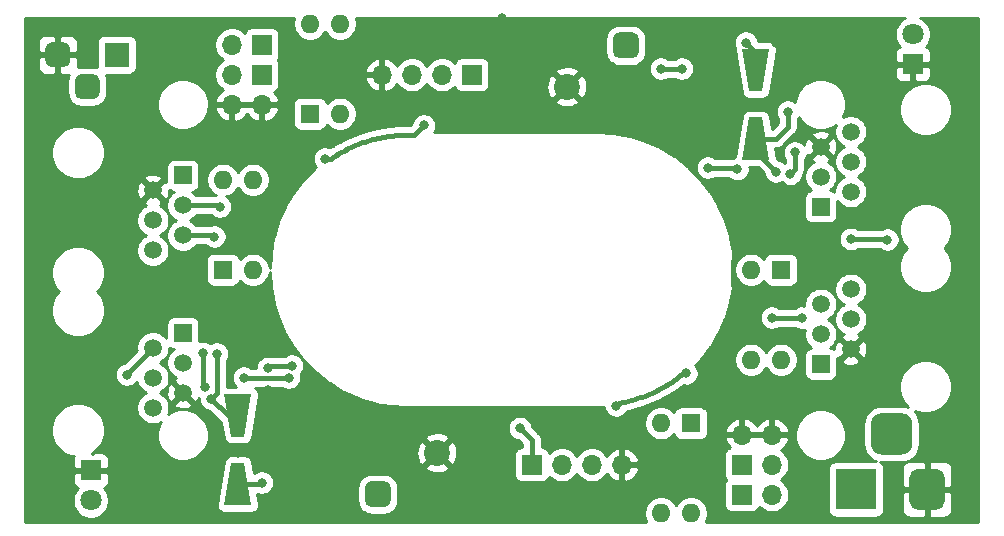
<source format=gbr>
%TF.GenerationSoftware,KiCad,Pcbnew,(5.1.6)-1*%
%TF.CreationDate,2021-04-28T12:41:24+02:00*%
%TF.ProjectId,combi_button,636f6d62-695f-4627-9574-746f6e2e6b69,rev?*%
%TF.SameCoordinates,Original*%
%TF.FileFunction,Copper,L2,Bot*%
%TF.FilePolarity,Positive*%
%FSLAX46Y46*%
G04 Gerber Fmt 4.6, Leading zero omitted, Abs format (unit mm)*
G04 Created by KiCad (PCBNEW (5.1.6)-1) date 2021-04-28 12:41:24*
%MOMM*%
%LPD*%
G01*
G04 APERTURE LIST*
%TA.AperFunction,ComponentPad*%
%ADD10O,1.600000X1.600000*%
%TD*%
%TA.AperFunction,ComponentPad*%
%ADD11R,1.600000X1.600000*%
%TD*%
%TA.AperFunction,ComponentPad*%
%ADD12O,1.700000X1.700000*%
%TD*%
%TA.AperFunction,ComponentPad*%
%ADD13R,1.700000X1.700000*%
%TD*%
%TA.AperFunction,ComponentPad*%
%ADD14C,2.200000*%
%TD*%
%TA.AperFunction,SMDPad,CuDef*%
%ADD15C,0.100000*%
%TD*%
%TA.AperFunction,ComponentPad*%
%ADD16C,1.800000*%
%TD*%
%TA.AperFunction,ComponentPad*%
%ADD17R,1.800000X1.800000*%
%TD*%
%TA.AperFunction,ComponentPad*%
%ADD18R,2.100000X2.100000*%
%TD*%
%TA.AperFunction,ComponentPad*%
%ADD19R,3.500000X3.500000*%
%TD*%
%TA.AperFunction,ComponentPad*%
%ADD20C,1.520000*%
%TD*%
%TA.AperFunction,ComponentPad*%
%ADD21R,1.520000X1.520000*%
%TD*%
%TA.AperFunction,ViaPad*%
%ADD22C,0.800000*%
%TD*%
%TA.AperFunction,Conductor*%
%ADD23C,0.400000*%
%TD*%
%TA.AperFunction,Conductor*%
%ADD24C,0.254000*%
%TD*%
G04 APERTURE END LIST*
D10*
%TO.P,U6,4*%
%TO.N,/C2_2*%
X83744000Y-79172000D03*
%TO.P,U6,2*%
%TO.N,Net-(R19-Pad1)*%
X86284000Y-86792000D03*
%TO.P,U6,3*%
%TO.N,/E2_2*%
X86284000Y-79172000D03*
D11*
%TO.P,U6,1*%
%TO.N,VCC*%
X83744000Y-86792000D03*
%TD*%
D12*
%TO.P,J14,2*%
%TO.N,/E2_2*%
X77140000Y-80950000D03*
D13*
%TO.P,J14,1*%
%TO.N,/C2_2*%
X79680000Y-80950000D03*
%TD*%
D12*
%TO.P,J13,2*%
%TO.N,/E2_1*%
X122860000Y-119050000D03*
D13*
%TO.P,J13,1*%
%TO.N,/C2_1*%
X120320000Y-119050000D03*
%TD*%
%TO.P,J6,1*%
%TO.N,VCC*%
X102540000Y-116510000D03*
D12*
%TO.P,J6,2*%
%TO.N,/OPT_C*%
X105080000Y-116510000D03*
%TO.P,J6,3*%
%TO.N,/OPT_E*%
X107620000Y-116510000D03*
%TO.P,J6,4*%
%TO.N,GND*%
X110160000Y-116510000D03*
%TD*%
D13*
%TO.P,J12,1*%
%TO.N,VDC*%
X79680000Y-83490000D03*
D12*
%TO.P,J12,2*%
%TO.N,GND*%
X79680000Y-86030000D03*
%TO.P,J12,3*%
%TO.N,VDC*%
X77140000Y-83490000D03*
%TO.P,J12,4*%
%TO.N,GND*%
X77140000Y-86030000D03*
%TD*%
D13*
%TO.P,J11,1*%
%TO.N,VDC*%
X120320000Y-116510000D03*
D12*
%TO.P,J11,2*%
%TO.N,GND*%
X120320000Y-113970000D03*
%TO.P,J11,3*%
%TO.N,VDC*%
X122860000Y-116510000D03*
%TO.P,J11,4*%
%TO.N,GND*%
X122860000Y-113970000D03*
%TD*%
D14*
%TO.P,J10,2*%
%TO.N,GND*%
X94500000Y-115500000D03*
%TO.P,J10,1*%
%TO.N,/ButtonPoint*%
%TA.AperFunction,ComponentPad*%
G36*
G01*
X90050000Y-120100000D02*
X88950000Y-120100000D01*
G75*
G02*
X88400000Y-119550000I0J550000D01*
G01*
X88400000Y-118450000D01*
G75*
G02*
X88950000Y-117900000I550000J0D01*
G01*
X90050000Y-117900000D01*
G75*
G02*
X90600000Y-118450000I0J-550000D01*
G01*
X90600000Y-119550000D01*
G75*
G02*
X90050000Y-120100000I-550000J0D01*
G01*
G37*
%TD.AperFunction*%
%TD*%
%TO.P,J9,2*%
%TO.N,GND*%
X105500000Y-84500000D03*
%TO.P,J9,1*%
%TO.N,/ButtonPoint*%
%TA.AperFunction,ComponentPad*%
G36*
G01*
X109950000Y-79900000D02*
X111050000Y-79900000D01*
G75*
G02*
X111600000Y-80450000I0J-550000D01*
G01*
X111600000Y-81550000D01*
G75*
G02*
X111050000Y-82100000I-550000J0D01*
G01*
X109950000Y-82100000D01*
G75*
G02*
X109400000Y-81550000I0J550000D01*
G01*
X109400000Y-80450000D01*
G75*
G02*
X109950000Y-79900000I550000J0D01*
G01*
G37*
%TD.AperFunction*%
%TD*%
D10*
%TO.P,U5,4*%
%TO.N,/C2_1*%
X116000000Y-120620000D03*
%TO.P,U5,2*%
%TO.N,Net-(R14-Pad1)*%
X113460000Y-113000000D03*
%TO.P,U5,3*%
%TO.N,/E2_1*%
X113460000Y-120620000D03*
D11*
%TO.P,U5,1*%
%TO.N,VCC*%
X116000000Y-113000000D03*
%TD*%
%TA.AperFunction,SMDPad,CuDef*%
D15*
%TO.P,D3,2*%
%TO.N,+5V*%
G36*
X120350000Y-81300000D02*
G01*
X122650000Y-81300000D01*
X122050000Y-84900000D01*
X120950000Y-84900000D01*
X120350000Y-81300000D01*
G37*
%TD.AperFunction*%
%TA.AperFunction,SMDPad,CuDef*%
%TO.P,D3,1*%
%TO.N,VCC*%
G36*
X122650000Y-90700000D02*
G01*
X120350000Y-90700000D01*
X120950000Y-87100000D01*
X122050000Y-87100000D01*
X122650000Y-90700000D01*
G37*
%TD.AperFunction*%
%TD*%
%TA.AperFunction,SMDPad,CuDef*%
%TO.P,D4,2*%
%TO.N,+5V*%
G36*
X78798000Y-119940000D02*
G01*
X76498000Y-119940000D01*
X77098000Y-116340000D01*
X78198000Y-116340000D01*
X78798000Y-119940000D01*
G37*
%TD.AperFunction*%
%TA.AperFunction,SMDPad,CuDef*%
%TO.P,D4,1*%
%TO.N,VCC*%
G36*
X76498000Y-110540000D02*
G01*
X78798000Y-110540000D01*
X78198000Y-114140000D01*
X77098000Y-114140000D01*
X76498000Y-110540000D01*
G37*
%TD.AperFunction*%
%TD*%
D10*
%TO.P,U4,4*%
%TO.N,/OPT_C2*%
X76378000Y-92380000D03*
%TO.P,U4,2*%
%TO.N,Net-(R8-Pad1)*%
X78918000Y-100000000D03*
%TO.P,U4,3*%
%TO.N,/OPT_E2*%
X78918000Y-92380000D03*
D11*
%TO.P,U4,1*%
%TO.N,VCC*%
X76378000Y-100000000D03*
%TD*%
D10*
%TO.P,U3,4*%
%TO.N,/OPT_C*%
X123622000Y-107620000D03*
%TO.P,U3,2*%
%TO.N,Net-(R7-Pad1)*%
X121082000Y-100000000D03*
%TO.P,U3,3*%
%TO.N,/OPT_E*%
X121082000Y-107620000D03*
D11*
%TO.P,U3,1*%
%TO.N,VCC*%
X123622000Y-100000000D03*
%TD*%
D16*
%TO.P,D2,2*%
%TO.N,Net-(D2-Pad2)*%
X134800000Y-80060000D03*
D17*
%TO.P,D2,1*%
%TO.N,GND*%
X134800000Y-82600000D03*
%TD*%
D16*
%TO.P,D1,2*%
%TO.N,Net-(D1-Pad2)*%
X65200000Y-119540000D03*
D17*
%TO.P,D1,1*%
%TO.N,GND*%
X65200000Y-117000000D03*
%TD*%
%TO.P,J8,3*%
%TO.N,Net-(J8-Pad3)*%
%TA.AperFunction,ComponentPad*%
G36*
G01*
X63850000Y-85025000D02*
X63850000Y-83975000D01*
G75*
G02*
X64375000Y-83450000I525000J0D01*
G01*
X65425000Y-83450000D01*
G75*
G02*
X65950000Y-83975000I0J-525000D01*
G01*
X65950000Y-85025000D01*
G75*
G02*
X65425000Y-85550000I-525000J0D01*
G01*
X64375000Y-85550000D01*
G75*
G02*
X63850000Y-85025000I0J525000D01*
G01*
G37*
%TD.AperFunction*%
%TO.P,J8,2*%
%TO.N,GND*%
%TA.AperFunction,ComponentPad*%
G36*
G01*
X61350000Y-82325000D02*
X61350000Y-81275000D01*
G75*
G02*
X61875000Y-80750000I525000J0D01*
G01*
X62925000Y-80750000D01*
G75*
G02*
X63450000Y-81275000I0J-525000D01*
G01*
X63450000Y-82325000D01*
G75*
G02*
X62925000Y-82850000I-525000J0D01*
G01*
X61875000Y-82850000D01*
G75*
G02*
X61350000Y-82325000I0J525000D01*
G01*
G37*
%TD.AperFunction*%
D18*
%TO.P,J8,1*%
%TO.N,VDC*%
X67400000Y-81800000D03*
%TD*%
D13*
%TO.P,J7,1*%
%TO.N,VCC*%
X97460000Y-83490000D03*
D12*
%TO.P,J7,2*%
%TO.N,/OPT_C2*%
X94920000Y-83490000D03*
%TO.P,J7,3*%
%TO.N,/OPT_E2*%
X92380000Y-83490000D03*
%TO.P,J7,4*%
%TO.N,GND*%
X89840000Y-83490000D03*
%TD*%
%TO.P,J5,3*%
%TO.N,Net-(J5-Pad3)*%
%TA.AperFunction,ComponentPad*%
G36*
G01*
X134750000Y-113025000D02*
X134750000Y-114775000D01*
G75*
G02*
X133875000Y-115650000I-875000J0D01*
G01*
X132125000Y-115650000D01*
G75*
G02*
X131250000Y-114775000I0J875000D01*
G01*
X131250000Y-113025000D01*
G75*
G02*
X132125000Y-112150000I875000J0D01*
G01*
X133875000Y-112150000D01*
G75*
G02*
X134750000Y-113025000I0J-875000D01*
G01*
G37*
%TD.AperFunction*%
%TO.P,J5,2*%
%TO.N,GND*%
%TA.AperFunction,ComponentPad*%
G36*
G01*
X137500000Y-117600000D02*
X137500000Y-119600000D01*
G75*
G02*
X136750000Y-120350000I-750000J0D01*
G01*
X135250000Y-120350000D01*
G75*
G02*
X134500000Y-119600000I0J750000D01*
G01*
X134500000Y-117600000D01*
G75*
G02*
X135250000Y-116850000I750000J0D01*
G01*
X136750000Y-116850000D01*
G75*
G02*
X137500000Y-117600000I0J-750000D01*
G01*
G37*
%TD.AperFunction*%
D19*
%TO.P,J5,1*%
%TO.N,VDC*%
X130000000Y-118600000D03*
%TD*%
D20*
%TO.P,J4,6*%
%TO.N,Net-(J4-Pad6)*%
X70460000Y-111685000D03*
%TO.P,J4,5*%
%TO.N,GND*%
X73000000Y-110415000D03*
%TO.P,J4,4*%
%TO.N,/MiddlePoint*%
X70460000Y-109145000D03*
%TO.P,J4,3*%
%TO.N,/ButtonPoint*%
X73000000Y-107875000D03*
%TO.P,J4,2*%
%TO.N,+5V*%
X70460000Y-106605000D03*
D21*
%TO.P,J4,1*%
%TO.N,Net-(J4-Pad1)*%
X73000000Y-105335000D03*
%TD*%
D20*
%TO.P,J3,6*%
%TO.N,Net-(J3-Pad6)*%
X70460000Y-98350000D03*
%TO.P,J3,5*%
%TO.N,+5V*%
X73000000Y-97080000D03*
%TO.P,J3,4*%
%TO.N,/ButtonPoint*%
X70460000Y-95810000D03*
%TO.P,J3,3*%
%TO.N,/MiddlePoint*%
X73000000Y-94540000D03*
%TO.P,J3,2*%
%TO.N,GND*%
X70460000Y-93270000D03*
D21*
%TO.P,J3,1*%
%TO.N,Net-(J3-Pad1)*%
X73000000Y-92000000D03*
%TD*%
D20*
%TO.P,J2,6*%
%TO.N,Net-(J2-Pad6)*%
X129540000Y-88315000D03*
%TO.P,J2,5*%
%TO.N,GND*%
X127000000Y-89585000D03*
%TO.P,J2,4*%
%TO.N,/MiddlePoint*%
X129540000Y-90855000D03*
%TO.P,J2,3*%
%TO.N,/ButtonPoint*%
X127000000Y-92125000D03*
%TO.P,J2,2*%
%TO.N,+5V*%
X129540000Y-93395000D03*
D21*
%TO.P,J2,1*%
%TO.N,Net-(J2-Pad1)*%
X127000000Y-94665000D03*
%TD*%
D20*
%TO.P,J1,6*%
%TO.N,Net-(J1-Pad6)*%
X129540000Y-101650000D03*
%TO.P,J1,5*%
%TO.N,+5V*%
X127000000Y-102920000D03*
%TO.P,J1,4*%
%TO.N,/ButtonPoint*%
X129540000Y-104190000D03*
%TO.P,J1,3*%
%TO.N,/MiddlePoint*%
X127000000Y-105460000D03*
%TO.P,J1,2*%
%TO.N,GND*%
X129540000Y-106730000D03*
D21*
%TO.P,J1,1*%
%TO.N,Net-(J1-Pad1)*%
X127000000Y-108000000D03*
%TD*%
D22*
%TO.N,GND*%
X100000000Y-112000000D03*
X100000000Y-120000000D03*
X100000000Y-87300000D03*
X100000000Y-80000000D03*
X118796000Y-87808000D03*
X121336000Y-95428000D03*
X130988000Y-89586000D03*
X100000000Y-78664000D03*
X123190000Y-80772000D03*
X80188000Y-110160000D03*
X77648000Y-115494000D03*
X79172000Y-104318000D03*
X84252000Y-113970000D03*
%TO.N,+5V*%
X129540000Y-97384000D03*
X132642011Y-97460000D03*
X120650000Y-80772000D03*
X68250000Y-108890000D03*
X75654000Y-97206000D03*
X79680000Y-118034000D03*
X85014000Y-90602000D03*
X93396000Y-87774990D03*
X113462000Y-82982000D03*
X115240000Y-82982000D03*
%TO.N,/ButtonPoint*%
X122860000Y-104064000D03*
X125400006Y-104064000D03*
X78156000Y-109144000D03*
X81966010Y-109144000D03*
X109675607Y-111503124D03*
X115618647Y-108779851D03*
%TO.N,/MiddlePoint*%
X117433992Y-91364000D03*
X119939000Y-91491000D03*
X76124014Y-94666000D03*
X82220000Y-108128000D03*
X80188000Y-108344000D03*
%TO.N,VCC*%
X123190000Y-91694000D03*
X124205990Y-86614000D03*
X75362000Y-110922000D03*
X75869986Y-107112000D03*
X101524000Y-113404314D03*
%TO.N,Net-(R14-Pad2)*%
X124799763Y-90069631D03*
X124430391Y-91881079D03*
%TO.N,Net-(R19-Pad2)*%
X74854000Y-109945000D03*
X74667305Y-107044695D03*
%TD*%
D23*
%TO.N,GND*%
X119558000Y-101270000D02*
X119558000Y-99238000D01*
%TO.N,+5V*%
X129540000Y-97384000D02*
X132566011Y-97384000D01*
X132566011Y-97384000D02*
X132642011Y-97460000D01*
X121500000Y-83100000D02*
X121500000Y-81622000D01*
X121500000Y-81622000D02*
X120650000Y-80772000D01*
X68250000Y-108815000D02*
X70460000Y-106605000D01*
X68250000Y-108890000D02*
X68250000Y-108815000D01*
X73000000Y-97080000D02*
X75528000Y-97080000D01*
X75528000Y-97080000D02*
X75654000Y-97206000D01*
X79574000Y-118140000D02*
X79680000Y-118034000D01*
X77648000Y-118140000D02*
X79574000Y-118140000D01*
X113462000Y-82982000D02*
X115240000Y-82982000D01*
X92600990Y-88570000D02*
X93396000Y-87774990D01*
X92600990Y-88574990D02*
X92600990Y-88570000D01*
X91823956Y-88574990D02*
X92600990Y-88574990D01*
X91822283Y-88576663D02*
X91823956Y-88574990D01*
X91610493Y-88578678D02*
X91822283Y-88576663D01*
X91607185Y-88582050D02*
X91610493Y-88578678D01*
X91393113Y-88588165D02*
X91607185Y-88582050D01*
X91389871Y-88591598D02*
X91393113Y-88588165D01*
X91175957Y-88601787D02*
X91389871Y-88591598D01*
X91172780Y-88605282D02*
X91175957Y-88601787D01*
X90959096Y-88619543D02*
X91172780Y-88605282D01*
X90955988Y-88623096D02*
X90959096Y-88619543D01*
X90742616Y-88641421D02*
X90955988Y-88623096D01*
X90739573Y-88645035D02*
X90742616Y-88641421D01*
X90526590Y-88667420D02*
X90739573Y-88645035D01*
X90523618Y-88671090D02*
X90526590Y-88667420D01*
X90311098Y-88697526D02*
X90523618Y-88671090D01*
X90308195Y-88701253D02*
X90311098Y-88697526D01*
X90096218Y-88731730D02*
X90308195Y-88701253D01*
X87591566Y-89460093D02*
X87593467Y-89455770D01*
X87393516Y-89541576D02*
X87591566Y-89460093D01*
X87391698Y-89545936D02*
X87393516Y-89541576D01*
X87195236Y-89631174D02*
X87391698Y-89545936D01*
X87193501Y-89635567D02*
X87195236Y-89631174D01*
X86998696Y-89724531D02*
X87193501Y-89635567D01*
X86997045Y-89728956D02*
X86998696Y-89724531D01*
X86803969Y-89821614D02*
X86997045Y-89728956D01*
X86802403Y-89826069D02*
X86803969Y-89821614D01*
X86611128Y-89922385D02*
X86802403Y-89826069D01*
X86609648Y-89926867D02*
X86611128Y-89922385D01*
X86420239Y-90026807D02*
X86609648Y-89926867D01*
X85858845Y-90366200D02*
X85859981Y-90361615D01*
X85677591Y-90480262D02*
X85858845Y-90366200D01*
X85676543Y-90484864D02*
X85677591Y-90480262D01*
X85014000Y-90602000D02*
X85498034Y-90602000D01*
X85498034Y-90602000D02*
X85676543Y-90484864D01*
X85859981Y-90361615D02*
X86043375Y-90251025D01*
X86043375Y-90251025D02*
X86044598Y-90246463D01*
X86044598Y-90246463D02*
X86230064Y-90139385D01*
X86230064Y-90139385D02*
X86231373Y-90134848D01*
X86231373Y-90134848D02*
X86418843Y-90031320D01*
X86418843Y-90031320D02*
X86420239Y-90026807D01*
X87593467Y-89455770D02*
X87793033Y-89378073D01*
X87793033Y-89378073D02*
X87795015Y-89373787D01*
X87795015Y-89373787D02*
X87996024Y-89299903D01*
X87996024Y-89299903D02*
X87998089Y-89295653D01*
X87998089Y-89295653D02*
X88200468Y-89225611D01*
X88200468Y-89225611D02*
X88202611Y-89221405D01*
X88202611Y-89221405D02*
X88406286Y-89155226D01*
X88406286Y-89155226D02*
X88408511Y-89151059D01*
X88408511Y-89151059D02*
X88613409Y-89088772D01*
X88613409Y-89088772D02*
X88615712Y-89084649D01*
X88615712Y-89084649D02*
X88821762Y-89026272D01*
X88821762Y-89026272D02*
X88824143Y-89022193D01*
X88824143Y-89022193D02*
X89031264Y-88967751D01*
X89031264Y-88967751D02*
X89033721Y-88963720D01*
X89033721Y-88963720D02*
X89241843Y-88913230D01*
X89241843Y-88913230D02*
X89244378Y-88909244D01*
X89244378Y-88909244D02*
X89453423Y-88862727D01*
X89453423Y-88862727D02*
X89456032Y-88858792D01*
X89456032Y-88858792D02*
X89665922Y-88816264D01*
X89665922Y-88816264D02*
X89668607Y-88812377D01*
X89668607Y-88812377D02*
X89879272Y-88773851D01*
X89879272Y-88773851D02*
X89882030Y-88770017D01*
X89882030Y-88770017D02*
X90093388Y-88735510D01*
X90093388Y-88735510D02*
X90096218Y-88731730D01*
%TO.N,/ButtonPoint*%
X122860000Y-104064000D02*
X125400006Y-104064000D01*
X78156000Y-109144000D02*
X81966010Y-109144000D01*
X115312912Y-108779851D02*
X115618647Y-108779851D01*
X114928304Y-109088283D02*
X115312912Y-108779851D01*
X114923609Y-109087767D02*
X114928304Y-109088283D01*
X114754016Y-109218542D02*
X114923609Y-109087767D01*
X114749333Y-109217937D02*
X114754016Y-109218542D01*
X114577282Y-109345459D02*
X114749333Y-109217937D01*
X112285244Y-110590590D02*
X112289635Y-110592323D01*
X112087193Y-110672072D02*
X112285244Y-110590590D01*
X112082835Y-110670255D02*
X112087193Y-110672072D01*
X111883267Y-110747952D02*
X112082835Y-110670255D01*
X111878947Y-110746054D02*
X111883267Y-110747952D01*
X111677937Y-110819938D02*
X111878947Y-110746054D01*
X111673650Y-110817956D02*
X111677937Y-110819938D01*
X111471268Y-110887999D02*
X111673650Y-110817956D01*
X111467024Y-110885938D02*
X111471268Y-110887999D01*
X111263349Y-110952116D02*
X111467024Y-110885938D01*
X111259140Y-110949972D02*
X111263349Y-110952116D01*
X111054240Y-111012259D02*
X111259140Y-110949972D01*
X110203522Y-111210190D02*
X110207505Y-111212723D01*
X109993628Y-111252719D02*
X110203522Y-111210190D01*
X109989695Y-111250112D02*
X109993628Y-111252719D01*
X109675607Y-111503124D02*
X109914951Y-111263780D01*
X109914951Y-111263780D02*
X109989695Y-111250112D01*
X110207505Y-111212723D02*
X110416551Y-111166206D01*
X110416551Y-111166206D02*
X110420583Y-111168664D01*
X110420583Y-111168664D02*
X110966278Y-111036279D01*
X110966278Y-111036279D02*
X110968121Y-111033256D01*
X110968121Y-111033256D02*
X111050077Y-111010037D01*
X111050077Y-111010037D02*
X111054240Y-111012259D01*
X112289635Y-110592323D02*
X112486100Y-110507084D01*
X112486100Y-110507084D02*
X112490523Y-110508733D01*
X112490523Y-110508733D02*
X112685330Y-110419769D01*
X112685330Y-110419769D02*
X112689785Y-110421334D01*
X112689785Y-110421334D02*
X112882861Y-110328677D01*
X112882861Y-110328677D02*
X112887344Y-110330157D01*
X112887344Y-110330157D02*
X113078620Y-110233841D01*
X113078620Y-110233841D02*
X113083129Y-110235235D01*
X113083129Y-110235235D02*
X113272540Y-110135295D01*
X113272540Y-110135295D02*
X113277076Y-110136603D01*
X113277076Y-110136603D02*
X113464548Y-110033075D01*
X113464548Y-110033075D02*
X113469108Y-110034296D01*
X113469108Y-110034296D02*
X113654576Y-109927218D01*
X113654576Y-109927218D02*
X113659158Y-109928352D01*
X113659158Y-109928352D02*
X113842553Y-109817762D01*
X113842553Y-109817762D02*
X113847157Y-109818809D01*
X113847157Y-109818809D02*
X114028411Y-109704748D01*
X114028411Y-109704748D02*
X114033033Y-109705707D01*
X114033033Y-109705707D02*
X114212086Y-109588215D01*
X114212086Y-109588215D02*
X114216727Y-109589086D01*
X114216727Y-109589086D02*
X114393508Y-109468207D01*
X114393508Y-109468207D02*
X114398163Y-109468989D01*
X114398163Y-109468989D02*
X114572612Y-109344765D01*
X114572612Y-109344765D02*
X114577282Y-109345459D01*
%TO.N,/MiddlePoint*%
X119812000Y-91364000D02*
X119939000Y-91491000D01*
X117433992Y-91364000D02*
X119812000Y-91364000D01*
X73000000Y-94540000D02*
X75998014Y-94540000D01*
X75998014Y-94540000D02*
X76124014Y-94666000D01*
X82220000Y-108128000D02*
X80404000Y-108128000D01*
X80404000Y-108128000D02*
X80188000Y-108344000D01*
%TO.N,VCC*%
X121500000Y-90004000D02*
X123190000Y-91694000D01*
X121500000Y-88900000D02*
X121500000Y-90004000D01*
X124205990Y-87884010D02*
X124205990Y-86614000D01*
X121500000Y-88900000D02*
X123190000Y-88900000D01*
X123190000Y-88900000D02*
X124205990Y-87884010D01*
X76780000Y-112340000D02*
X75362000Y-110922000D01*
X77648000Y-112340000D02*
X76780000Y-112340000D01*
X75869986Y-110414014D02*
X75869986Y-107112000D01*
X75362000Y-110922000D02*
X75869986Y-110414014D01*
X102540000Y-114420314D02*
X101524000Y-113404314D01*
X102540000Y-116510000D02*
X102540000Y-114420314D01*
%TO.N,Net-(R14-Pad2)*%
X124799763Y-91511707D02*
X124430391Y-91881079D01*
X124799763Y-90069631D02*
X124799763Y-91511707D01*
%TO.N,Net-(R19-Pad2)*%
X74667305Y-109758305D02*
X74667305Y-107044695D01*
X74854000Y-109945000D02*
X74667305Y-109758305D01*
%TD*%
D24*
%TO.N,GND*%
G36*
X82364147Y-78753426D02*
G01*
X82309000Y-79030665D01*
X82309000Y-79313335D01*
X82364147Y-79590574D01*
X82472320Y-79851727D01*
X82629363Y-80086759D01*
X82829241Y-80286637D01*
X83064273Y-80443680D01*
X83325426Y-80551853D01*
X83602665Y-80607000D01*
X83885335Y-80607000D01*
X84162574Y-80551853D01*
X84423727Y-80443680D01*
X84658759Y-80286637D01*
X84858637Y-80086759D01*
X85014000Y-79854241D01*
X85169363Y-80086759D01*
X85369241Y-80286637D01*
X85604273Y-80443680D01*
X85865426Y-80551853D01*
X86142665Y-80607000D01*
X86425335Y-80607000D01*
X86702574Y-80551853D01*
X86948469Y-80450000D01*
X108761928Y-80450000D01*
X108761928Y-81550000D01*
X108784756Y-81781781D01*
X108852365Y-82004655D01*
X108962154Y-82210057D01*
X109109906Y-82390094D01*
X109289943Y-82537846D01*
X109495345Y-82647635D01*
X109718219Y-82715244D01*
X109950000Y-82738072D01*
X111050000Y-82738072D01*
X111281781Y-82715244D01*
X111504655Y-82647635D01*
X111710057Y-82537846D01*
X111890094Y-82390094D01*
X112037846Y-82210057D01*
X112147635Y-82004655D01*
X112215244Y-81781781D01*
X112238072Y-81550000D01*
X112238072Y-80670061D01*
X119615000Y-80670061D01*
X119615000Y-80873939D01*
X119654774Y-81073898D01*
X119718918Y-81228755D01*
X119712239Y-81280095D01*
X119720610Y-81404898D01*
X120320610Y-85004898D01*
X120360498Y-85144180D01*
X120419463Y-85254494D01*
X120498815Y-85351185D01*
X120595506Y-85430537D01*
X120705820Y-85489502D01*
X120825518Y-85525812D01*
X120950000Y-85538072D01*
X122050000Y-85538072D01*
X122193944Y-85521624D01*
X122312451Y-85481597D01*
X122420872Y-85419221D01*
X122515041Y-85336890D01*
X122591338Y-85237771D01*
X122646832Y-85125671D01*
X122679390Y-85004898D01*
X122930206Y-83500000D01*
X133261928Y-83500000D01*
X133274188Y-83624482D01*
X133310498Y-83744180D01*
X133369463Y-83854494D01*
X133448815Y-83951185D01*
X133545506Y-84030537D01*
X133655820Y-84089502D01*
X133775518Y-84125812D01*
X133900000Y-84138072D01*
X134514250Y-84135000D01*
X134673000Y-83976250D01*
X134673000Y-82727000D01*
X134927000Y-82727000D01*
X134927000Y-83976250D01*
X135085750Y-84135000D01*
X135700000Y-84138072D01*
X135824482Y-84125812D01*
X135944180Y-84089502D01*
X136054494Y-84030537D01*
X136151185Y-83951185D01*
X136230537Y-83854494D01*
X136289502Y-83744180D01*
X136325812Y-83624482D01*
X136338072Y-83500000D01*
X136335000Y-82885750D01*
X136176250Y-82727000D01*
X134927000Y-82727000D01*
X134673000Y-82727000D01*
X133423750Y-82727000D01*
X133265000Y-82885750D01*
X133261928Y-83500000D01*
X122930206Y-83500000D01*
X123279390Y-81404898D01*
X123288072Y-81300000D01*
X123275812Y-81175518D01*
X123239502Y-81055820D01*
X123180537Y-80945506D01*
X123101185Y-80848815D01*
X123004494Y-80769463D01*
X122894180Y-80710498D01*
X122774482Y-80674188D01*
X122650000Y-80661928D01*
X121720796Y-80661928D01*
X121674092Y-80615224D01*
X121645226Y-80470102D01*
X121567205Y-80281744D01*
X121453937Y-80112226D01*
X121309774Y-79968063D01*
X121140256Y-79854795D01*
X120951898Y-79776774D01*
X120751939Y-79737000D01*
X120548061Y-79737000D01*
X120348102Y-79776774D01*
X120159744Y-79854795D01*
X119990226Y-79968063D01*
X119846063Y-80112226D01*
X119732795Y-80281744D01*
X119654774Y-80470102D01*
X119615000Y-80670061D01*
X112238072Y-80670061D01*
X112238072Y-80450000D01*
X112215244Y-80218219D01*
X112147635Y-79995345D01*
X112037846Y-79789943D01*
X111890094Y-79609906D01*
X111710057Y-79462154D01*
X111504655Y-79352365D01*
X111281781Y-79284756D01*
X111050000Y-79261928D01*
X109950000Y-79261928D01*
X109718219Y-79284756D01*
X109495345Y-79352365D01*
X109289943Y-79462154D01*
X109109906Y-79609906D01*
X108962154Y-79789943D01*
X108852365Y-79995345D01*
X108784756Y-80218219D01*
X108761928Y-80450000D01*
X86948469Y-80450000D01*
X86963727Y-80443680D01*
X87198759Y-80286637D01*
X87398637Y-80086759D01*
X87555680Y-79851727D01*
X87663853Y-79590574D01*
X87719000Y-79313335D01*
X87719000Y-79030665D01*
X87663853Y-78753426D01*
X87625155Y-78660000D01*
X134168751Y-78660000D01*
X134072905Y-78699701D01*
X133821495Y-78867688D01*
X133607688Y-79081495D01*
X133439701Y-79332905D01*
X133323989Y-79612257D01*
X133265000Y-79908816D01*
X133265000Y-80211184D01*
X133323989Y-80507743D01*
X133439701Y-80787095D01*
X133607688Y-81038505D01*
X133674127Y-81104944D01*
X133655820Y-81110498D01*
X133545506Y-81169463D01*
X133448815Y-81248815D01*
X133369463Y-81345506D01*
X133310498Y-81455820D01*
X133274188Y-81575518D01*
X133261928Y-81700000D01*
X133265000Y-82314250D01*
X133423750Y-82473000D01*
X134673000Y-82473000D01*
X134673000Y-82453000D01*
X134927000Y-82453000D01*
X134927000Y-82473000D01*
X136176250Y-82473000D01*
X136335000Y-82314250D01*
X136338072Y-81700000D01*
X136325812Y-81575518D01*
X136289502Y-81455820D01*
X136230537Y-81345506D01*
X136151185Y-81248815D01*
X136054494Y-81169463D01*
X135944180Y-81110498D01*
X135925873Y-81104944D01*
X135992312Y-81038505D01*
X136160299Y-80787095D01*
X136276011Y-80507743D01*
X136335000Y-80211184D01*
X136335000Y-79908816D01*
X136276011Y-79612257D01*
X136160299Y-79332905D01*
X135992312Y-79081495D01*
X135778505Y-78867688D01*
X135527095Y-78699701D01*
X135431249Y-78660000D01*
X140340001Y-78660000D01*
X140340000Y-121340000D01*
X117244771Y-121340000D01*
X117271680Y-121299727D01*
X117379853Y-121038574D01*
X117435000Y-120761335D01*
X117435000Y-120478665D01*
X117379853Y-120201426D01*
X117271680Y-119940273D01*
X117114637Y-119705241D01*
X116914759Y-119505363D01*
X116679727Y-119348320D01*
X116418574Y-119240147D01*
X116141335Y-119185000D01*
X115858665Y-119185000D01*
X115581426Y-119240147D01*
X115320273Y-119348320D01*
X115085241Y-119505363D01*
X114885363Y-119705241D01*
X114730000Y-119937759D01*
X114574637Y-119705241D01*
X114374759Y-119505363D01*
X114139727Y-119348320D01*
X113878574Y-119240147D01*
X113601335Y-119185000D01*
X113318665Y-119185000D01*
X113041426Y-119240147D01*
X112780273Y-119348320D01*
X112545241Y-119505363D01*
X112345363Y-119705241D01*
X112188320Y-119940273D01*
X112080147Y-120201426D01*
X112025000Y-120478665D01*
X112025000Y-120761335D01*
X112080147Y-121038574D01*
X112188320Y-121299727D01*
X112215229Y-121340000D01*
X59660000Y-121340000D01*
X59660000Y-117900000D01*
X63661928Y-117900000D01*
X63674188Y-118024482D01*
X63710498Y-118144180D01*
X63769463Y-118254494D01*
X63848815Y-118351185D01*
X63945506Y-118430537D01*
X64055820Y-118489502D01*
X64074127Y-118495056D01*
X64007688Y-118561495D01*
X63839701Y-118812905D01*
X63723989Y-119092257D01*
X63665000Y-119388816D01*
X63665000Y-119691184D01*
X63723989Y-119987743D01*
X63839701Y-120267095D01*
X64007688Y-120518505D01*
X64221495Y-120732312D01*
X64472905Y-120900299D01*
X64752257Y-121016011D01*
X65048816Y-121075000D01*
X65351184Y-121075000D01*
X65647743Y-121016011D01*
X65927095Y-120900299D01*
X66178505Y-120732312D01*
X66392312Y-120518505D01*
X66560299Y-120267095D01*
X66676011Y-119987743D01*
X66685507Y-119940000D01*
X75859928Y-119940000D01*
X75872188Y-120064482D01*
X75908498Y-120184180D01*
X75967463Y-120294494D01*
X76046815Y-120391185D01*
X76143506Y-120470537D01*
X76253820Y-120529502D01*
X76373518Y-120565812D01*
X76498000Y-120578072D01*
X78798000Y-120578072D01*
X78902898Y-120569390D01*
X79023671Y-120536832D01*
X79135771Y-120481338D01*
X79234890Y-120405041D01*
X79317221Y-120310872D01*
X79379597Y-120202451D01*
X79419624Y-120083944D01*
X79435761Y-119959905D01*
X79427390Y-119835102D01*
X79286772Y-118991396D01*
X79378102Y-119029226D01*
X79578061Y-119069000D01*
X79781939Y-119069000D01*
X79981898Y-119029226D01*
X80170256Y-118951205D01*
X80339774Y-118837937D01*
X80483937Y-118693774D01*
X80597205Y-118524256D01*
X80627963Y-118450000D01*
X87761928Y-118450000D01*
X87761928Y-119550000D01*
X87784756Y-119781781D01*
X87852365Y-120004655D01*
X87962154Y-120210057D01*
X88109906Y-120390094D01*
X88289943Y-120537846D01*
X88495345Y-120647635D01*
X88718219Y-120715244D01*
X88950000Y-120738072D01*
X90050000Y-120738072D01*
X90281781Y-120715244D01*
X90504655Y-120647635D01*
X90710057Y-120537846D01*
X90890094Y-120390094D01*
X91037846Y-120210057D01*
X91147635Y-120004655D01*
X91215244Y-119781781D01*
X91238072Y-119550000D01*
X91238072Y-118450000D01*
X91215244Y-118218219D01*
X91147635Y-117995345D01*
X91037846Y-117789943D01*
X90890094Y-117609906D01*
X90710057Y-117462154D01*
X90504655Y-117352365D01*
X90281781Y-117284756D01*
X90050000Y-117261928D01*
X88950000Y-117261928D01*
X88718219Y-117284756D01*
X88495345Y-117352365D01*
X88289943Y-117462154D01*
X88109906Y-117609906D01*
X87962154Y-117789943D01*
X87852365Y-117995345D01*
X87784756Y-118218219D01*
X87761928Y-118450000D01*
X80627963Y-118450000D01*
X80675226Y-118335898D01*
X80715000Y-118135939D01*
X80715000Y-117932061D01*
X80675226Y-117732102D01*
X80597205Y-117543744D01*
X80483937Y-117374226D01*
X80339774Y-117230063D01*
X80170256Y-117116795D01*
X79981898Y-117038774D01*
X79781939Y-116999000D01*
X79578061Y-116999000D01*
X79378102Y-117038774D01*
X79189744Y-117116795D01*
X79020226Y-117230063D01*
X78997075Y-117253214D01*
X78905992Y-116706712D01*
X93472893Y-116706712D01*
X93580726Y-116981338D01*
X93887384Y-117132216D01*
X94217585Y-117220369D01*
X94558639Y-117242409D01*
X94897439Y-117197489D01*
X95220966Y-117087336D01*
X95419274Y-116981338D01*
X95527107Y-116706712D01*
X94500000Y-115679605D01*
X93472893Y-116706712D01*
X78905992Y-116706712D01*
X78827390Y-116235102D01*
X78787502Y-116095820D01*
X78728537Y-115985506D01*
X78649185Y-115888815D01*
X78552494Y-115809463D01*
X78442180Y-115750498D01*
X78322482Y-115714188D01*
X78198000Y-115701928D01*
X77098000Y-115701928D01*
X76954056Y-115718376D01*
X76835549Y-115758403D01*
X76727128Y-115820779D01*
X76632959Y-115903110D01*
X76556662Y-116002229D01*
X76501168Y-116114329D01*
X76468610Y-116235102D01*
X75868610Y-119835102D01*
X75859928Y-119940000D01*
X66685507Y-119940000D01*
X66735000Y-119691184D01*
X66735000Y-119388816D01*
X66676011Y-119092257D01*
X66560299Y-118812905D01*
X66392312Y-118561495D01*
X66325873Y-118495056D01*
X66344180Y-118489502D01*
X66454494Y-118430537D01*
X66551185Y-118351185D01*
X66630537Y-118254494D01*
X66689502Y-118144180D01*
X66725812Y-118024482D01*
X66738072Y-117900000D01*
X66735000Y-117285750D01*
X66576250Y-117127000D01*
X65327000Y-117127000D01*
X65327000Y-117147000D01*
X65073000Y-117147000D01*
X65073000Y-117127000D01*
X63823750Y-117127000D01*
X63665000Y-117285750D01*
X63661928Y-117900000D01*
X59660000Y-117900000D01*
X59660000Y-113362409D01*
X61850000Y-113362409D01*
X61850000Y-113807591D01*
X61936851Y-114244218D01*
X62107214Y-114655511D01*
X62354544Y-115025666D01*
X62669334Y-115340456D01*
X63039489Y-115587786D01*
X63450782Y-115758149D01*
X63732728Y-115814232D01*
X63710498Y-115855820D01*
X63674188Y-115975518D01*
X63661928Y-116100000D01*
X63665000Y-116714250D01*
X63823750Y-116873000D01*
X65073000Y-116873000D01*
X65073000Y-116853000D01*
X65327000Y-116853000D01*
X65327000Y-116873000D01*
X66576250Y-116873000D01*
X66735000Y-116714250D01*
X66738072Y-116100000D01*
X66725812Y-115975518D01*
X66689502Y-115855820D01*
X66630537Y-115745506D01*
X66551185Y-115648815D01*
X66454494Y-115569463D01*
X66344180Y-115510498D01*
X66224482Y-115474188D01*
X66100000Y-115461928D01*
X65485750Y-115465000D01*
X65327002Y-115623748D01*
X65327002Y-115489904D01*
X65550666Y-115340456D01*
X65865456Y-115025666D01*
X66112786Y-114655511D01*
X66283149Y-114244218D01*
X66370000Y-113807591D01*
X66370000Y-113362409D01*
X66283149Y-112925782D01*
X66112786Y-112514489D01*
X65865456Y-112144334D01*
X65550666Y-111829544D01*
X65180511Y-111582214D01*
X64769218Y-111411851D01*
X64332591Y-111325000D01*
X63887409Y-111325000D01*
X63450782Y-111411851D01*
X63039489Y-111582214D01*
X62669334Y-111829544D01*
X62354544Y-112144334D01*
X62107214Y-112514489D01*
X61936851Y-112925782D01*
X61850000Y-113362409D01*
X59660000Y-113362409D01*
X59660000Y-108788061D01*
X67215000Y-108788061D01*
X67215000Y-108991939D01*
X67254774Y-109191898D01*
X67332795Y-109380256D01*
X67446063Y-109549774D01*
X67590226Y-109693937D01*
X67759744Y-109807205D01*
X67948102Y-109885226D01*
X68148061Y-109925000D01*
X68351939Y-109925000D01*
X68551898Y-109885226D01*
X68740256Y-109807205D01*
X68909774Y-109693937D01*
X69053937Y-109549774D01*
X69103446Y-109475678D01*
X69118609Y-109551907D01*
X69223767Y-109805780D01*
X69376433Y-110034261D01*
X69570739Y-110228567D01*
X69799220Y-110381233D01*
X69880740Y-110415000D01*
X69799220Y-110448767D01*
X69570739Y-110601433D01*
X69376433Y-110795739D01*
X69223767Y-111024220D01*
X69118609Y-111278093D01*
X69065000Y-111547604D01*
X69065000Y-111822396D01*
X69118609Y-112091907D01*
X69223767Y-112345780D01*
X69376433Y-112574261D01*
X69570739Y-112768567D01*
X69799220Y-112921233D01*
X70053093Y-113026391D01*
X70322604Y-113080000D01*
X70597396Y-113080000D01*
X70866907Y-113026391D01*
X71108046Y-112926507D01*
X71077412Y-112972355D01*
X70913870Y-113367179D01*
X70830497Y-113786323D01*
X70830497Y-114213677D01*
X70913870Y-114632821D01*
X71077412Y-115027645D01*
X71314837Y-115382977D01*
X71617023Y-115685163D01*
X71972355Y-115922588D01*
X72367179Y-116086130D01*
X72786323Y-116169503D01*
X73213677Y-116169503D01*
X73632821Y-116086130D01*
X74027645Y-115922588D01*
X74382977Y-115685163D01*
X74509501Y-115558639D01*
X92757591Y-115558639D01*
X92802511Y-115897439D01*
X92912664Y-116220966D01*
X93018662Y-116419274D01*
X93293288Y-116527107D01*
X94320395Y-115500000D01*
X94679605Y-115500000D01*
X95706712Y-116527107D01*
X95981338Y-116419274D01*
X96132216Y-116112616D01*
X96220369Y-115782415D01*
X96242409Y-115441361D01*
X96197489Y-115102561D01*
X96087336Y-114779034D01*
X95981338Y-114580726D01*
X95706712Y-114472893D01*
X94679605Y-115500000D01*
X94320395Y-115500000D01*
X93293288Y-114472893D01*
X93018662Y-114580726D01*
X92867784Y-114887384D01*
X92779631Y-115217585D01*
X92757591Y-115558639D01*
X74509501Y-115558639D01*
X74685163Y-115382977D01*
X74922588Y-115027645D01*
X75086130Y-114632821D01*
X75169503Y-114213677D01*
X75169503Y-113786323D01*
X75086130Y-113367179D01*
X74922588Y-112972355D01*
X74685163Y-112617023D01*
X74382977Y-112314837D01*
X74027645Y-112077412D01*
X73632821Y-111913870D01*
X73213677Y-111830497D01*
X72786323Y-111830497D01*
X72367179Y-111913870D01*
X71972355Y-112077412D01*
X71744267Y-112229815D01*
X71801391Y-112091907D01*
X71855000Y-111822396D01*
X71855000Y-111547604D01*
X71821490Y-111379137D01*
X72215469Y-111379137D01*
X72282206Y-111619025D01*
X72530892Y-111735924D01*
X72797606Y-111802061D01*
X73072097Y-111814895D01*
X73343817Y-111773931D01*
X73602326Y-111680744D01*
X73717794Y-111619025D01*
X73784531Y-111379137D01*
X73000000Y-110594605D01*
X72215469Y-111379137D01*
X71821490Y-111379137D01*
X71801391Y-111278093D01*
X71696233Y-111024220D01*
X71543567Y-110795739D01*
X71349261Y-110601433D01*
X71178145Y-110487097D01*
X71600105Y-110487097D01*
X71641069Y-110758817D01*
X71734256Y-111017326D01*
X71795975Y-111132794D01*
X72035863Y-111199531D01*
X72820395Y-110415000D01*
X72035863Y-109630469D01*
X71795975Y-109697206D01*
X71679076Y-109945892D01*
X71612939Y-110212606D01*
X71600105Y-110487097D01*
X71178145Y-110487097D01*
X71120780Y-110448767D01*
X71039260Y-110415000D01*
X71120780Y-110381233D01*
X71349261Y-110228567D01*
X71543567Y-110034261D01*
X71696233Y-109805780D01*
X71801391Y-109551907D01*
X71855000Y-109282396D01*
X71855000Y-109007604D01*
X71801391Y-108738093D01*
X71696233Y-108484220D01*
X71543567Y-108255739D01*
X71349261Y-108061433D01*
X71120780Y-107908767D01*
X71039260Y-107875000D01*
X71120780Y-107841233D01*
X71349261Y-107688567D01*
X71543567Y-107494261D01*
X71696233Y-107265780D01*
X71801391Y-107011907D01*
X71855000Y-106742396D01*
X71855000Y-106600501D01*
X71885506Y-106625537D01*
X71995820Y-106684502D01*
X72115518Y-106720812D01*
X72203467Y-106729474D01*
X72110739Y-106791433D01*
X71916433Y-106985739D01*
X71763767Y-107214220D01*
X71658609Y-107468093D01*
X71605000Y-107737604D01*
X71605000Y-108012396D01*
X71658609Y-108281907D01*
X71763767Y-108535780D01*
X71916433Y-108764261D01*
X72110739Y-108958567D01*
X72339220Y-109111233D01*
X72415501Y-109142830D01*
X72397674Y-109149256D01*
X72282206Y-109210975D01*
X72215469Y-109450863D01*
X73000000Y-110235395D01*
X73014142Y-110221252D01*
X73193748Y-110400858D01*
X73179605Y-110415000D01*
X73964137Y-111199531D01*
X74204025Y-111132794D01*
X74320924Y-110884108D01*
X74327000Y-110859605D01*
X74327000Y-111023939D01*
X74366774Y-111223898D01*
X74444795Y-111412256D01*
X74558063Y-111581774D01*
X74702226Y-111725937D01*
X74871744Y-111839205D01*
X75060102Y-111917226D01*
X75205225Y-111946093D01*
X76160563Y-112901432D01*
X76186709Y-112933291D01*
X76218568Y-112959437D01*
X76218570Y-112959439D01*
X76260039Y-112993471D01*
X76468610Y-114244898D01*
X76508498Y-114384180D01*
X76567463Y-114494494D01*
X76646815Y-114591185D01*
X76743506Y-114670537D01*
X76853820Y-114729502D01*
X76973518Y-114765812D01*
X77098000Y-114778072D01*
X78198000Y-114778072D01*
X78341944Y-114761624D01*
X78460451Y-114721597D01*
X78568872Y-114659221D01*
X78663041Y-114576890D01*
X78739338Y-114477771D01*
X78794832Y-114365671D01*
X78814345Y-114293288D01*
X93472893Y-114293288D01*
X94500000Y-115320395D01*
X95527107Y-114293288D01*
X95419274Y-114018662D01*
X95112616Y-113867784D01*
X94782415Y-113779631D01*
X94441361Y-113757591D01*
X94102561Y-113802511D01*
X93779034Y-113912664D01*
X93580726Y-114018662D01*
X93472893Y-114293288D01*
X78814345Y-114293288D01*
X78827390Y-114244898D01*
X78984477Y-113302375D01*
X100489000Y-113302375D01*
X100489000Y-113506253D01*
X100528774Y-113706212D01*
X100606795Y-113894570D01*
X100720063Y-114064088D01*
X100864226Y-114208251D01*
X101033744Y-114321519D01*
X101222102Y-114399540D01*
X101367225Y-114428407D01*
X101705001Y-114766183D01*
X101705001Y-115021928D01*
X101690000Y-115021928D01*
X101565518Y-115034188D01*
X101445820Y-115070498D01*
X101335506Y-115129463D01*
X101238815Y-115208815D01*
X101159463Y-115305506D01*
X101100498Y-115415820D01*
X101064188Y-115535518D01*
X101051928Y-115660000D01*
X101051928Y-117360000D01*
X101064188Y-117484482D01*
X101100498Y-117604180D01*
X101159463Y-117714494D01*
X101238815Y-117811185D01*
X101335506Y-117890537D01*
X101445820Y-117949502D01*
X101565518Y-117985812D01*
X101690000Y-117998072D01*
X103390000Y-117998072D01*
X103514482Y-117985812D01*
X103634180Y-117949502D01*
X103744494Y-117890537D01*
X103841185Y-117811185D01*
X103920537Y-117714494D01*
X103979502Y-117604180D01*
X104001513Y-117531620D01*
X104133368Y-117663475D01*
X104376589Y-117825990D01*
X104646842Y-117937932D01*
X104933740Y-117995000D01*
X105226260Y-117995000D01*
X105513158Y-117937932D01*
X105783411Y-117825990D01*
X106026632Y-117663475D01*
X106233475Y-117456632D01*
X106350000Y-117282240D01*
X106466525Y-117456632D01*
X106673368Y-117663475D01*
X106916589Y-117825990D01*
X107186842Y-117937932D01*
X107473740Y-117995000D01*
X107766260Y-117995000D01*
X108053158Y-117937932D01*
X108323411Y-117825990D01*
X108566632Y-117663475D01*
X108773475Y-117456632D01*
X108895195Y-117274466D01*
X108964822Y-117391355D01*
X109159731Y-117607588D01*
X109393080Y-117781641D01*
X109655901Y-117906825D01*
X109803110Y-117951476D01*
X110033000Y-117830155D01*
X110033000Y-116637000D01*
X110287000Y-116637000D01*
X110287000Y-117830155D01*
X110516890Y-117951476D01*
X110664099Y-117906825D01*
X110926920Y-117781641D01*
X111160269Y-117607588D01*
X111355178Y-117391355D01*
X111504157Y-117141252D01*
X111601481Y-116866891D01*
X111480814Y-116637000D01*
X110287000Y-116637000D01*
X110033000Y-116637000D01*
X110013000Y-116637000D01*
X110013000Y-116383000D01*
X110033000Y-116383000D01*
X110033000Y-115189845D01*
X110287000Y-115189845D01*
X110287000Y-116383000D01*
X111480814Y-116383000D01*
X111601481Y-116153109D01*
X111504157Y-115878748D01*
X111373856Y-115660000D01*
X118831928Y-115660000D01*
X118831928Y-117360000D01*
X118844188Y-117484482D01*
X118880498Y-117604180D01*
X118939463Y-117714494D01*
X118993222Y-117780000D01*
X118939463Y-117845506D01*
X118880498Y-117955820D01*
X118844188Y-118075518D01*
X118831928Y-118200000D01*
X118831928Y-119900000D01*
X118844188Y-120024482D01*
X118880498Y-120144180D01*
X118939463Y-120254494D01*
X119018815Y-120351185D01*
X119115506Y-120430537D01*
X119225820Y-120489502D01*
X119345518Y-120525812D01*
X119470000Y-120538072D01*
X121170000Y-120538072D01*
X121294482Y-120525812D01*
X121414180Y-120489502D01*
X121524494Y-120430537D01*
X121621185Y-120351185D01*
X121700537Y-120254494D01*
X121759502Y-120144180D01*
X121781513Y-120071620D01*
X121913368Y-120203475D01*
X122156589Y-120365990D01*
X122426842Y-120477932D01*
X122713740Y-120535000D01*
X123006260Y-120535000D01*
X123293158Y-120477932D01*
X123563411Y-120365990D01*
X123806632Y-120203475D01*
X124013475Y-119996632D01*
X124175990Y-119753411D01*
X124287932Y-119483158D01*
X124345000Y-119196260D01*
X124345000Y-118903740D01*
X124287932Y-118616842D01*
X124175990Y-118346589D01*
X124013475Y-118103368D01*
X123806632Y-117896525D01*
X123632240Y-117780000D01*
X123806632Y-117663475D01*
X124013475Y-117456632D01*
X124175990Y-117213411D01*
X124287932Y-116943158D01*
X124306462Y-116850000D01*
X127611928Y-116850000D01*
X127611928Y-120350000D01*
X127624188Y-120474482D01*
X127660498Y-120594180D01*
X127719463Y-120704494D01*
X127798815Y-120801185D01*
X127895506Y-120880537D01*
X128005820Y-120939502D01*
X128125518Y-120975812D01*
X128250000Y-120988072D01*
X131750000Y-120988072D01*
X131874482Y-120975812D01*
X131994180Y-120939502D01*
X132104494Y-120880537D01*
X132201185Y-120801185D01*
X132280537Y-120704494D01*
X132339502Y-120594180D01*
X132375812Y-120474482D01*
X132388072Y-120350000D01*
X133861928Y-120350000D01*
X133874188Y-120474482D01*
X133910498Y-120594180D01*
X133969463Y-120704494D01*
X134048815Y-120801185D01*
X134145506Y-120880537D01*
X134255820Y-120939502D01*
X134375518Y-120975812D01*
X134500000Y-120988072D01*
X135714250Y-120985000D01*
X135873000Y-120826250D01*
X135873000Y-118727000D01*
X136127000Y-118727000D01*
X136127000Y-120826250D01*
X136285750Y-120985000D01*
X137500000Y-120988072D01*
X137624482Y-120975812D01*
X137744180Y-120939502D01*
X137854494Y-120880537D01*
X137951185Y-120801185D01*
X138030537Y-120704494D01*
X138089502Y-120594180D01*
X138125812Y-120474482D01*
X138138072Y-120350000D01*
X138135000Y-118885750D01*
X137976250Y-118727000D01*
X136127000Y-118727000D01*
X135873000Y-118727000D01*
X134023750Y-118727000D01*
X133865000Y-118885750D01*
X133861928Y-120350000D01*
X132388072Y-120350000D01*
X132388072Y-116850000D01*
X133861928Y-116850000D01*
X133865000Y-118314250D01*
X134023750Y-118473000D01*
X135873000Y-118473000D01*
X135873000Y-116373750D01*
X136127000Y-116373750D01*
X136127000Y-118473000D01*
X137976250Y-118473000D01*
X138135000Y-118314250D01*
X138138072Y-116850000D01*
X138125812Y-116725518D01*
X138089502Y-116605820D01*
X138030537Y-116495506D01*
X137951185Y-116398815D01*
X137854494Y-116319463D01*
X137744180Y-116260498D01*
X137624482Y-116224188D01*
X137500000Y-116211928D01*
X136285750Y-116215000D01*
X136127000Y-116373750D01*
X135873000Y-116373750D01*
X135714250Y-116215000D01*
X134500000Y-116211928D01*
X134375518Y-116224188D01*
X134255820Y-116260498D01*
X134145506Y-116319463D01*
X134048815Y-116398815D01*
X133969463Y-116495506D01*
X133910498Y-116605820D01*
X133874188Y-116725518D01*
X133861928Y-116850000D01*
X132388072Y-116850000D01*
X132375812Y-116725518D01*
X132339502Y-116605820D01*
X132280537Y-116495506D01*
X132201185Y-116398815D01*
X132104494Y-116319463D01*
X132027869Y-116278506D01*
X132125000Y-116288072D01*
X133875000Y-116288072D01*
X134170186Y-116258999D01*
X134454028Y-116172896D01*
X134715618Y-116033073D01*
X134944903Y-115844903D01*
X135133073Y-115615618D01*
X135272896Y-115354028D01*
X135358999Y-115070186D01*
X135388072Y-114775000D01*
X135388072Y-113025000D01*
X135358999Y-112729814D01*
X135272896Y-112445972D01*
X135133073Y-112184382D01*
X134956885Y-111969697D01*
X135230782Y-112083149D01*
X135667409Y-112170000D01*
X136112591Y-112170000D01*
X136549218Y-112083149D01*
X136960511Y-111912786D01*
X137330666Y-111665456D01*
X137645456Y-111350666D01*
X137892786Y-110980511D01*
X138063149Y-110569218D01*
X138150000Y-110132591D01*
X138150000Y-109687409D01*
X138063149Y-109250782D01*
X137892786Y-108839489D01*
X137645456Y-108469334D01*
X137330666Y-108154544D01*
X136960511Y-107907214D01*
X136549218Y-107736851D01*
X136112591Y-107650000D01*
X135667409Y-107650000D01*
X135230782Y-107736851D01*
X134819489Y-107907214D01*
X134449334Y-108154544D01*
X134134544Y-108469334D01*
X133887214Y-108839489D01*
X133716851Y-109250782D01*
X133630000Y-109687409D01*
X133630000Y-110132591D01*
X133716851Y-110569218D01*
X133887214Y-110980511D01*
X134134544Y-111350666D01*
X134392238Y-111608360D01*
X134170186Y-111541001D01*
X133875000Y-111511928D01*
X132125000Y-111511928D01*
X131829814Y-111541001D01*
X131545972Y-111627104D01*
X131284382Y-111766927D01*
X131055097Y-111955097D01*
X130866927Y-112184382D01*
X130727104Y-112445972D01*
X130641001Y-112729814D01*
X130611928Y-113025000D01*
X130611928Y-114775000D01*
X130641001Y-115070186D01*
X130727104Y-115354028D01*
X130866927Y-115615618D01*
X131055097Y-115844903D01*
X131284382Y-116033073D01*
X131545972Y-116172896D01*
X131674643Y-116211928D01*
X128250000Y-116211928D01*
X128125518Y-116224188D01*
X128005820Y-116260498D01*
X127895506Y-116319463D01*
X127798815Y-116398815D01*
X127719463Y-116495506D01*
X127660498Y-116605820D01*
X127624188Y-116725518D01*
X127611928Y-116850000D01*
X124306462Y-116850000D01*
X124345000Y-116656260D01*
X124345000Y-116363740D01*
X124287932Y-116076842D01*
X124175990Y-115806589D01*
X124013475Y-115563368D01*
X123806632Y-115356525D01*
X123630594Y-115238900D01*
X123860269Y-115067588D01*
X124055178Y-114851355D01*
X124204157Y-114601252D01*
X124301481Y-114326891D01*
X124180814Y-114097000D01*
X122987000Y-114097000D01*
X122987000Y-114117000D01*
X122733000Y-114117000D01*
X122733000Y-114097000D01*
X120447000Y-114097000D01*
X120447000Y-114117000D01*
X120193000Y-114117000D01*
X120193000Y-114097000D01*
X118999186Y-114097000D01*
X118878519Y-114326891D01*
X118975843Y-114601252D01*
X119124822Y-114851355D01*
X119301626Y-115047502D01*
X119225820Y-115070498D01*
X119115506Y-115129463D01*
X119018815Y-115208815D01*
X118939463Y-115305506D01*
X118880498Y-115415820D01*
X118844188Y-115535518D01*
X118831928Y-115660000D01*
X111373856Y-115660000D01*
X111355178Y-115628645D01*
X111160269Y-115412412D01*
X110926920Y-115238359D01*
X110664099Y-115113175D01*
X110516890Y-115068524D01*
X110287000Y-115189845D01*
X110033000Y-115189845D01*
X109803110Y-115068524D01*
X109655901Y-115113175D01*
X109393080Y-115238359D01*
X109159731Y-115412412D01*
X108964822Y-115628645D01*
X108895195Y-115745534D01*
X108773475Y-115563368D01*
X108566632Y-115356525D01*
X108323411Y-115194010D01*
X108053158Y-115082068D01*
X107766260Y-115025000D01*
X107473740Y-115025000D01*
X107186842Y-115082068D01*
X106916589Y-115194010D01*
X106673368Y-115356525D01*
X106466525Y-115563368D01*
X106350000Y-115737760D01*
X106233475Y-115563368D01*
X106026632Y-115356525D01*
X105783411Y-115194010D01*
X105513158Y-115082068D01*
X105226260Y-115025000D01*
X104933740Y-115025000D01*
X104646842Y-115082068D01*
X104376589Y-115194010D01*
X104133368Y-115356525D01*
X104001513Y-115488380D01*
X103979502Y-115415820D01*
X103920537Y-115305506D01*
X103841185Y-115208815D01*
X103744494Y-115129463D01*
X103634180Y-115070498D01*
X103514482Y-115034188D01*
X103390000Y-115021928D01*
X103375000Y-115021928D01*
X103375000Y-114461332D01*
X103379040Y-114420314D01*
X103362918Y-114256625D01*
X103315172Y-114099227D01*
X103237636Y-113954168D01*
X103213273Y-113924482D01*
X103133291Y-113827023D01*
X103101426Y-113800872D01*
X102548093Y-113247539D01*
X102519226Y-113102416D01*
X102441205Y-112914058D01*
X102404193Y-112858665D01*
X112025000Y-112858665D01*
X112025000Y-113141335D01*
X112080147Y-113418574D01*
X112188320Y-113679727D01*
X112345363Y-113914759D01*
X112545241Y-114114637D01*
X112780273Y-114271680D01*
X113041426Y-114379853D01*
X113318665Y-114435000D01*
X113601335Y-114435000D01*
X113878574Y-114379853D01*
X114139727Y-114271680D01*
X114374759Y-114114637D01*
X114573357Y-113916039D01*
X114574188Y-113924482D01*
X114610498Y-114044180D01*
X114669463Y-114154494D01*
X114748815Y-114251185D01*
X114845506Y-114330537D01*
X114955820Y-114389502D01*
X115075518Y-114425812D01*
X115200000Y-114438072D01*
X116800000Y-114438072D01*
X116924482Y-114425812D01*
X117044180Y-114389502D01*
X117154494Y-114330537D01*
X117251185Y-114251185D01*
X117330537Y-114154494D01*
X117389502Y-114044180D01*
X117425812Y-113924482D01*
X117438072Y-113800000D01*
X117438072Y-113613109D01*
X118878519Y-113613109D01*
X118999186Y-113843000D01*
X120193000Y-113843000D01*
X120193000Y-112649845D01*
X120447000Y-112649845D01*
X120447000Y-113843000D01*
X122733000Y-113843000D01*
X122733000Y-112649845D01*
X122987000Y-112649845D01*
X122987000Y-113843000D01*
X124180814Y-113843000D01*
X124210563Y-113786323D01*
X124830497Y-113786323D01*
X124830497Y-114213677D01*
X124913870Y-114632821D01*
X125077412Y-115027645D01*
X125314837Y-115382977D01*
X125617023Y-115685163D01*
X125972355Y-115922588D01*
X126367179Y-116086130D01*
X126786323Y-116169503D01*
X127213677Y-116169503D01*
X127632821Y-116086130D01*
X128027645Y-115922588D01*
X128382977Y-115685163D01*
X128685163Y-115382977D01*
X128922588Y-115027645D01*
X129086130Y-114632821D01*
X129169503Y-114213677D01*
X129169503Y-113786323D01*
X129086130Y-113367179D01*
X128922588Y-112972355D01*
X128685163Y-112617023D01*
X128382977Y-112314837D01*
X128027645Y-112077412D01*
X127632821Y-111913870D01*
X127213677Y-111830497D01*
X126786323Y-111830497D01*
X126367179Y-111913870D01*
X125972355Y-112077412D01*
X125617023Y-112314837D01*
X125314837Y-112617023D01*
X125077412Y-112972355D01*
X124913870Y-113367179D01*
X124830497Y-113786323D01*
X124210563Y-113786323D01*
X124301481Y-113613109D01*
X124204157Y-113338748D01*
X124055178Y-113088645D01*
X123860269Y-112872412D01*
X123626920Y-112698359D01*
X123364099Y-112573175D01*
X123216890Y-112528524D01*
X122987000Y-112649845D01*
X122733000Y-112649845D01*
X122503110Y-112528524D01*
X122355901Y-112573175D01*
X122093080Y-112698359D01*
X121859731Y-112872412D01*
X121664822Y-113088645D01*
X121590000Y-113214255D01*
X121515178Y-113088645D01*
X121320269Y-112872412D01*
X121086920Y-112698359D01*
X120824099Y-112573175D01*
X120676890Y-112528524D01*
X120447000Y-112649845D01*
X120193000Y-112649845D01*
X119963110Y-112528524D01*
X119815901Y-112573175D01*
X119553080Y-112698359D01*
X119319731Y-112872412D01*
X119124822Y-113088645D01*
X118975843Y-113338748D01*
X118878519Y-113613109D01*
X117438072Y-113613109D01*
X117438072Y-112200000D01*
X117425812Y-112075518D01*
X117389502Y-111955820D01*
X117330537Y-111845506D01*
X117251185Y-111748815D01*
X117154494Y-111669463D01*
X117044180Y-111610498D01*
X116924482Y-111574188D01*
X116800000Y-111561928D01*
X115200000Y-111561928D01*
X115075518Y-111574188D01*
X114955820Y-111610498D01*
X114845506Y-111669463D01*
X114748815Y-111748815D01*
X114669463Y-111845506D01*
X114610498Y-111955820D01*
X114574188Y-112075518D01*
X114573357Y-112083961D01*
X114374759Y-111885363D01*
X114139727Y-111728320D01*
X113878574Y-111620147D01*
X113601335Y-111565000D01*
X113318665Y-111565000D01*
X113041426Y-111620147D01*
X112780273Y-111728320D01*
X112545241Y-111885363D01*
X112345363Y-112085241D01*
X112188320Y-112320273D01*
X112080147Y-112581426D01*
X112025000Y-112858665D01*
X102404193Y-112858665D01*
X102327937Y-112744540D01*
X102183774Y-112600377D01*
X102014256Y-112487109D01*
X101825898Y-112409088D01*
X101625939Y-112369314D01*
X101422061Y-112369314D01*
X101222102Y-112409088D01*
X101033744Y-112487109D01*
X100864226Y-112600377D01*
X100720063Y-112744540D01*
X100606795Y-112914058D01*
X100528774Y-113102416D01*
X100489000Y-113302375D01*
X78984477Y-113302375D01*
X79427390Y-110644898D01*
X79436072Y-110540000D01*
X79423812Y-110415518D01*
X79387502Y-110295820D01*
X79328537Y-110185506D01*
X79249185Y-110088815D01*
X79152494Y-110009463D01*
X79095503Y-109979000D01*
X81352725Y-109979000D01*
X81475754Y-110061205D01*
X81664112Y-110139226D01*
X81864071Y-110179000D01*
X82067949Y-110179000D01*
X82267908Y-110139226D01*
X82456266Y-110061205D01*
X82625784Y-109947937D01*
X82769947Y-109803774D01*
X82883215Y-109634256D01*
X82961236Y-109445898D01*
X83001010Y-109245939D01*
X83001010Y-109042061D01*
X82962625Y-108849086D01*
X83023937Y-108787774D01*
X83137205Y-108618256D01*
X83215226Y-108429898D01*
X83255000Y-108229939D01*
X83255000Y-108026061D01*
X83215226Y-107826102D01*
X83137205Y-107637744D01*
X83023937Y-107468226D01*
X82879774Y-107324063D01*
X82710256Y-107210795D01*
X82521898Y-107132774D01*
X82321939Y-107093000D01*
X82118061Y-107093000D01*
X81918102Y-107132774D01*
X81729744Y-107210795D01*
X81606715Y-107293000D01*
X80445018Y-107293000D01*
X80403999Y-107288960D01*
X80362981Y-107293000D01*
X80240311Y-107305082D01*
X80227395Y-107309000D01*
X80086061Y-107309000D01*
X79886102Y-107348774D01*
X79697744Y-107426795D01*
X79528226Y-107540063D01*
X79384063Y-107684226D01*
X79270795Y-107853744D01*
X79192774Y-108042102D01*
X79153000Y-108242061D01*
X79153000Y-108309000D01*
X78769285Y-108309000D01*
X78646256Y-108226795D01*
X78457898Y-108148774D01*
X78257939Y-108109000D01*
X78054061Y-108109000D01*
X77854102Y-108148774D01*
X77665744Y-108226795D01*
X77496226Y-108340063D01*
X77352063Y-108484226D01*
X77238795Y-108653744D01*
X77160774Y-108842102D01*
X77121000Y-109042061D01*
X77121000Y-109245939D01*
X77160774Y-109445898D01*
X77238795Y-109634256D01*
X77352063Y-109803774D01*
X77450217Y-109901928D01*
X76704986Y-109901928D01*
X76704986Y-107725285D01*
X76787191Y-107602256D01*
X76865212Y-107413898D01*
X76904986Y-107213939D01*
X76904986Y-107010061D01*
X76865212Y-106810102D01*
X76787191Y-106621744D01*
X76673923Y-106452226D01*
X76529760Y-106308063D01*
X76360242Y-106194795D01*
X76171884Y-106116774D01*
X75971925Y-106077000D01*
X75768047Y-106077000D01*
X75568088Y-106116774D01*
X75379730Y-106194795D01*
X75319010Y-106235367D01*
X75157561Y-106127490D01*
X74969203Y-106049469D01*
X74769244Y-106009695D01*
X74565366Y-106009695D01*
X74398072Y-106042972D01*
X74398072Y-104575000D01*
X74385812Y-104450518D01*
X74349502Y-104330820D01*
X74290537Y-104220506D01*
X74211185Y-104123815D01*
X74114494Y-104044463D01*
X74004180Y-103985498D01*
X73884482Y-103949188D01*
X73760000Y-103936928D01*
X72240000Y-103936928D01*
X72115518Y-103949188D01*
X71995820Y-103985498D01*
X71885506Y-104044463D01*
X71788815Y-104123815D01*
X71709463Y-104220506D01*
X71650498Y-104330820D01*
X71614188Y-104450518D01*
X71601928Y-104575000D01*
X71601928Y-105803082D01*
X71543567Y-105715739D01*
X71349261Y-105521433D01*
X71120780Y-105368767D01*
X70866907Y-105263609D01*
X70597396Y-105210000D01*
X70322604Y-105210000D01*
X70053093Y-105263609D01*
X69799220Y-105368767D01*
X69570739Y-105521433D01*
X69376433Y-105715739D01*
X69223767Y-105944220D01*
X69118609Y-106198093D01*
X69065000Y-106467604D01*
X69065000Y-106742396D01*
X69077731Y-106806401D01*
X67999603Y-107884530D01*
X67948102Y-107894774D01*
X67759744Y-107972795D01*
X67590226Y-108086063D01*
X67446063Y-108230226D01*
X67332795Y-108399744D01*
X67254774Y-108588102D01*
X67215000Y-108788061D01*
X59660000Y-108788061D01*
X59660000Y-100027409D01*
X61850000Y-100027409D01*
X61850000Y-100472591D01*
X61936851Y-100909218D01*
X62107214Y-101320511D01*
X62354544Y-101690666D01*
X62501378Y-101837500D01*
X62354544Y-101984334D01*
X62107214Y-102354489D01*
X61936851Y-102765782D01*
X61850000Y-103202409D01*
X61850000Y-103647591D01*
X61936851Y-104084218D01*
X62107214Y-104495511D01*
X62354544Y-104865666D01*
X62669334Y-105180456D01*
X63039489Y-105427786D01*
X63450782Y-105598149D01*
X63887409Y-105685000D01*
X64332591Y-105685000D01*
X64769218Y-105598149D01*
X65180511Y-105427786D01*
X65550666Y-105180456D01*
X65865456Y-104865666D01*
X66112786Y-104495511D01*
X66283149Y-104084218D01*
X66370000Y-103647591D01*
X66370000Y-103202409D01*
X66283149Y-102765782D01*
X66112786Y-102354489D01*
X65865456Y-101984334D01*
X65718622Y-101837500D01*
X65865456Y-101690666D01*
X66112786Y-101320511D01*
X66283149Y-100909218D01*
X66370000Y-100472591D01*
X66370000Y-100027409D01*
X66283149Y-99590782D01*
X66112786Y-99179489D01*
X65865456Y-98809334D01*
X65550666Y-98494544D01*
X65180511Y-98247214D01*
X64769218Y-98076851D01*
X64332591Y-97990000D01*
X63887409Y-97990000D01*
X63450782Y-98076851D01*
X63039489Y-98247214D01*
X62669334Y-98494544D01*
X62354544Y-98809334D01*
X62107214Y-99179489D01*
X61936851Y-99590782D01*
X61850000Y-100027409D01*
X59660000Y-100027409D01*
X59660000Y-95672604D01*
X69065000Y-95672604D01*
X69065000Y-95947396D01*
X69118609Y-96216907D01*
X69223767Y-96470780D01*
X69376433Y-96699261D01*
X69570739Y-96893567D01*
X69799220Y-97046233D01*
X69880740Y-97080000D01*
X69799220Y-97113767D01*
X69570739Y-97266433D01*
X69376433Y-97460739D01*
X69223767Y-97689220D01*
X69118609Y-97943093D01*
X69065000Y-98212604D01*
X69065000Y-98487396D01*
X69118609Y-98756907D01*
X69223767Y-99010780D01*
X69376433Y-99239261D01*
X69570739Y-99433567D01*
X69799220Y-99586233D01*
X70053093Y-99691391D01*
X70322604Y-99745000D01*
X70597396Y-99745000D01*
X70866907Y-99691391D01*
X71120780Y-99586233D01*
X71349261Y-99433567D01*
X71543567Y-99239261D01*
X71569800Y-99200000D01*
X74939928Y-99200000D01*
X74939928Y-100800000D01*
X74952188Y-100924482D01*
X74988498Y-101044180D01*
X75047463Y-101154494D01*
X75126815Y-101251185D01*
X75223506Y-101330537D01*
X75333820Y-101389502D01*
X75453518Y-101425812D01*
X75578000Y-101438072D01*
X77178000Y-101438072D01*
X77302482Y-101425812D01*
X77422180Y-101389502D01*
X77532494Y-101330537D01*
X77629185Y-101251185D01*
X77708537Y-101154494D01*
X77767502Y-101044180D01*
X77803812Y-100924482D01*
X77804643Y-100916039D01*
X78003241Y-101114637D01*
X78238273Y-101271680D01*
X78499426Y-101379853D01*
X78776665Y-101435000D01*
X79059335Y-101435000D01*
X79336574Y-101379853D01*
X79597727Y-101271680D01*
X79832759Y-101114637D01*
X80032637Y-100914759D01*
X80189680Y-100679727D01*
X80297853Y-100418574D01*
X80346398Y-100174523D01*
X80428151Y-101421832D01*
X80432693Y-101457787D01*
X80436865Y-101493842D01*
X80438107Y-101500640D01*
X80682777Y-102801739D01*
X80691613Y-102836919D01*
X80700079Y-102872180D01*
X80702128Y-102878780D01*
X81101335Y-104141062D01*
X81114314Y-104174873D01*
X81126974Y-104208914D01*
X81129802Y-104215220D01*
X81677765Y-105420401D01*
X81694727Y-105452438D01*
X81711370Y-105484682D01*
X81714935Y-105490603D01*
X82403715Y-106621223D01*
X82424420Y-106651015D01*
X82444799Y-106681001D01*
X82449041Y-106686439D01*
X82449049Y-106686451D01*
X82449058Y-106686461D01*
X83268671Y-107726136D01*
X83292792Y-107753209D01*
X83316639Y-107780545D01*
X83321513Y-107785445D01*
X84260102Y-108719132D01*
X84287282Y-108743095D01*
X84314259Y-108767385D01*
X84319687Y-108771664D01*
X85363648Y-109585829D01*
X85393510Y-109606353D01*
X85423210Y-109627226D01*
X85429113Y-109630822D01*
X86563326Y-110313673D01*
X86595451Y-110330468D01*
X86627429Y-110347614D01*
X86633720Y-110350474D01*
X87841753Y-110892119D01*
X87875674Y-110904937D01*
X87909470Y-110918113D01*
X87916059Y-110920197D01*
X89180414Y-111312790D01*
X89215640Y-111321442D01*
X89250764Y-111330461D01*
X89257552Y-111331737D01*
X89257555Y-111331738D01*
X89257558Y-111331738D01*
X90559919Y-111569592D01*
X90595916Y-111573948D01*
X90631882Y-111578683D01*
X90638778Y-111579135D01*
X91947792Y-111658051D01*
X91967581Y-111660000D01*
X108032419Y-111660000D01*
X108034141Y-111659830D01*
X108118645Y-111659388D01*
X108136756Y-111658201D01*
X108154908Y-111658201D01*
X108161804Y-111657749D01*
X108644292Y-111623587D01*
X108680381Y-111805022D01*
X108758402Y-111993380D01*
X108871670Y-112162898D01*
X109015833Y-112307061D01*
X109185351Y-112420329D01*
X109373709Y-112498350D01*
X109573668Y-112538124D01*
X109777546Y-112538124D01*
X109977505Y-112498350D01*
X110165863Y-112420329D01*
X110335381Y-112307061D01*
X110479544Y-112162898D01*
X110592812Y-111993380D01*
X110595329Y-111987303D01*
X110618339Y-111984066D01*
X110657275Y-111970463D01*
X111123232Y-111857422D01*
X111164013Y-111851686D01*
X111202967Y-111838078D01*
X111203000Y-111838070D01*
X111229911Y-111828666D01*
X111257850Y-111823092D01*
X111257851Y-111823092D01*
X111298276Y-111815026D01*
X111336348Y-111799229D01*
X111434093Y-111769516D01*
X111446346Y-111766826D01*
X111482366Y-111758923D01*
X111482405Y-111758910D01*
X111522716Y-111750061D01*
X111560439Y-111733556D01*
X111657597Y-111701987D01*
X111668946Y-111699268D01*
X111705599Y-111690492D01*
X111705645Y-111690476D01*
X111745783Y-111680860D01*
X111783178Y-111663643D01*
X111879679Y-111630244D01*
X111891970Y-111627051D01*
X111927508Y-111617823D01*
X111927543Y-111617810D01*
X111967485Y-111607434D01*
X112004556Y-111589503D01*
X112100437Y-111554261D01*
X112112246Y-111550951D01*
X112147980Y-111540942D01*
X112148036Y-111540920D01*
X112187799Y-111529776D01*
X112224501Y-111511150D01*
X112319652Y-111474106D01*
X112340246Y-111467911D01*
X112366957Y-111459878D01*
X112366976Y-111459870D01*
X112406480Y-111447987D01*
X112442857Y-111428652D01*
X112537327Y-111389785D01*
X112551924Y-111385088D01*
X112584349Y-111374659D01*
X112584394Y-111374639D01*
X112623695Y-111361993D01*
X112659670Y-111341980D01*
X112753362Y-111301330D01*
X112760260Y-111298965D01*
X112800077Y-111285317D01*
X112800134Y-111285291D01*
X112839177Y-111271902D01*
X112874755Y-111251213D01*
X112967648Y-111208791D01*
X112977878Y-111205064D01*
X113014072Y-111191882D01*
X113014121Y-111191859D01*
X113052904Y-111177728D01*
X113088087Y-111156362D01*
X113180167Y-111112173D01*
X113192552Y-111107393D01*
X113226244Y-111094391D01*
X113226261Y-111094382D01*
X113264734Y-111079533D01*
X113299536Y-111057485D01*
X113390802Y-111011529D01*
X113406738Y-111005026D01*
X113436511Y-110992881D01*
X113436527Y-110992873D01*
X113474712Y-110977293D01*
X113509090Y-110954586D01*
X113599454Y-110906907D01*
X113608485Y-110903019D01*
X113644822Y-110887382D01*
X113644856Y-110887363D01*
X113682756Y-110871049D01*
X113716675Y-110847703D01*
X113806092Y-110798324D01*
X113817450Y-110793175D01*
X113851078Y-110777939D01*
X113851137Y-110777905D01*
X113888754Y-110760853D01*
X113922197Y-110736880D01*
X114010629Y-110685824D01*
X114018342Y-110682149D01*
X114055219Y-110664587D01*
X114055273Y-110664555D01*
X114092539Y-110646800D01*
X114125525Y-110622192D01*
X114212977Y-110569457D01*
X114223013Y-110564439D01*
X114257166Y-110547369D01*
X114257205Y-110547345D01*
X114294115Y-110528891D01*
X114326643Y-110503648D01*
X114413101Y-110449241D01*
X114417192Y-110447097D01*
X114456834Y-110426331D01*
X114456873Y-110426305D01*
X114493418Y-110407157D01*
X114525459Y-110381300D01*
X114610850Y-110325268D01*
X114623925Y-110318096D01*
X114654174Y-110301509D01*
X114654213Y-110301483D01*
X114690402Y-110281632D01*
X114721941Y-110255171D01*
X114806260Y-110197516D01*
X114811195Y-110194685D01*
X114849095Y-110172954D01*
X114849156Y-110172911D01*
X114884964Y-110152371D01*
X114915973Y-110125330D01*
X114999169Y-110066087D01*
X115041536Y-110040711D01*
X115041552Y-110040699D01*
X115076917Y-110019515D01*
X115107449Y-109991858D01*
X115189547Y-109931007D01*
X115199126Y-109925019D01*
X115231422Y-109904829D01*
X115231436Y-109904818D01*
X115266401Y-109882958D01*
X115296403Y-109854722D01*
X115377304Y-109792338D01*
X115383434Y-109788341D01*
X115516708Y-109814851D01*
X115720586Y-109814851D01*
X115920545Y-109775077D01*
X116108903Y-109697056D01*
X116278421Y-109583788D01*
X116422584Y-109439625D01*
X116535852Y-109270107D01*
X116613873Y-109081749D01*
X116653647Y-108881790D01*
X116653647Y-108677912D01*
X116613873Y-108477953D01*
X116535852Y-108289595D01*
X116422584Y-108120077D01*
X116381088Y-108078581D01*
X116759539Y-107694139D01*
X116783364Y-107666827D01*
X116807507Y-107639730D01*
X116811757Y-107634280D01*
X116931813Y-107478665D01*
X119647000Y-107478665D01*
X119647000Y-107761335D01*
X119702147Y-108038574D01*
X119810320Y-108299727D01*
X119967363Y-108534759D01*
X120167241Y-108734637D01*
X120402273Y-108891680D01*
X120663426Y-108999853D01*
X120940665Y-109055000D01*
X121223335Y-109055000D01*
X121500574Y-108999853D01*
X121761727Y-108891680D01*
X121996759Y-108734637D01*
X122196637Y-108534759D01*
X122352000Y-108302241D01*
X122507363Y-108534759D01*
X122707241Y-108734637D01*
X122942273Y-108891680D01*
X123203426Y-108999853D01*
X123480665Y-109055000D01*
X123763335Y-109055000D01*
X124040574Y-108999853D01*
X124301727Y-108891680D01*
X124536759Y-108734637D01*
X124736637Y-108534759D01*
X124893680Y-108299727D01*
X125001853Y-108038574D01*
X125057000Y-107761335D01*
X125057000Y-107478665D01*
X125001853Y-107201426D01*
X124893680Y-106940273D01*
X124736637Y-106705241D01*
X124536759Y-106505363D01*
X124301727Y-106348320D01*
X124040574Y-106240147D01*
X123763335Y-106185000D01*
X123480665Y-106185000D01*
X123203426Y-106240147D01*
X122942273Y-106348320D01*
X122707241Y-106505363D01*
X122507363Y-106705241D01*
X122352000Y-106937759D01*
X122196637Y-106705241D01*
X121996759Y-106505363D01*
X121761727Y-106348320D01*
X121500574Y-106240147D01*
X121223335Y-106185000D01*
X120940665Y-106185000D01*
X120663426Y-106240147D01*
X120402273Y-106348320D01*
X120167241Y-106505363D01*
X119967363Y-106705241D01*
X119810320Y-106940273D01*
X119702147Y-107201426D01*
X119647000Y-107478665D01*
X116931813Y-107478665D01*
X117620446Y-106586069D01*
X117640828Y-106556077D01*
X117661530Y-106526292D01*
X117665094Y-106520371D01*
X118341998Y-105382599D01*
X118358641Y-105350355D01*
X118375603Y-105318318D01*
X118378431Y-105312012D01*
X118913743Y-104101160D01*
X118926374Y-104067195D01*
X118939382Y-104033308D01*
X118941431Y-104026707D01*
X118961133Y-103962061D01*
X121825000Y-103962061D01*
X121825000Y-104165939D01*
X121864774Y-104365898D01*
X121942795Y-104554256D01*
X122056063Y-104723774D01*
X122200226Y-104867937D01*
X122369744Y-104981205D01*
X122558102Y-105059226D01*
X122758061Y-105099000D01*
X122961939Y-105099000D01*
X123161898Y-105059226D01*
X123350256Y-104981205D01*
X123473285Y-104899000D01*
X124786721Y-104899000D01*
X124909750Y-104981205D01*
X125098108Y-105059226D01*
X125298067Y-105099000D01*
X125501945Y-105099000D01*
X125655555Y-105068445D01*
X125605000Y-105322604D01*
X125605000Y-105597396D01*
X125658609Y-105866907D01*
X125763767Y-106120780D01*
X125916433Y-106349261D01*
X126110739Y-106543567D01*
X126203467Y-106605526D01*
X126115518Y-106614188D01*
X125995820Y-106650498D01*
X125885506Y-106709463D01*
X125788815Y-106788815D01*
X125709463Y-106885506D01*
X125650498Y-106995820D01*
X125614188Y-107115518D01*
X125601928Y-107240000D01*
X125601928Y-108760000D01*
X125614188Y-108884482D01*
X125650498Y-109004180D01*
X125709463Y-109114494D01*
X125788815Y-109211185D01*
X125885506Y-109290537D01*
X125995820Y-109349502D01*
X126115518Y-109385812D01*
X126240000Y-109398072D01*
X127760000Y-109398072D01*
X127884482Y-109385812D01*
X128004180Y-109349502D01*
X128114494Y-109290537D01*
X128211185Y-109211185D01*
X128290537Y-109114494D01*
X128349502Y-109004180D01*
X128385812Y-108884482D01*
X128398072Y-108760000D01*
X128398072Y-107694137D01*
X128755469Y-107694137D01*
X128822206Y-107934025D01*
X129070892Y-108050924D01*
X129337606Y-108117061D01*
X129612097Y-108129895D01*
X129883817Y-108088931D01*
X130142326Y-107995744D01*
X130257794Y-107934025D01*
X130324531Y-107694137D01*
X129540000Y-106909605D01*
X128755469Y-107694137D01*
X128398072Y-107694137D01*
X128398072Y-107465069D01*
X128575863Y-107514531D01*
X129360395Y-106730000D01*
X129719605Y-106730000D01*
X130504137Y-107514531D01*
X130744025Y-107447794D01*
X130860924Y-107199108D01*
X130927061Y-106932394D01*
X130939895Y-106657903D01*
X130898931Y-106386183D01*
X130805744Y-106127674D01*
X130744025Y-106012206D01*
X130504137Y-105945469D01*
X129719605Y-106730000D01*
X129360395Y-106730000D01*
X128575863Y-105945469D01*
X128335975Y-106012206D01*
X128219076Y-106260892D01*
X128152939Y-106527606D01*
X128143330Y-106733128D01*
X128114494Y-106709463D01*
X128004180Y-106650498D01*
X127884482Y-106614188D01*
X127796533Y-106605526D01*
X127889261Y-106543567D01*
X128083567Y-106349261D01*
X128236233Y-106120780D01*
X128341391Y-105866907D01*
X128395000Y-105597396D01*
X128395000Y-105322604D01*
X128341391Y-105053093D01*
X128236233Y-104799220D01*
X128083567Y-104570739D01*
X127889261Y-104376433D01*
X127660780Y-104223767D01*
X127579260Y-104190000D01*
X127660780Y-104156233D01*
X127889261Y-104003567D01*
X128083567Y-103809261D01*
X128236233Y-103580780D01*
X128341391Y-103326907D01*
X128395000Y-103057396D01*
X128395000Y-102782604D01*
X128341391Y-102513093D01*
X128236233Y-102259220D01*
X128083567Y-102030739D01*
X127889261Y-101836433D01*
X127660780Y-101683767D01*
X127406907Y-101578609D01*
X127137396Y-101525000D01*
X126862604Y-101525000D01*
X126593093Y-101578609D01*
X126339220Y-101683767D01*
X126110739Y-101836433D01*
X125916433Y-102030739D01*
X125763767Y-102259220D01*
X125658609Y-102513093D01*
X125605000Y-102782604D01*
X125605000Y-103049499D01*
X125501945Y-103029000D01*
X125298067Y-103029000D01*
X125098108Y-103068774D01*
X124909750Y-103146795D01*
X124786721Y-103229000D01*
X123473285Y-103229000D01*
X123350256Y-103146795D01*
X123161898Y-103068774D01*
X122961939Y-103029000D01*
X122758061Y-103029000D01*
X122558102Y-103068774D01*
X122369744Y-103146795D01*
X122200226Y-103260063D01*
X122056063Y-103404226D01*
X121942795Y-103573744D01*
X121864774Y-103762102D01*
X121825000Y-103962061D01*
X118961133Y-103962061D01*
X119327398Y-102760313D01*
X119335861Y-102725065D01*
X119344700Y-102689873D01*
X119345942Y-102683074D01*
X119553380Y-101512604D01*
X128145000Y-101512604D01*
X128145000Y-101787396D01*
X128198609Y-102056907D01*
X128303767Y-102310780D01*
X128456433Y-102539261D01*
X128650739Y-102733567D01*
X128879220Y-102886233D01*
X128960740Y-102920000D01*
X128879220Y-102953767D01*
X128650739Y-103106433D01*
X128456433Y-103300739D01*
X128303767Y-103529220D01*
X128198609Y-103783093D01*
X128145000Y-104052604D01*
X128145000Y-104327396D01*
X128198609Y-104596907D01*
X128303767Y-104850780D01*
X128456433Y-105079261D01*
X128650739Y-105273567D01*
X128879220Y-105426233D01*
X128955501Y-105457830D01*
X128937674Y-105464256D01*
X128822206Y-105525975D01*
X128755469Y-105765863D01*
X129540000Y-106550395D01*
X130324531Y-105765863D01*
X130257794Y-105525975D01*
X130118293Y-105460400D01*
X130200780Y-105426233D01*
X130429261Y-105273567D01*
X130623567Y-105079261D01*
X130776233Y-104850780D01*
X130881391Y-104596907D01*
X130935000Y-104327396D01*
X130935000Y-104052604D01*
X130881391Y-103783093D01*
X130776233Y-103529220D01*
X130623567Y-103300739D01*
X130429261Y-103106433D01*
X130200780Y-102953767D01*
X130119260Y-102920000D01*
X130200780Y-102886233D01*
X130429261Y-102733567D01*
X130623567Y-102539261D01*
X130776233Y-102310780D01*
X130881391Y-102056907D01*
X130935000Y-101787396D01*
X130935000Y-101512604D01*
X130881391Y-101243093D01*
X130776233Y-100989220D01*
X130623567Y-100760739D01*
X130429261Y-100566433D01*
X130200780Y-100413767D01*
X129946907Y-100308609D01*
X129677396Y-100255000D01*
X129402604Y-100255000D01*
X129133093Y-100308609D01*
X128879220Y-100413767D01*
X128650739Y-100566433D01*
X128456433Y-100760739D01*
X128303767Y-100989220D01*
X128198609Y-101243093D01*
X128145000Y-101512604D01*
X119553380Y-101512604D01*
X119576973Y-101379484D01*
X119581138Y-101343484D01*
X119585687Y-101307475D01*
X119586103Y-101300576D01*
X119649272Y-100152755D01*
X119702147Y-100418574D01*
X119810320Y-100679727D01*
X119967363Y-100914759D01*
X120167241Y-101114637D01*
X120402273Y-101271680D01*
X120663426Y-101379853D01*
X120940665Y-101435000D01*
X121223335Y-101435000D01*
X121500574Y-101379853D01*
X121761727Y-101271680D01*
X121996759Y-101114637D01*
X122195357Y-100916039D01*
X122196188Y-100924482D01*
X122232498Y-101044180D01*
X122291463Y-101154494D01*
X122370815Y-101251185D01*
X122467506Y-101330537D01*
X122577820Y-101389502D01*
X122697518Y-101425812D01*
X122822000Y-101438072D01*
X124422000Y-101438072D01*
X124546482Y-101425812D01*
X124666180Y-101389502D01*
X124776494Y-101330537D01*
X124873185Y-101251185D01*
X124952537Y-101154494D01*
X125011502Y-101044180D01*
X125047812Y-100924482D01*
X125060072Y-100800000D01*
X125060072Y-99200000D01*
X125047812Y-99075518D01*
X125011502Y-98955820D01*
X124952537Y-98845506D01*
X124873185Y-98748815D01*
X124776494Y-98669463D01*
X124666180Y-98610498D01*
X124546482Y-98574188D01*
X124422000Y-98561928D01*
X122822000Y-98561928D01*
X122697518Y-98574188D01*
X122577820Y-98610498D01*
X122467506Y-98669463D01*
X122370815Y-98748815D01*
X122291463Y-98845506D01*
X122232498Y-98955820D01*
X122196188Y-99075518D01*
X122195357Y-99083961D01*
X121996759Y-98885363D01*
X121761727Y-98728320D01*
X121500574Y-98620147D01*
X121223335Y-98565000D01*
X120940665Y-98565000D01*
X120663426Y-98620147D01*
X120402273Y-98728320D01*
X120167241Y-98885363D01*
X119967363Y-99085241D01*
X119810320Y-99320273D01*
X119702147Y-99581426D01*
X119653601Y-99825478D01*
X119571849Y-98578168D01*
X119567307Y-98542218D01*
X119563135Y-98506158D01*
X119561893Y-98499360D01*
X119332982Y-97282061D01*
X128505000Y-97282061D01*
X128505000Y-97485939D01*
X128544774Y-97685898D01*
X128622795Y-97874256D01*
X128736063Y-98043774D01*
X128880226Y-98187937D01*
X129049744Y-98301205D01*
X129238102Y-98379226D01*
X129438061Y-98419000D01*
X129641939Y-98419000D01*
X129841898Y-98379226D01*
X130030256Y-98301205D01*
X130153285Y-98219000D01*
X131937300Y-98219000D01*
X131982237Y-98263937D01*
X132151755Y-98377205D01*
X132340113Y-98455226D01*
X132540072Y-98495000D01*
X132743950Y-98495000D01*
X132943909Y-98455226D01*
X133132267Y-98377205D01*
X133301785Y-98263937D01*
X133445948Y-98119774D01*
X133559216Y-97950256D01*
X133637237Y-97761898D01*
X133677011Y-97561939D01*
X133677011Y-97358061D01*
X133637237Y-97158102D01*
X133559216Y-96969744D01*
X133445948Y-96800226D01*
X133301785Y-96656063D01*
X133132267Y-96542795D01*
X132943909Y-96464774D01*
X132743950Y-96425000D01*
X132540072Y-96425000D01*
X132340113Y-96464774D01*
X132151755Y-96542795D01*
X132142469Y-96549000D01*
X130153285Y-96549000D01*
X130030256Y-96466795D01*
X129841898Y-96388774D01*
X129659078Y-96352409D01*
X133630000Y-96352409D01*
X133630000Y-96797591D01*
X133716851Y-97234218D01*
X133887214Y-97645511D01*
X134134544Y-98015666D01*
X134281378Y-98162500D01*
X134134544Y-98309334D01*
X133887214Y-98679489D01*
X133716851Y-99090782D01*
X133630000Y-99527409D01*
X133630000Y-99972591D01*
X133716851Y-100409218D01*
X133887214Y-100820511D01*
X134134544Y-101190666D01*
X134449334Y-101505456D01*
X134819489Y-101752786D01*
X135230782Y-101923149D01*
X135667409Y-102010000D01*
X136112591Y-102010000D01*
X136549218Y-101923149D01*
X136960511Y-101752786D01*
X137330666Y-101505456D01*
X137645456Y-101190666D01*
X137892786Y-100820511D01*
X138063149Y-100409218D01*
X138150000Y-99972591D01*
X138150000Y-99527409D01*
X138063149Y-99090782D01*
X137892786Y-98679489D01*
X137645456Y-98309334D01*
X137498622Y-98162500D01*
X137645456Y-98015666D01*
X137892786Y-97645511D01*
X138063149Y-97234218D01*
X138150000Y-96797591D01*
X138150000Y-96352409D01*
X138063149Y-95915782D01*
X137892786Y-95504489D01*
X137645456Y-95134334D01*
X137330666Y-94819544D01*
X136960511Y-94572214D01*
X136549218Y-94401851D01*
X136112591Y-94315000D01*
X135667409Y-94315000D01*
X135230782Y-94401851D01*
X134819489Y-94572214D01*
X134449334Y-94819544D01*
X134134544Y-95134334D01*
X133887214Y-95504489D01*
X133716851Y-95915782D01*
X133630000Y-96352409D01*
X129659078Y-96352409D01*
X129641939Y-96349000D01*
X129438061Y-96349000D01*
X129238102Y-96388774D01*
X129049744Y-96466795D01*
X128880226Y-96580063D01*
X128736063Y-96724226D01*
X128622795Y-96893744D01*
X128544774Y-97082102D01*
X128505000Y-97282061D01*
X119332982Y-97282061D01*
X119317223Y-97198261D01*
X119308387Y-97163081D01*
X119299921Y-97127820D01*
X119297872Y-97121220D01*
X118898665Y-95858938D01*
X118885671Y-95825089D01*
X118873026Y-95791086D01*
X118870198Y-95784780D01*
X118322235Y-94579599D01*
X118305282Y-94547580D01*
X118288630Y-94515318D01*
X118285065Y-94509397D01*
X117596284Y-93378776D01*
X117575614Y-93349035D01*
X117555201Y-93318999D01*
X117550951Y-93313549D01*
X116731329Y-92273864D01*
X116707206Y-92246788D01*
X116683361Y-92219455D01*
X116678487Y-92214555D01*
X115739898Y-91280867D01*
X115718567Y-91262061D01*
X116398992Y-91262061D01*
X116398992Y-91465939D01*
X116438766Y-91665898D01*
X116516787Y-91854256D01*
X116630055Y-92023774D01*
X116774218Y-92167937D01*
X116943736Y-92281205D01*
X117132094Y-92359226D01*
X117332053Y-92399000D01*
X117535931Y-92399000D01*
X117735890Y-92359226D01*
X117924248Y-92281205D01*
X118047277Y-92199000D01*
X119183289Y-92199000D01*
X119279226Y-92294937D01*
X119448744Y-92408205D01*
X119637102Y-92486226D01*
X119837061Y-92526000D01*
X120040939Y-92526000D01*
X120240898Y-92486226D01*
X120429256Y-92408205D01*
X120598774Y-92294937D01*
X120742937Y-92150774D01*
X120856205Y-91981256D01*
X120934226Y-91792898D01*
X120974000Y-91592939D01*
X120974000Y-91389061D01*
X120963858Y-91338072D01*
X121653204Y-91338072D01*
X122165908Y-91850776D01*
X122194774Y-91995898D01*
X122272795Y-92184256D01*
X122386063Y-92353774D01*
X122530226Y-92497937D01*
X122699744Y-92611205D01*
X122888102Y-92689226D01*
X123088061Y-92729000D01*
X123291939Y-92729000D01*
X123491898Y-92689226D01*
X123680256Y-92611205D01*
X123690177Y-92604576D01*
X123770617Y-92685016D01*
X123940135Y-92798284D01*
X124128493Y-92876305D01*
X124328452Y-92916079D01*
X124532330Y-92916079D01*
X124732289Y-92876305D01*
X124920647Y-92798284D01*
X125090165Y-92685016D01*
X125234328Y-92540853D01*
X125347596Y-92371335D01*
X125425617Y-92182977D01*
X125456507Y-92027680D01*
X125497399Y-91977853D01*
X125574935Y-91832794D01*
X125622681Y-91675396D01*
X125634763Y-91552726D01*
X125638803Y-91511707D01*
X125634763Y-91470689D01*
X125634763Y-90682916D01*
X125716968Y-90559887D01*
X125794989Y-90371529D01*
X125807996Y-90306138D01*
X126035863Y-90369531D01*
X126820395Y-89585000D01*
X127179605Y-89585000D01*
X127964137Y-90369531D01*
X128204025Y-90302794D01*
X128320924Y-90054108D01*
X128387061Y-89787394D01*
X128399895Y-89512903D01*
X128358931Y-89241183D01*
X128265744Y-88982674D01*
X128204025Y-88867206D01*
X127964137Y-88800469D01*
X127179605Y-89585000D01*
X126820395Y-89585000D01*
X126035863Y-88800469D01*
X125795975Y-88867206D01*
X125679076Y-89115892D01*
X125612939Y-89382606D01*
X125611144Y-89420998D01*
X125603700Y-89409857D01*
X125459537Y-89265694D01*
X125290019Y-89152426D01*
X125101661Y-89074405D01*
X124901702Y-89034631D01*
X124697824Y-89034631D01*
X124497865Y-89074405D01*
X124309507Y-89152426D01*
X124139989Y-89265694D01*
X123995826Y-89409857D01*
X123882558Y-89579375D01*
X123804537Y-89767733D01*
X123764763Y-89967692D01*
X123764763Y-90171570D01*
X123804537Y-90371529D01*
X123882558Y-90559887D01*
X123964763Y-90682916D01*
X123964764Y-90953672D01*
X123940135Y-90963874D01*
X123930214Y-90970503D01*
X123849774Y-90890063D01*
X123680256Y-90776795D01*
X123491898Y-90698774D01*
X123346776Y-90669908D01*
X123279923Y-90603055D01*
X123279390Y-90595102D01*
X123136040Y-89735000D01*
X123148982Y-89735000D01*
X123190000Y-89739040D01*
X123231018Y-89735000D01*
X123231019Y-89735000D01*
X123353689Y-89722918D01*
X123511087Y-89675172D01*
X123656146Y-89597636D01*
X123783291Y-89493291D01*
X123809445Y-89461422D01*
X124650005Y-88620863D01*
X126215469Y-88620863D01*
X127000000Y-89405395D01*
X127784531Y-88620863D01*
X127717794Y-88380975D01*
X127469108Y-88264076D01*
X127202394Y-88197939D01*
X126927903Y-88185105D01*
X126656183Y-88226069D01*
X126397674Y-88319256D01*
X126282206Y-88380975D01*
X126215469Y-88620863D01*
X124650005Y-88620863D01*
X124767423Y-88503446D01*
X124799281Y-88477301D01*
X124829999Y-88439872D01*
X124903626Y-88350156D01*
X124981162Y-88205097D01*
X125028908Y-88047699D01*
X125034616Y-87989749D01*
X125040990Y-87925029D01*
X125040990Y-87925028D01*
X125045030Y-87884010D01*
X125040990Y-87842992D01*
X125040990Y-87227285D01*
X125123195Y-87104256D01*
X125125264Y-87099261D01*
X125314837Y-87382977D01*
X125617023Y-87685163D01*
X125972355Y-87922588D01*
X126367179Y-88086130D01*
X126786323Y-88169503D01*
X127213677Y-88169503D01*
X127632821Y-88086130D01*
X128027645Y-87922588D01*
X128255733Y-87770185D01*
X128198609Y-87908093D01*
X128145000Y-88177604D01*
X128145000Y-88452396D01*
X128198609Y-88721907D01*
X128303767Y-88975780D01*
X128456433Y-89204261D01*
X128650739Y-89398567D01*
X128879220Y-89551233D01*
X128960740Y-89585000D01*
X128879220Y-89618767D01*
X128650739Y-89771433D01*
X128456433Y-89965739D01*
X128303767Y-90194220D01*
X128198609Y-90448093D01*
X128145000Y-90717604D01*
X128145000Y-90992396D01*
X128198609Y-91261907D01*
X128303767Y-91515780D01*
X128456433Y-91744261D01*
X128650739Y-91938567D01*
X128879220Y-92091233D01*
X128960740Y-92125000D01*
X128879220Y-92158767D01*
X128650739Y-92311433D01*
X128456433Y-92505739D01*
X128303767Y-92734220D01*
X128198609Y-92988093D01*
X128145000Y-93257604D01*
X128145000Y-93399499D01*
X128114494Y-93374463D01*
X128004180Y-93315498D01*
X127884482Y-93279188D01*
X127796533Y-93270526D01*
X127889261Y-93208567D01*
X128083567Y-93014261D01*
X128236233Y-92785780D01*
X128341391Y-92531907D01*
X128395000Y-92262396D01*
X128395000Y-91987604D01*
X128341391Y-91718093D01*
X128236233Y-91464220D01*
X128083567Y-91235739D01*
X127889261Y-91041433D01*
X127660780Y-90888767D01*
X127584499Y-90857170D01*
X127602326Y-90850744D01*
X127717794Y-90789025D01*
X127784531Y-90549137D01*
X127000000Y-89764605D01*
X126215469Y-90549137D01*
X126282206Y-90789025D01*
X126421707Y-90854600D01*
X126339220Y-90888767D01*
X126110739Y-91041433D01*
X125916433Y-91235739D01*
X125763767Y-91464220D01*
X125658609Y-91718093D01*
X125605000Y-91987604D01*
X125605000Y-92262396D01*
X125658609Y-92531907D01*
X125763767Y-92785780D01*
X125916433Y-93014261D01*
X126110739Y-93208567D01*
X126203467Y-93270526D01*
X126115518Y-93279188D01*
X125995820Y-93315498D01*
X125885506Y-93374463D01*
X125788815Y-93453815D01*
X125709463Y-93550506D01*
X125650498Y-93660820D01*
X125614188Y-93780518D01*
X125601928Y-93905000D01*
X125601928Y-95425000D01*
X125614188Y-95549482D01*
X125650498Y-95669180D01*
X125709463Y-95779494D01*
X125788815Y-95876185D01*
X125885506Y-95955537D01*
X125995820Y-96014502D01*
X126115518Y-96050812D01*
X126240000Y-96063072D01*
X127760000Y-96063072D01*
X127884482Y-96050812D01*
X128004180Y-96014502D01*
X128114494Y-95955537D01*
X128211185Y-95876185D01*
X128290537Y-95779494D01*
X128349502Y-95669180D01*
X128385812Y-95549482D01*
X128398072Y-95425000D01*
X128398072Y-94196918D01*
X128456433Y-94284261D01*
X128650739Y-94478567D01*
X128879220Y-94631233D01*
X129133093Y-94736391D01*
X129402604Y-94790000D01*
X129677396Y-94790000D01*
X129946907Y-94736391D01*
X130200780Y-94631233D01*
X130429261Y-94478567D01*
X130623567Y-94284261D01*
X130776233Y-94055780D01*
X130881391Y-93801907D01*
X130935000Y-93532396D01*
X130935000Y-93257604D01*
X130881391Y-92988093D01*
X130776233Y-92734220D01*
X130623567Y-92505739D01*
X130429261Y-92311433D01*
X130200780Y-92158767D01*
X130119260Y-92125000D01*
X130200780Y-92091233D01*
X130429261Y-91938567D01*
X130623567Y-91744261D01*
X130776233Y-91515780D01*
X130881391Y-91261907D01*
X130935000Y-90992396D01*
X130935000Y-90717604D01*
X130881391Y-90448093D01*
X130776233Y-90194220D01*
X130623567Y-89965739D01*
X130429261Y-89771433D01*
X130200780Y-89618767D01*
X130119260Y-89585000D01*
X130200780Y-89551233D01*
X130429261Y-89398567D01*
X130623567Y-89204261D01*
X130776233Y-88975780D01*
X130881391Y-88721907D01*
X130935000Y-88452396D01*
X130935000Y-88177604D01*
X130881391Y-87908093D01*
X130776233Y-87654220D01*
X130623567Y-87425739D01*
X130429261Y-87231433D01*
X130200780Y-87078767D01*
X129946907Y-86973609D01*
X129677396Y-86920000D01*
X129402604Y-86920000D01*
X129133093Y-86973609D01*
X128891954Y-87073493D01*
X128922588Y-87027645D01*
X129086130Y-86632821D01*
X129169503Y-86213677D01*
X129169503Y-86192409D01*
X133630000Y-86192409D01*
X133630000Y-86637591D01*
X133716851Y-87074218D01*
X133887214Y-87485511D01*
X134134544Y-87855666D01*
X134449334Y-88170456D01*
X134819489Y-88417786D01*
X135230782Y-88588149D01*
X135667409Y-88675000D01*
X136112591Y-88675000D01*
X136549218Y-88588149D01*
X136960511Y-88417786D01*
X137330666Y-88170456D01*
X137645456Y-87855666D01*
X137892786Y-87485511D01*
X138063149Y-87074218D01*
X138150000Y-86637591D01*
X138150000Y-86192409D01*
X138063149Y-85755782D01*
X137892786Y-85344489D01*
X137645456Y-84974334D01*
X137330666Y-84659544D01*
X136960511Y-84412214D01*
X136549218Y-84241851D01*
X136112591Y-84155000D01*
X135667409Y-84155000D01*
X135230782Y-84241851D01*
X134819489Y-84412214D01*
X134449334Y-84659544D01*
X134134544Y-84974334D01*
X133887214Y-85344489D01*
X133716851Y-85755782D01*
X133630000Y-86192409D01*
X129169503Y-86192409D01*
X129169503Y-85786323D01*
X129086130Y-85367179D01*
X128922588Y-84972355D01*
X128685163Y-84617023D01*
X128382977Y-84314837D01*
X128027645Y-84077412D01*
X127632821Y-83913870D01*
X127213677Y-83830497D01*
X126786323Y-83830497D01*
X126367179Y-83913870D01*
X125972355Y-84077412D01*
X125617023Y-84314837D01*
X125314837Y-84617023D01*
X125077412Y-84972355D01*
X124913870Y-85367179D01*
X124830497Y-85786323D01*
X124830497Y-85786498D01*
X124696246Y-85696795D01*
X124507888Y-85618774D01*
X124307929Y-85579000D01*
X124104051Y-85579000D01*
X123904092Y-85618774D01*
X123715734Y-85696795D01*
X123546216Y-85810063D01*
X123402053Y-85954226D01*
X123288785Y-86123744D01*
X123210764Y-86312102D01*
X123170990Y-86512061D01*
X123170990Y-86715939D01*
X123210764Y-86915898D01*
X123288785Y-87104256D01*
X123370991Y-87227286D01*
X123370990Y-87538141D01*
X122855767Y-88053365D01*
X122679390Y-86995102D01*
X122639502Y-86855820D01*
X122580537Y-86745506D01*
X122501185Y-86648815D01*
X122404494Y-86569463D01*
X122294180Y-86510498D01*
X122174482Y-86474188D01*
X122050000Y-86461928D01*
X120950000Y-86461928D01*
X120806056Y-86478376D01*
X120687549Y-86518403D01*
X120579128Y-86580779D01*
X120484959Y-86663110D01*
X120408662Y-86762229D01*
X120353168Y-86874329D01*
X120320610Y-86995102D01*
X119740596Y-90475188D01*
X119637102Y-90495774D01*
X119556888Y-90529000D01*
X118047277Y-90529000D01*
X117924248Y-90446795D01*
X117735890Y-90368774D01*
X117535931Y-90329000D01*
X117332053Y-90329000D01*
X117132094Y-90368774D01*
X116943736Y-90446795D01*
X116774218Y-90560063D01*
X116630055Y-90704226D01*
X116516787Y-90873744D01*
X116438766Y-91062102D01*
X116398992Y-91262061D01*
X115718567Y-91262061D01*
X115712713Y-91256901D01*
X115685741Y-91232615D01*
X115680313Y-91228336D01*
X114636351Y-90414170D01*
X114606449Y-90393619D01*
X114576790Y-90372774D01*
X114570896Y-90369183D01*
X114570888Y-90369178D01*
X114570880Y-90369174D01*
X113436674Y-89686327D01*
X113404549Y-89669532D01*
X113372571Y-89652386D01*
X113366287Y-89649529D01*
X113366280Y-89649526D01*
X113366274Y-89649524D01*
X112158247Y-89107881D01*
X112124326Y-89095063D01*
X112090530Y-89081887D01*
X112083946Y-89079805D01*
X112083941Y-89079803D01*
X112083936Y-89079802D01*
X110819586Y-88687210D01*
X110784373Y-88678561D01*
X110749237Y-88669539D01*
X110742448Y-88668263D01*
X110742445Y-88668262D01*
X110742442Y-88668262D01*
X109440081Y-88430408D01*
X109404079Y-88426051D01*
X109368118Y-88421317D01*
X109361224Y-88420865D01*
X109361222Y-88420865D01*
X108052208Y-88341949D01*
X108032419Y-88340000D01*
X94263256Y-88340000D01*
X94313205Y-88265246D01*
X94391226Y-88076888D01*
X94431000Y-87876929D01*
X94431000Y-87673051D01*
X94391226Y-87473092D01*
X94313205Y-87284734D01*
X94199937Y-87115216D01*
X94055774Y-86971053D01*
X93886256Y-86857785D01*
X93697898Y-86779764D01*
X93497939Y-86739990D01*
X93294061Y-86739990D01*
X93094102Y-86779764D01*
X92905744Y-86857785D01*
X92736226Y-86971053D01*
X92592063Y-87115216D01*
X92478795Y-87284734D01*
X92400774Y-87473092D01*
X92371908Y-87618215D01*
X92250132Y-87739990D01*
X91864974Y-87739990D01*
X91823956Y-87735950D01*
X91782938Y-87739990D01*
X91782937Y-87739990D01*
X91760345Y-87742215D01*
X91643541Y-87743327D01*
X91602455Y-87739677D01*
X91514069Y-87749238D01*
X91512410Y-87749417D01*
X91410251Y-87752335D01*
X91369115Y-87749469D01*
X91293326Y-87759129D01*
X91279278Y-87760919D01*
X91177189Y-87765782D01*
X91136013Y-87763699D01*
X91046383Y-87776860D01*
X90944395Y-87783667D01*
X90903168Y-87782369D01*
X90816947Y-87796716D01*
X90813858Y-87797229D01*
X90712082Y-87805970D01*
X90670911Y-87805451D01*
X90630341Y-87812990D01*
X90630299Y-87812994D01*
X90590988Y-87820304D01*
X90581709Y-87822028D01*
X90480105Y-87832707D01*
X90438899Y-87832976D01*
X90398526Y-87841281D01*
X90398517Y-87841282D01*
X90350139Y-87851234D01*
X90248775Y-87863843D01*
X90207616Y-87864892D01*
X90167365Y-87873970D01*
X90167319Y-87873976D01*
X90124627Y-87883609D01*
X90119114Y-87884853D01*
X90018014Y-87899389D01*
X89976857Y-87901224D01*
X89936804Y-87911064D01*
X89936787Y-87911067D01*
X89905600Y-87918731D01*
X89888819Y-87922854D01*
X89787990Y-87939316D01*
X89746864Y-87941936D01*
X89707010Y-87952537D01*
X89707004Y-87952538D01*
X89695675Y-87955552D01*
X89659253Y-87965240D01*
X89558743Y-87983621D01*
X89517653Y-87987028D01*
X89436988Y-88010143D01*
X89430553Y-88011987D01*
X89330413Y-88032277D01*
X89289405Y-88036464D01*
X89237612Y-88052378D01*
X89202804Y-88063072D01*
X89103058Y-88085268D01*
X89062139Y-88090234D01*
X88976020Y-88118498D01*
X88876730Y-88142586D01*
X88835907Y-88148332D01*
X88750380Y-88178219D01*
X88651551Y-88204196D01*
X88610848Y-88210717D01*
X88525876Y-88242237D01*
X88427609Y-88270077D01*
X88387070Y-88277363D01*
X88348667Y-88292443D01*
X88348638Y-88292451D01*
X88315844Y-88305331D01*
X88302659Y-88310509D01*
X88204967Y-88340206D01*
X88164605Y-88348253D01*
X88126464Y-88364071D01*
X88126407Y-88364088D01*
X88092794Y-88378034D01*
X88080747Y-88383030D01*
X87983588Y-88414599D01*
X87943324Y-88423434D01*
X87891654Y-88446036D01*
X87860336Y-88459735D01*
X87763792Y-88493148D01*
X87723738Y-88502735D01*
X87686262Y-88519980D01*
X87686232Y-88519991D01*
X87650473Y-88536450D01*
X87641333Y-88540656D01*
X87545432Y-88575906D01*
X87505537Y-88586266D01*
X87468440Y-88604205D01*
X87468441Y-88604205D01*
X87423973Y-88625708D01*
X87328817Y-88662755D01*
X87289191Y-88673847D01*
X87252368Y-88692519D01*
X87252303Y-88692544D01*
X87215504Y-88711211D01*
X87208240Y-88714894D01*
X87113736Y-88753776D01*
X87074254Y-88765651D01*
X87007561Y-88801098D01*
X86994249Y-88808173D01*
X86900558Y-88848822D01*
X86861360Y-88861425D01*
X86825299Y-88881475D01*
X86825261Y-88881491D01*
X86791979Y-88900000D01*
X86782082Y-88905503D01*
X86689181Y-88947929D01*
X86650231Y-88961275D01*
X86614554Y-88982010D01*
X86614514Y-88982028D01*
X86579797Y-89002210D01*
X86571796Y-89006860D01*
X86479704Y-89051056D01*
X86441001Y-89065148D01*
X86405743Y-89086549D01*
X86405717Y-89086562D01*
X86372231Y-89106891D01*
X86363497Y-89112193D01*
X86272235Y-89158147D01*
X86233788Y-89172984D01*
X86198961Y-89195045D01*
X86198954Y-89195048D01*
X86176484Y-89209282D01*
X86157246Y-89221468D01*
X86066900Y-89269138D01*
X86028771Y-89284688D01*
X85994332Y-89307428D01*
X85994296Y-89307447D01*
X85964255Y-89327288D01*
X85953057Y-89334682D01*
X85863641Y-89384061D01*
X85825800Y-89400343D01*
X85791829Y-89423718D01*
X85791809Y-89423729D01*
X85761174Y-89444811D01*
X85751123Y-89451727D01*
X85662663Y-89502799D01*
X85625170Y-89519781D01*
X85591627Y-89543811D01*
X85591577Y-89543840D01*
X85555675Y-89569567D01*
X85551418Y-89572617D01*
X85463967Y-89625352D01*
X85426785Y-89643054D01*
X85418464Y-89649259D01*
X85315898Y-89606774D01*
X85115939Y-89567000D01*
X84912061Y-89567000D01*
X84712102Y-89606774D01*
X84523744Y-89684795D01*
X84354226Y-89798063D01*
X84210063Y-89942226D01*
X84096795Y-90111744D01*
X84018774Y-90300102D01*
X83979000Y-90500061D01*
X83979000Y-90703939D01*
X84018774Y-90903898D01*
X84096795Y-91092256D01*
X84210063Y-91261774D01*
X84244548Y-91296259D01*
X84228253Y-91309244D01*
X84201329Y-91333486D01*
X84174096Y-91357496D01*
X84169222Y-91362396D01*
X83240462Y-92305861D01*
X83216684Y-92333119D01*
X83192493Y-92360270D01*
X83188243Y-92365720D01*
X82379554Y-93413931D01*
X82359172Y-93443923D01*
X82338470Y-93473708D01*
X82334906Y-93479629D01*
X81658002Y-94617401D01*
X81641369Y-94649627D01*
X81624397Y-94681682D01*
X81621569Y-94687988D01*
X81086257Y-95898840D01*
X81073626Y-95932805D01*
X81060618Y-95966692D01*
X81058569Y-95973293D01*
X80672602Y-97239687D01*
X80664136Y-97274948D01*
X80655300Y-97310128D01*
X80654058Y-97316926D01*
X80423027Y-98620516D01*
X80418860Y-98656528D01*
X80414313Y-98692526D01*
X80413897Y-98699424D01*
X80350728Y-99847245D01*
X80297853Y-99581426D01*
X80189680Y-99320273D01*
X80032637Y-99085241D01*
X79832759Y-98885363D01*
X79597727Y-98728320D01*
X79336574Y-98620147D01*
X79059335Y-98565000D01*
X78776665Y-98565000D01*
X78499426Y-98620147D01*
X78238273Y-98728320D01*
X78003241Y-98885363D01*
X77804643Y-99083961D01*
X77803812Y-99075518D01*
X77767502Y-98955820D01*
X77708537Y-98845506D01*
X77629185Y-98748815D01*
X77532494Y-98669463D01*
X77422180Y-98610498D01*
X77302482Y-98574188D01*
X77178000Y-98561928D01*
X75578000Y-98561928D01*
X75453518Y-98574188D01*
X75333820Y-98610498D01*
X75223506Y-98669463D01*
X75126815Y-98748815D01*
X75047463Y-98845506D01*
X74988498Y-98955820D01*
X74952188Y-99075518D01*
X74939928Y-99200000D01*
X71569800Y-99200000D01*
X71696233Y-99010780D01*
X71801391Y-98756907D01*
X71855000Y-98487396D01*
X71855000Y-98212604D01*
X71801391Y-97943093D01*
X71696233Y-97689220D01*
X71543567Y-97460739D01*
X71349261Y-97266433D01*
X71120780Y-97113767D01*
X71039260Y-97080000D01*
X71120780Y-97046233D01*
X71349261Y-96893567D01*
X71543567Y-96699261D01*
X71696233Y-96470780D01*
X71801391Y-96216907D01*
X71855000Y-95947396D01*
X71855000Y-95672604D01*
X71801391Y-95403093D01*
X71696233Y-95149220D01*
X71543567Y-94920739D01*
X71349261Y-94726433D01*
X71120780Y-94573767D01*
X71044499Y-94542170D01*
X71062326Y-94535744D01*
X71177794Y-94474025D01*
X71244531Y-94234137D01*
X70460000Y-93449605D01*
X69675469Y-94234137D01*
X69742206Y-94474025D01*
X69881707Y-94539600D01*
X69799220Y-94573767D01*
X69570739Y-94726433D01*
X69376433Y-94920739D01*
X69223767Y-95149220D01*
X69118609Y-95403093D01*
X69065000Y-95672604D01*
X59660000Y-95672604D01*
X59660000Y-93342097D01*
X69060105Y-93342097D01*
X69101069Y-93613817D01*
X69194256Y-93872326D01*
X69255975Y-93987794D01*
X69495863Y-94054531D01*
X70280395Y-93270000D01*
X70639605Y-93270000D01*
X71424137Y-94054531D01*
X71664025Y-93987794D01*
X71780924Y-93739108D01*
X71847061Y-93472394D01*
X71856670Y-93266872D01*
X71885506Y-93290537D01*
X71995820Y-93349502D01*
X72115518Y-93385812D01*
X72203467Y-93394474D01*
X72110739Y-93456433D01*
X71916433Y-93650739D01*
X71763767Y-93879220D01*
X71658609Y-94133093D01*
X71605000Y-94402604D01*
X71605000Y-94677396D01*
X71658609Y-94946907D01*
X71763767Y-95200780D01*
X71916433Y-95429261D01*
X72110739Y-95623567D01*
X72339220Y-95776233D01*
X72420740Y-95810000D01*
X72339220Y-95843767D01*
X72110739Y-95996433D01*
X71916433Y-96190739D01*
X71763767Y-96419220D01*
X71658609Y-96673093D01*
X71605000Y-96942604D01*
X71605000Y-97217396D01*
X71658609Y-97486907D01*
X71763767Y-97740780D01*
X71916433Y-97969261D01*
X72110739Y-98163567D01*
X72339220Y-98316233D01*
X72593093Y-98421391D01*
X72862604Y-98475000D01*
X73137396Y-98475000D01*
X73406907Y-98421391D01*
X73660780Y-98316233D01*
X73889261Y-98163567D01*
X74083567Y-97969261D01*
X74119823Y-97915000D01*
X74899289Y-97915000D01*
X74994226Y-98009937D01*
X75163744Y-98123205D01*
X75352102Y-98201226D01*
X75552061Y-98241000D01*
X75755939Y-98241000D01*
X75955898Y-98201226D01*
X76144256Y-98123205D01*
X76313774Y-98009937D01*
X76457937Y-97865774D01*
X76571205Y-97696256D01*
X76649226Y-97507898D01*
X76689000Y-97307939D01*
X76689000Y-97104061D01*
X76649226Y-96904102D01*
X76571205Y-96715744D01*
X76457937Y-96546226D01*
X76313774Y-96402063D01*
X76144256Y-96288795D01*
X75955898Y-96210774D01*
X75755939Y-96171000D01*
X75552061Y-96171000D01*
X75352102Y-96210774D01*
X75269474Y-96245000D01*
X74119823Y-96245000D01*
X74083567Y-96190739D01*
X73889261Y-95996433D01*
X73660780Y-95843767D01*
X73579260Y-95810000D01*
X73660780Y-95776233D01*
X73889261Y-95623567D01*
X74083567Y-95429261D01*
X74119823Y-95375000D01*
X75369303Y-95375000D01*
X75464240Y-95469937D01*
X75633758Y-95583205D01*
X75822116Y-95661226D01*
X76022075Y-95701000D01*
X76225953Y-95701000D01*
X76425912Y-95661226D01*
X76614270Y-95583205D01*
X76783788Y-95469937D01*
X76927951Y-95325774D01*
X77041219Y-95156256D01*
X77119240Y-94967898D01*
X77159014Y-94767939D01*
X77159014Y-94564061D01*
X77119240Y-94364102D01*
X77041219Y-94175744D01*
X76927951Y-94006226D01*
X76783788Y-93862063D01*
X76668844Y-93785260D01*
X76796574Y-93759853D01*
X77057727Y-93651680D01*
X77292759Y-93494637D01*
X77492637Y-93294759D01*
X77648000Y-93062241D01*
X77803363Y-93294759D01*
X78003241Y-93494637D01*
X78238273Y-93651680D01*
X78499426Y-93759853D01*
X78776665Y-93815000D01*
X79059335Y-93815000D01*
X79336574Y-93759853D01*
X79597727Y-93651680D01*
X79832759Y-93494637D01*
X80032637Y-93294759D01*
X80189680Y-93059727D01*
X80297853Y-92798574D01*
X80353000Y-92521335D01*
X80353000Y-92238665D01*
X80297853Y-91961426D01*
X80189680Y-91700273D01*
X80032637Y-91465241D01*
X79832759Y-91265363D01*
X79597727Y-91108320D01*
X79336574Y-91000147D01*
X79059335Y-90945000D01*
X78776665Y-90945000D01*
X78499426Y-91000147D01*
X78238273Y-91108320D01*
X78003241Y-91265363D01*
X77803363Y-91465241D01*
X77648000Y-91697759D01*
X77492637Y-91465241D01*
X77292759Y-91265363D01*
X77057727Y-91108320D01*
X76796574Y-91000147D01*
X76519335Y-90945000D01*
X76236665Y-90945000D01*
X75959426Y-91000147D01*
X75698273Y-91108320D01*
X75463241Y-91265363D01*
X75263363Y-91465241D01*
X75106320Y-91700273D01*
X74998147Y-91961426D01*
X74943000Y-92238665D01*
X74943000Y-92521335D01*
X74998147Y-92798574D01*
X75106320Y-93059727D01*
X75263363Y-93294759D01*
X75463241Y-93494637D01*
X75698273Y-93651680D01*
X75783243Y-93686876D01*
X75739488Y-93705000D01*
X74119823Y-93705000D01*
X74083567Y-93650739D01*
X73889261Y-93456433D01*
X73796533Y-93394474D01*
X73884482Y-93385812D01*
X74004180Y-93349502D01*
X74114494Y-93290537D01*
X74211185Y-93211185D01*
X74290537Y-93114494D01*
X74349502Y-93004180D01*
X74385812Y-92884482D01*
X74398072Y-92760000D01*
X74398072Y-91240000D01*
X74385812Y-91115518D01*
X74349502Y-90995820D01*
X74290537Y-90885506D01*
X74211185Y-90788815D01*
X74114494Y-90709463D01*
X74004180Y-90650498D01*
X73884482Y-90614188D01*
X73760000Y-90601928D01*
X72240000Y-90601928D01*
X72115518Y-90614188D01*
X71995820Y-90650498D01*
X71885506Y-90709463D01*
X71788815Y-90788815D01*
X71709463Y-90885506D01*
X71650498Y-90995820D01*
X71614188Y-91115518D01*
X71601928Y-91240000D01*
X71601928Y-92534931D01*
X71424137Y-92485469D01*
X70639605Y-93270000D01*
X70280395Y-93270000D01*
X69495863Y-92485469D01*
X69255975Y-92552206D01*
X69139076Y-92800892D01*
X69072939Y-93067606D01*
X69060105Y-93342097D01*
X59660000Y-93342097D01*
X59660000Y-89867409D01*
X61850000Y-89867409D01*
X61850000Y-90312591D01*
X61936851Y-90749218D01*
X62107214Y-91160511D01*
X62354544Y-91530666D01*
X62669334Y-91845456D01*
X63039489Y-92092786D01*
X63450782Y-92263149D01*
X63887409Y-92350000D01*
X64332591Y-92350000D01*
X64554481Y-92305863D01*
X69675469Y-92305863D01*
X70460000Y-93090395D01*
X71244531Y-92305863D01*
X71177794Y-92065975D01*
X70929108Y-91949076D01*
X70662394Y-91882939D01*
X70387903Y-91870105D01*
X70116183Y-91911069D01*
X69857674Y-92004256D01*
X69742206Y-92065975D01*
X69675469Y-92305863D01*
X64554481Y-92305863D01*
X64769218Y-92263149D01*
X65180511Y-92092786D01*
X65550666Y-91845456D01*
X65865456Y-91530666D01*
X66112786Y-91160511D01*
X66283149Y-90749218D01*
X66370000Y-90312591D01*
X66370000Y-89867409D01*
X66283149Y-89430782D01*
X66112786Y-89019489D01*
X65865456Y-88649334D01*
X65550666Y-88334544D01*
X65180511Y-88087214D01*
X64769218Y-87916851D01*
X64332591Y-87830000D01*
X63887409Y-87830000D01*
X63450782Y-87916851D01*
X63039489Y-88087214D01*
X62669334Y-88334544D01*
X62354544Y-88649334D01*
X62107214Y-89019489D01*
X61936851Y-89430782D01*
X61850000Y-89867409D01*
X59660000Y-89867409D01*
X59660000Y-82850000D01*
X60711928Y-82850000D01*
X60724188Y-82974482D01*
X60760498Y-83094180D01*
X60819463Y-83204494D01*
X60898815Y-83301185D01*
X60995506Y-83380537D01*
X61105820Y-83439502D01*
X61225518Y-83475812D01*
X61350000Y-83488072D01*
X62114250Y-83485000D01*
X62273000Y-83326250D01*
X62273000Y-81927000D01*
X62527000Y-81927000D01*
X62527000Y-83326250D01*
X62685750Y-83485000D01*
X63323098Y-83487562D01*
X63300462Y-83529912D01*
X63234276Y-83748096D01*
X63211928Y-83975000D01*
X63211928Y-85025000D01*
X63234276Y-85251904D01*
X63300462Y-85470088D01*
X63407941Y-85671168D01*
X63552584Y-85847416D01*
X63728832Y-85992059D01*
X63929912Y-86099538D01*
X64148096Y-86165724D01*
X64375000Y-86188072D01*
X65425000Y-86188072D01*
X65651904Y-86165724D01*
X65870088Y-86099538D01*
X66071168Y-85992059D01*
X66247416Y-85847416D01*
X66297553Y-85786323D01*
X70830497Y-85786323D01*
X70830497Y-86213677D01*
X70913870Y-86632821D01*
X71077412Y-87027645D01*
X71314837Y-87382977D01*
X71617023Y-87685163D01*
X71972355Y-87922588D01*
X72367179Y-88086130D01*
X72786323Y-88169503D01*
X73213677Y-88169503D01*
X73632821Y-88086130D01*
X74027645Y-87922588D01*
X74382977Y-87685163D01*
X74685163Y-87382977D01*
X74922588Y-87027645D01*
X75086130Y-86632821D01*
X75135048Y-86386891D01*
X75698519Y-86386891D01*
X75795843Y-86661252D01*
X75944822Y-86911355D01*
X76139731Y-87127588D01*
X76373080Y-87301641D01*
X76635901Y-87426825D01*
X76783110Y-87471476D01*
X77013000Y-87350155D01*
X77013000Y-86157000D01*
X77267000Y-86157000D01*
X77267000Y-87350155D01*
X77496890Y-87471476D01*
X77644099Y-87426825D01*
X77906920Y-87301641D01*
X78140269Y-87127588D01*
X78335178Y-86911355D01*
X78410000Y-86785745D01*
X78484822Y-86911355D01*
X78679731Y-87127588D01*
X78913080Y-87301641D01*
X79175901Y-87426825D01*
X79323110Y-87471476D01*
X79553000Y-87350155D01*
X79553000Y-86157000D01*
X79807000Y-86157000D01*
X79807000Y-87350155D01*
X80036890Y-87471476D01*
X80184099Y-87426825D01*
X80446920Y-87301641D01*
X80680269Y-87127588D01*
X80875178Y-86911355D01*
X81024157Y-86661252D01*
X81121481Y-86386891D01*
X81000814Y-86157000D01*
X79807000Y-86157000D01*
X79553000Y-86157000D01*
X77267000Y-86157000D01*
X77013000Y-86157000D01*
X75819186Y-86157000D01*
X75698519Y-86386891D01*
X75135048Y-86386891D01*
X75169503Y-86213677D01*
X75169503Y-85992000D01*
X82305928Y-85992000D01*
X82305928Y-87592000D01*
X82318188Y-87716482D01*
X82354498Y-87836180D01*
X82413463Y-87946494D01*
X82492815Y-88043185D01*
X82589506Y-88122537D01*
X82699820Y-88181502D01*
X82819518Y-88217812D01*
X82944000Y-88230072D01*
X84544000Y-88230072D01*
X84668482Y-88217812D01*
X84788180Y-88181502D01*
X84898494Y-88122537D01*
X84995185Y-88043185D01*
X85074537Y-87946494D01*
X85133502Y-87836180D01*
X85169812Y-87716482D01*
X85170643Y-87708039D01*
X85369241Y-87906637D01*
X85604273Y-88063680D01*
X85865426Y-88171853D01*
X86142665Y-88227000D01*
X86425335Y-88227000D01*
X86702574Y-88171853D01*
X86963727Y-88063680D01*
X87198759Y-87906637D01*
X87398637Y-87706759D01*
X87555680Y-87471727D01*
X87663853Y-87210574D01*
X87719000Y-86933335D01*
X87719000Y-86650665D01*
X87663853Y-86373426D01*
X87555680Y-86112273D01*
X87398637Y-85877241D01*
X87228108Y-85706712D01*
X104472893Y-85706712D01*
X104580726Y-85981338D01*
X104887384Y-86132216D01*
X105217585Y-86220369D01*
X105558639Y-86242409D01*
X105897439Y-86197489D01*
X106220966Y-86087336D01*
X106419274Y-85981338D01*
X106527107Y-85706712D01*
X105500000Y-84679605D01*
X104472893Y-85706712D01*
X87228108Y-85706712D01*
X87198759Y-85677363D01*
X86963727Y-85520320D01*
X86702574Y-85412147D01*
X86425335Y-85357000D01*
X86142665Y-85357000D01*
X85865426Y-85412147D01*
X85604273Y-85520320D01*
X85369241Y-85677363D01*
X85170643Y-85875961D01*
X85169812Y-85867518D01*
X85133502Y-85747820D01*
X85074537Y-85637506D01*
X84995185Y-85540815D01*
X84898494Y-85461463D01*
X84788180Y-85402498D01*
X84668482Y-85366188D01*
X84544000Y-85353928D01*
X82944000Y-85353928D01*
X82819518Y-85366188D01*
X82699820Y-85402498D01*
X82589506Y-85461463D01*
X82492815Y-85540815D01*
X82413463Y-85637506D01*
X82354498Y-85747820D01*
X82318188Y-85867518D01*
X82305928Y-85992000D01*
X75169503Y-85992000D01*
X75169503Y-85786323D01*
X75086130Y-85367179D01*
X74922588Y-84972355D01*
X74685163Y-84617023D01*
X74382977Y-84314837D01*
X74027645Y-84077412D01*
X73632821Y-83913870D01*
X73213677Y-83830497D01*
X72786323Y-83830497D01*
X72367179Y-83913870D01*
X71972355Y-84077412D01*
X71617023Y-84314837D01*
X71314837Y-84617023D01*
X71077412Y-84972355D01*
X70913870Y-85367179D01*
X70830497Y-85786323D01*
X66297553Y-85786323D01*
X66392059Y-85671168D01*
X66499538Y-85470088D01*
X66565724Y-85251904D01*
X66588072Y-85025000D01*
X66588072Y-83975000D01*
X66565724Y-83748096D01*
X66499538Y-83529912D01*
X66477174Y-83488072D01*
X68450000Y-83488072D01*
X68574482Y-83475812D01*
X68694180Y-83439502D01*
X68804494Y-83380537D01*
X68901185Y-83301185D01*
X68980537Y-83204494D01*
X69039502Y-83094180D01*
X69075812Y-82974482D01*
X69088072Y-82850000D01*
X69088072Y-80803740D01*
X75655000Y-80803740D01*
X75655000Y-81096260D01*
X75712068Y-81383158D01*
X75824010Y-81653411D01*
X75986525Y-81896632D01*
X76193368Y-82103475D01*
X76367760Y-82220000D01*
X76193368Y-82336525D01*
X75986525Y-82543368D01*
X75824010Y-82786589D01*
X75712068Y-83056842D01*
X75655000Y-83343740D01*
X75655000Y-83636260D01*
X75712068Y-83923158D01*
X75824010Y-84193411D01*
X75986525Y-84436632D01*
X76193368Y-84643475D01*
X76369406Y-84761100D01*
X76139731Y-84932412D01*
X75944822Y-85148645D01*
X75795843Y-85398748D01*
X75698519Y-85673109D01*
X75819186Y-85903000D01*
X77013000Y-85903000D01*
X77013000Y-85883000D01*
X77267000Y-85883000D01*
X77267000Y-85903000D01*
X79553000Y-85903000D01*
X79553000Y-85883000D01*
X79807000Y-85883000D01*
X79807000Y-85903000D01*
X81000814Y-85903000D01*
X81121481Y-85673109D01*
X81024157Y-85398748D01*
X80875178Y-85148645D01*
X80698374Y-84952498D01*
X80774180Y-84929502D01*
X80884494Y-84870537D01*
X80981185Y-84791185D01*
X81060537Y-84694494D01*
X81119502Y-84584180D01*
X81155812Y-84464482D01*
X81168072Y-84340000D01*
X81168072Y-83846891D01*
X88398519Y-83846891D01*
X88495843Y-84121252D01*
X88644822Y-84371355D01*
X88839731Y-84587588D01*
X89073080Y-84761641D01*
X89335901Y-84886825D01*
X89483110Y-84931476D01*
X89713000Y-84810155D01*
X89713000Y-83617000D01*
X88519186Y-83617000D01*
X88398519Y-83846891D01*
X81168072Y-83846891D01*
X81168072Y-83133109D01*
X88398519Y-83133109D01*
X88519186Y-83363000D01*
X89713000Y-83363000D01*
X89713000Y-82169845D01*
X89967000Y-82169845D01*
X89967000Y-83363000D01*
X89987000Y-83363000D01*
X89987000Y-83617000D01*
X89967000Y-83617000D01*
X89967000Y-84810155D01*
X90196890Y-84931476D01*
X90344099Y-84886825D01*
X90606920Y-84761641D01*
X90840269Y-84587588D01*
X91035178Y-84371355D01*
X91104805Y-84254466D01*
X91226525Y-84436632D01*
X91433368Y-84643475D01*
X91676589Y-84805990D01*
X91946842Y-84917932D01*
X92233740Y-84975000D01*
X92526260Y-84975000D01*
X92813158Y-84917932D01*
X93083411Y-84805990D01*
X93326632Y-84643475D01*
X93533475Y-84436632D01*
X93650000Y-84262240D01*
X93766525Y-84436632D01*
X93973368Y-84643475D01*
X94216589Y-84805990D01*
X94486842Y-84917932D01*
X94773740Y-84975000D01*
X95066260Y-84975000D01*
X95353158Y-84917932D01*
X95623411Y-84805990D01*
X95866632Y-84643475D01*
X95998487Y-84511620D01*
X96020498Y-84584180D01*
X96079463Y-84694494D01*
X96158815Y-84791185D01*
X96255506Y-84870537D01*
X96365820Y-84929502D01*
X96485518Y-84965812D01*
X96610000Y-84978072D01*
X98310000Y-84978072D01*
X98434482Y-84965812D01*
X98554180Y-84929502D01*
X98664494Y-84870537D01*
X98761185Y-84791185D01*
X98840537Y-84694494D01*
X98899502Y-84584180D01*
X98907249Y-84558639D01*
X103757591Y-84558639D01*
X103802511Y-84897439D01*
X103912664Y-85220966D01*
X104018662Y-85419274D01*
X104293288Y-85527107D01*
X105320395Y-84500000D01*
X105679605Y-84500000D01*
X106706712Y-85527107D01*
X106981338Y-85419274D01*
X107132216Y-85112616D01*
X107220369Y-84782415D01*
X107242409Y-84441361D01*
X107197489Y-84102561D01*
X107087336Y-83779034D01*
X106981338Y-83580726D01*
X106706712Y-83472893D01*
X105679605Y-84500000D01*
X105320395Y-84500000D01*
X104293288Y-83472893D01*
X104018662Y-83580726D01*
X103867784Y-83887384D01*
X103779631Y-84217585D01*
X103757591Y-84558639D01*
X98907249Y-84558639D01*
X98935812Y-84464482D01*
X98948072Y-84340000D01*
X98948072Y-83293288D01*
X104472893Y-83293288D01*
X105500000Y-84320395D01*
X106527107Y-83293288D01*
X106419274Y-83018662D01*
X106137569Y-82880061D01*
X112427000Y-82880061D01*
X112427000Y-83083939D01*
X112466774Y-83283898D01*
X112544795Y-83472256D01*
X112658063Y-83641774D01*
X112802226Y-83785937D01*
X112971744Y-83899205D01*
X113160102Y-83977226D01*
X113360061Y-84017000D01*
X113563939Y-84017000D01*
X113763898Y-83977226D01*
X113952256Y-83899205D01*
X114075285Y-83817000D01*
X114626715Y-83817000D01*
X114749744Y-83899205D01*
X114938102Y-83977226D01*
X115138061Y-84017000D01*
X115341939Y-84017000D01*
X115541898Y-83977226D01*
X115730256Y-83899205D01*
X115899774Y-83785937D01*
X116043937Y-83641774D01*
X116157205Y-83472256D01*
X116235226Y-83283898D01*
X116275000Y-83083939D01*
X116275000Y-82880061D01*
X116235226Y-82680102D01*
X116157205Y-82491744D01*
X116043937Y-82322226D01*
X115899774Y-82178063D01*
X115730256Y-82064795D01*
X115541898Y-81986774D01*
X115341939Y-81947000D01*
X115138061Y-81947000D01*
X114938102Y-81986774D01*
X114749744Y-82064795D01*
X114626715Y-82147000D01*
X114075285Y-82147000D01*
X113952256Y-82064795D01*
X113763898Y-81986774D01*
X113563939Y-81947000D01*
X113360061Y-81947000D01*
X113160102Y-81986774D01*
X112971744Y-82064795D01*
X112802226Y-82178063D01*
X112658063Y-82322226D01*
X112544795Y-82491744D01*
X112466774Y-82680102D01*
X112427000Y-82880061D01*
X106137569Y-82880061D01*
X106112616Y-82867784D01*
X105782415Y-82779631D01*
X105441361Y-82757591D01*
X105102561Y-82802511D01*
X104779034Y-82912664D01*
X104580726Y-83018662D01*
X104472893Y-83293288D01*
X98948072Y-83293288D01*
X98948072Y-82640000D01*
X98935812Y-82515518D01*
X98899502Y-82395820D01*
X98840537Y-82285506D01*
X98761185Y-82188815D01*
X98664494Y-82109463D01*
X98554180Y-82050498D01*
X98434482Y-82014188D01*
X98310000Y-82001928D01*
X96610000Y-82001928D01*
X96485518Y-82014188D01*
X96365820Y-82050498D01*
X96255506Y-82109463D01*
X96158815Y-82188815D01*
X96079463Y-82285506D01*
X96020498Y-82395820D01*
X95998487Y-82468380D01*
X95866632Y-82336525D01*
X95623411Y-82174010D01*
X95353158Y-82062068D01*
X95066260Y-82005000D01*
X94773740Y-82005000D01*
X94486842Y-82062068D01*
X94216589Y-82174010D01*
X93973368Y-82336525D01*
X93766525Y-82543368D01*
X93650000Y-82717760D01*
X93533475Y-82543368D01*
X93326632Y-82336525D01*
X93083411Y-82174010D01*
X92813158Y-82062068D01*
X92526260Y-82005000D01*
X92233740Y-82005000D01*
X91946842Y-82062068D01*
X91676589Y-82174010D01*
X91433368Y-82336525D01*
X91226525Y-82543368D01*
X91104805Y-82725534D01*
X91035178Y-82608645D01*
X90840269Y-82392412D01*
X90606920Y-82218359D01*
X90344099Y-82093175D01*
X90196890Y-82048524D01*
X89967000Y-82169845D01*
X89713000Y-82169845D01*
X89483110Y-82048524D01*
X89335901Y-82093175D01*
X89073080Y-82218359D01*
X88839731Y-82392412D01*
X88644822Y-82608645D01*
X88495843Y-82858748D01*
X88398519Y-83133109D01*
X81168072Y-83133109D01*
X81168072Y-82640000D01*
X81155812Y-82515518D01*
X81119502Y-82395820D01*
X81060537Y-82285506D01*
X81006778Y-82220000D01*
X81060537Y-82154494D01*
X81119502Y-82044180D01*
X81155812Y-81924482D01*
X81168072Y-81800000D01*
X81168072Y-80100000D01*
X81155812Y-79975518D01*
X81119502Y-79855820D01*
X81060537Y-79745506D01*
X80981185Y-79648815D01*
X80884494Y-79569463D01*
X80774180Y-79510498D01*
X80654482Y-79474188D01*
X80530000Y-79461928D01*
X78830000Y-79461928D01*
X78705518Y-79474188D01*
X78585820Y-79510498D01*
X78475506Y-79569463D01*
X78378815Y-79648815D01*
X78299463Y-79745506D01*
X78240498Y-79855820D01*
X78218487Y-79928380D01*
X78086632Y-79796525D01*
X77843411Y-79634010D01*
X77573158Y-79522068D01*
X77286260Y-79465000D01*
X76993740Y-79465000D01*
X76706842Y-79522068D01*
X76436589Y-79634010D01*
X76193368Y-79796525D01*
X75986525Y-80003368D01*
X75824010Y-80246589D01*
X75712068Y-80516842D01*
X75655000Y-80803740D01*
X69088072Y-80803740D01*
X69088072Y-80750000D01*
X69075812Y-80625518D01*
X69039502Y-80505820D01*
X68980537Y-80395506D01*
X68901185Y-80298815D01*
X68804494Y-80219463D01*
X68694180Y-80160498D01*
X68574482Y-80124188D01*
X68450000Y-80111928D01*
X66350000Y-80111928D01*
X66225518Y-80124188D01*
X66105820Y-80160498D01*
X65995506Y-80219463D01*
X65898815Y-80298815D01*
X65819463Y-80395506D01*
X65760498Y-80505820D01*
X65724188Y-80625518D01*
X65711928Y-80750000D01*
X65711928Y-82850000D01*
X65712180Y-82852561D01*
X65651904Y-82834276D01*
X65425000Y-82811928D01*
X64375000Y-82811928D01*
X64148096Y-82834276D01*
X64087820Y-82852561D01*
X64088072Y-82850000D01*
X64085000Y-82085750D01*
X63926250Y-81927000D01*
X62527000Y-81927000D01*
X62273000Y-81927000D01*
X60873750Y-81927000D01*
X60715000Y-82085750D01*
X60711928Y-82850000D01*
X59660000Y-82850000D01*
X59660000Y-80750000D01*
X60711928Y-80750000D01*
X60715000Y-81514250D01*
X60873750Y-81673000D01*
X62273000Y-81673000D01*
X62273000Y-80273750D01*
X62527000Y-80273750D01*
X62527000Y-81673000D01*
X63926250Y-81673000D01*
X64085000Y-81514250D01*
X64088072Y-80750000D01*
X64075812Y-80625518D01*
X64039502Y-80505820D01*
X63980537Y-80395506D01*
X63901185Y-80298815D01*
X63804494Y-80219463D01*
X63694180Y-80160498D01*
X63574482Y-80124188D01*
X63450000Y-80111928D01*
X62685750Y-80115000D01*
X62527000Y-80273750D01*
X62273000Y-80273750D01*
X62114250Y-80115000D01*
X61350000Y-80111928D01*
X61225518Y-80124188D01*
X61105820Y-80160498D01*
X60995506Y-80219463D01*
X60898815Y-80298815D01*
X60819463Y-80395506D01*
X60760498Y-80505820D01*
X60724188Y-80625518D01*
X60711928Y-80750000D01*
X59660000Y-80750000D01*
X59660000Y-78660000D01*
X82402845Y-78660000D01*
X82364147Y-78753426D01*
G37*
X82364147Y-78753426D02*
X82309000Y-79030665D01*
X82309000Y-79313335D01*
X82364147Y-79590574D01*
X82472320Y-79851727D01*
X82629363Y-80086759D01*
X82829241Y-80286637D01*
X83064273Y-80443680D01*
X83325426Y-80551853D01*
X83602665Y-80607000D01*
X83885335Y-80607000D01*
X84162574Y-80551853D01*
X84423727Y-80443680D01*
X84658759Y-80286637D01*
X84858637Y-80086759D01*
X85014000Y-79854241D01*
X85169363Y-80086759D01*
X85369241Y-80286637D01*
X85604273Y-80443680D01*
X85865426Y-80551853D01*
X86142665Y-80607000D01*
X86425335Y-80607000D01*
X86702574Y-80551853D01*
X86948469Y-80450000D01*
X108761928Y-80450000D01*
X108761928Y-81550000D01*
X108784756Y-81781781D01*
X108852365Y-82004655D01*
X108962154Y-82210057D01*
X109109906Y-82390094D01*
X109289943Y-82537846D01*
X109495345Y-82647635D01*
X109718219Y-82715244D01*
X109950000Y-82738072D01*
X111050000Y-82738072D01*
X111281781Y-82715244D01*
X111504655Y-82647635D01*
X111710057Y-82537846D01*
X111890094Y-82390094D01*
X112037846Y-82210057D01*
X112147635Y-82004655D01*
X112215244Y-81781781D01*
X112238072Y-81550000D01*
X112238072Y-80670061D01*
X119615000Y-80670061D01*
X119615000Y-80873939D01*
X119654774Y-81073898D01*
X119718918Y-81228755D01*
X119712239Y-81280095D01*
X119720610Y-81404898D01*
X120320610Y-85004898D01*
X120360498Y-85144180D01*
X120419463Y-85254494D01*
X120498815Y-85351185D01*
X120595506Y-85430537D01*
X120705820Y-85489502D01*
X120825518Y-85525812D01*
X120950000Y-85538072D01*
X122050000Y-85538072D01*
X122193944Y-85521624D01*
X122312451Y-85481597D01*
X122420872Y-85419221D01*
X122515041Y-85336890D01*
X122591338Y-85237771D01*
X122646832Y-85125671D01*
X122679390Y-85004898D01*
X122930206Y-83500000D01*
X133261928Y-83500000D01*
X133274188Y-83624482D01*
X133310498Y-83744180D01*
X133369463Y-83854494D01*
X133448815Y-83951185D01*
X133545506Y-84030537D01*
X133655820Y-84089502D01*
X133775518Y-84125812D01*
X133900000Y-84138072D01*
X134514250Y-84135000D01*
X134673000Y-83976250D01*
X134673000Y-82727000D01*
X134927000Y-82727000D01*
X134927000Y-83976250D01*
X135085750Y-84135000D01*
X135700000Y-84138072D01*
X135824482Y-84125812D01*
X135944180Y-84089502D01*
X136054494Y-84030537D01*
X136151185Y-83951185D01*
X136230537Y-83854494D01*
X136289502Y-83744180D01*
X136325812Y-83624482D01*
X136338072Y-83500000D01*
X136335000Y-82885750D01*
X136176250Y-82727000D01*
X134927000Y-82727000D01*
X134673000Y-82727000D01*
X133423750Y-82727000D01*
X133265000Y-82885750D01*
X133261928Y-83500000D01*
X122930206Y-83500000D01*
X123279390Y-81404898D01*
X123288072Y-81300000D01*
X123275812Y-81175518D01*
X123239502Y-81055820D01*
X123180537Y-80945506D01*
X123101185Y-80848815D01*
X123004494Y-80769463D01*
X122894180Y-80710498D01*
X122774482Y-80674188D01*
X122650000Y-80661928D01*
X121720796Y-80661928D01*
X121674092Y-80615224D01*
X121645226Y-80470102D01*
X121567205Y-80281744D01*
X121453937Y-80112226D01*
X121309774Y-79968063D01*
X121140256Y-79854795D01*
X120951898Y-79776774D01*
X120751939Y-79737000D01*
X120548061Y-79737000D01*
X120348102Y-79776774D01*
X120159744Y-79854795D01*
X119990226Y-79968063D01*
X119846063Y-80112226D01*
X119732795Y-80281744D01*
X119654774Y-80470102D01*
X119615000Y-80670061D01*
X112238072Y-80670061D01*
X112238072Y-80450000D01*
X112215244Y-80218219D01*
X112147635Y-79995345D01*
X112037846Y-79789943D01*
X111890094Y-79609906D01*
X111710057Y-79462154D01*
X111504655Y-79352365D01*
X111281781Y-79284756D01*
X111050000Y-79261928D01*
X109950000Y-79261928D01*
X109718219Y-79284756D01*
X109495345Y-79352365D01*
X109289943Y-79462154D01*
X109109906Y-79609906D01*
X108962154Y-79789943D01*
X108852365Y-79995345D01*
X108784756Y-80218219D01*
X108761928Y-80450000D01*
X86948469Y-80450000D01*
X86963727Y-80443680D01*
X87198759Y-80286637D01*
X87398637Y-80086759D01*
X87555680Y-79851727D01*
X87663853Y-79590574D01*
X87719000Y-79313335D01*
X87719000Y-79030665D01*
X87663853Y-78753426D01*
X87625155Y-78660000D01*
X134168751Y-78660000D01*
X134072905Y-78699701D01*
X133821495Y-78867688D01*
X133607688Y-79081495D01*
X133439701Y-79332905D01*
X133323989Y-79612257D01*
X133265000Y-79908816D01*
X133265000Y-80211184D01*
X133323989Y-80507743D01*
X133439701Y-80787095D01*
X133607688Y-81038505D01*
X133674127Y-81104944D01*
X133655820Y-81110498D01*
X133545506Y-81169463D01*
X133448815Y-81248815D01*
X133369463Y-81345506D01*
X133310498Y-81455820D01*
X133274188Y-81575518D01*
X133261928Y-81700000D01*
X133265000Y-82314250D01*
X133423750Y-82473000D01*
X134673000Y-82473000D01*
X134673000Y-82453000D01*
X134927000Y-82453000D01*
X134927000Y-82473000D01*
X136176250Y-82473000D01*
X136335000Y-82314250D01*
X136338072Y-81700000D01*
X136325812Y-81575518D01*
X136289502Y-81455820D01*
X136230537Y-81345506D01*
X136151185Y-81248815D01*
X136054494Y-81169463D01*
X135944180Y-81110498D01*
X135925873Y-81104944D01*
X135992312Y-81038505D01*
X136160299Y-80787095D01*
X136276011Y-80507743D01*
X136335000Y-80211184D01*
X136335000Y-79908816D01*
X136276011Y-79612257D01*
X136160299Y-79332905D01*
X135992312Y-79081495D01*
X135778505Y-78867688D01*
X135527095Y-78699701D01*
X135431249Y-78660000D01*
X140340001Y-78660000D01*
X140340000Y-121340000D01*
X117244771Y-121340000D01*
X117271680Y-121299727D01*
X117379853Y-121038574D01*
X117435000Y-120761335D01*
X117435000Y-120478665D01*
X117379853Y-120201426D01*
X117271680Y-119940273D01*
X117114637Y-119705241D01*
X116914759Y-119505363D01*
X116679727Y-119348320D01*
X116418574Y-119240147D01*
X116141335Y-119185000D01*
X115858665Y-119185000D01*
X115581426Y-119240147D01*
X115320273Y-119348320D01*
X115085241Y-119505363D01*
X114885363Y-119705241D01*
X114730000Y-119937759D01*
X114574637Y-119705241D01*
X114374759Y-119505363D01*
X114139727Y-119348320D01*
X113878574Y-119240147D01*
X113601335Y-119185000D01*
X113318665Y-119185000D01*
X113041426Y-119240147D01*
X112780273Y-119348320D01*
X112545241Y-119505363D01*
X112345363Y-119705241D01*
X112188320Y-119940273D01*
X112080147Y-120201426D01*
X112025000Y-120478665D01*
X112025000Y-120761335D01*
X112080147Y-121038574D01*
X112188320Y-121299727D01*
X112215229Y-121340000D01*
X59660000Y-121340000D01*
X59660000Y-117900000D01*
X63661928Y-117900000D01*
X63674188Y-118024482D01*
X63710498Y-118144180D01*
X63769463Y-118254494D01*
X63848815Y-118351185D01*
X63945506Y-118430537D01*
X64055820Y-118489502D01*
X64074127Y-118495056D01*
X64007688Y-118561495D01*
X63839701Y-118812905D01*
X63723989Y-119092257D01*
X63665000Y-119388816D01*
X63665000Y-119691184D01*
X63723989Y-119987743D01*
X63839701Y-120267095D01*
X64007688Y-120518505D01*
X64221495Y-120732312D01*
X64472905Y-120900299D01*
X64752257Y-121016011D01*
X65048816Y-121075000D01*
X65351184Y-121075000D01*
X65647743Y-121016011D01*
X65927095Y-120900299D01*
X66178505Y-120732312D01*
X66392312Y-120518505D01*
X66560299Y-120267095D01*
X66676011Y-119987743D01*
X66685507Y-119940000D01*
X75859928Y-119940000D01*
X75872188Y-120064482D01*
X75908498Y-120184180D01*
X75967463Y-120294494D01*
X76046815Y-120391185D01*
X76143506Y-120470537D01*
X76253820Y-120529502D01*
X76373518Y-120565812D01*
X76498000Y-120578072D01*
X78798000Y-120578072D01*
X78902898Y-120569390D01*
X79023671Y-120536832D01*
X79135771Y-120481338D01*
X79234890Y-120405041D01*
X79317221Y-120310872D01*
X79379597Y-120202451D01*
X79419624Y-120083944D01*
X79435761Y-119959905D01*
X79427390Y-119835102D01*
X79286772Y-118991396D01*
X79378102Y-119029226D01*
X79578061Y-119069000D01*
X79781939Y-119069000D01*
X79981898Y-119029226D01*
X80170256Y-118951205D01*
X80339774Y-118837937D01*
X80483937Y-118693774D01*
X80597205Y-118524256D01*
X80627963Y-118450000D01*
X87761928Y-118450000D01*
X87761928Y-119550000D01*
X87784756Y-119781781D01*
X87852365Y-120004655D01*
X87962154Y-120210057D01*
X88109906Y-120390094D01*
X88289943Y-120537846D01*
X88495345Y-120647635D01*
X88718219Y-120715244D01*
X88950000Y-120738072D01*
X90050000Y-120738072D01*
X90281781Y-120715244D01*
X90504655Y-120647635D01*
X90710057Y-120537846D01*
X90890094Y-120390094D01*
X91037846Y-120210057D01*
X91147635Y-120004655D01*
X91215244Y-119781781D01*
X91238072Y-119550000D01*
X91238072Y-118450000D01*
X91215244Y-118218219D01*
X91147635Y-117995345D01*
X91037846Y-117789943D01*
X90890094Y-117609906D01*
X90710057Y-117462154D01*
X90504655Y-117352365D01*
X90281781Y-117284756D01*
X90050000Y-117261928D01*
X88950000Y-117261928D01*
X88718219Y-117284756D01*
X88495345Y-117352365D01*
X88289943Y-117462154D01*
X88109906Y-117609906D01*
X87962154Y-117789943D01*
X87852365Y-117995345D01*
X87784756Y-118218219D01*
X87761928Y-118450000D01*
X80627963Y-118450000D01*
X80675226Y-118335898D01*
X80715000Y-118135939D01*
X80715000Y-117932061D01*
X80675226Y-117732102D01*
X80597205Y-117543744D01*
X80483937Y-117374226D01*
X80339774Y-117230063D01*
X80170256Y-117116795D01*
X79981898Y-117038774D01*
X79781939Y-116999000D01*
X79578061Y-116999000D01*
X79378102Y-117038774D01*
X79189744Y-117116795D01*
X79020226Y-117230063D01*
X78997075Y-117253214D01*
X78905992Y-116706712D01*
X93472893Y-116706712D01*
X93580726Y-116981338D01*
X93887384Y-117132216D01*
X94217585Y-117220369D01*
X94558639Y-117242409D01*
X94897439Y-117197489D01*
X95220966Y-117087336D01*
X95419274Y-116981338D01*
X95527107Y-116706712D01*
X94500000Y-115679605D01*
X93472893Y-116706712D01*
X78905992Y-116706712D01*
X78827390Y-116235102D01*
X78787502Y-116095820D01*
X78728537Y-115985506D01*
X78649185Y-115888815D01*
X78552494Y-115809463D01*
X78442180Y-115750498D01*
X78322482Y-115714188D01*
X78198000Y-115701928D01*
X77098000Y-115701928D01*
X76954056Y-115718376D01*
X76835549Y-115758403D01*
X76727128Y-115820779D01*
X76632959Y-115903110D01*
X76556662Y-116002229D01*
X76501168Y-116114329D01*
X76468610Y-116235102D01*
X75868610Y-119835102D01*
X75859928Y-119940000D01*
X66685507Y-119940000D01*
X66735000Y-119691184D01*
X66735000Y-119388816D01*
X66676011Y-119092257D01*
X66560299Y-118812905D01*
X66392312Y-118561495D01*
X66325873Y-118495056D01*
X66344180Y-118489502D01*
X66454494Y-118430537D01*
X66551185Y-118351185D01*
X66630537Y-118254494D01*
X66689502Y-118144180D01*
X66725812Y-118024482D01*
X66738072Y-117900000D01*
X66735000Y-117285750D01*
X66576250Y-117127000D01*
X65327000Y-117127000D01*
X65327000Y-117147000D01*
X65073000Y-117147000D01*
X65073000Y-117127000D01*
X63823750Y-117127000D01*
X63665000Y-117285750D01*
X63661928Y-117900000D01*
X59660000Y-117900000D01*
X59660000Y-113362409D01*
X61850000Y-113362409D01*
X61850000Y-113807591D01*
X61936851Y-114244218D01*
X62107214Y-114655511D01*
X62354544Y-115025666D01*
X62669334Y-115340456D01*
X63039489Y-115587786D01*
X63450782Y-115758149D01*
X63732728Y-115814232D01*
X63710498Y-115855820D01*
X63674188Y-115975518D01*
X63661928Y-116100000D01*
X63665000Y-116714250D01*
X63823750Y-116873000D01*
X65073000Y-116873000D01*
X65073000Y-116853000D01*
X65327000Y-116853000D01*
X65327000Y-116873000D01*
X66576250Y-116873000D01*
X66735000Y-116714250D01*
X66738072Y-116100000D01*
X66725812Y-115975518D01*
X66689502Y-115855820D01*
X66630537Y-115745506D01*
X66551185Y-115648815D01*
X66454494Y-115569463D01*
X66344180Y-115510498D01*
X66224482Y-115474188D01*
X66100000Y-115461928D01*
X65485750Y-115465000D01*
X65327002Y-115623748D01*
X65327002Y-115489904D01*
X65550666Y-115340456D01*
X65865456Y-115025666D01*
X66112786Y-114655511D01*
X66283149Y-114244218D01*
X66370000Y-113807591D01*
X66370000Y-113362409D01*
X66283149Y-112925782D01*
X66112786Y-112514489D01*
X65865456Y-112144334D01*
X65550666Y-111829544D01*
X65180511Y-111582214D01*
X64769218Y-111411851D01*
X64332591Y-111325000D01*
X63887409Y-111325000D01*
X63450782Y-111411851D01*
X63039489Y-111582214D01*
X62669334Y-111829544D01*
X62354544Y-112144334D01*
X62107214Y-112514489D01*
X61936851Y-112925782D01*
X61850000Y-113362409D01*
X59660000Y-113362409D01*
X59660000Y-108788061D01*
X67215000Y-108788061D01*
X67215000Y-108991939D01*
X67254774Y-109191898D01*
X67332795Y-109380256D01*
X67446063Y-109549774D01*
X67590226Y-109693937D01*
X67759744Y-109807205D01*
X67948102Y-109885226D01*
X68148061Y-109925000D01*
X68351939Y-109925000D01*
X68551898Y-109885226D01*
X68740256Y-109807205D01*
X68909774Y-109693937D01*
X69053937Y-109549774D01*
X69103446Y-109475678D01*
X69118609Y-109551907D01*
X69223767Y-109805780D01*
X69376433Y-110034261D01*
X69570739Y-110228567D01*
X69799220Y-110381233D01*
X69880740Y-110415000D01*
X69799220Y-110448767D01*
X69570739Y-110601433D01*
X69376433Y-110795739D01*
X69223767Y-111024220D01*
X69118609Y-111278093D01*
X69065000Y-111547604D01*
X69065000Y-111822396D01*
X69118609Y-112091907D01*
X69223767Y-112345780D01*
X69376433Y-112574261D01*
X69570739Y-112768567D01*
X69799220Y-112921233D01*
X70053093Y-113026391D01*
X70322604Y-113080000D01*
X70597396Y-113080000D01*
X70866907Y-113026391D01*
X71108046Y-112926507D01*
X71077412Y-112972355D01*
X70913870Y-113367179D01*
X70830497Y-113786323D01*
X70830497Y-114213677D01*
X70913870Y-114632821D01*
X71077412Y-115027645D01*
X71314837Y-115382977D01*
X71617023Y-115685163D01*
X71972355Y-115922588D01*
X72367179Y-116086130D01*
X72786323Y-116169503D01*
X73213677Y-116169503D01*
X73632821Y-116086130D01*
X74027645Y-115922588D01*
X74382977Y-115685163D01*
X74509501Y-115558639D01*
X92757591Y-115558639D01*
X92802511Y-115897439D01*
X92912664Y-116220966D01*
X93018662Y-116419274D01*
X93293288Y-116527107D01*
X94320395Y-115500000D01*
X94679605Y-115500000D01*
X95706712Y-116527107D01*
X95981338Y-116419274D01*
X96132216Y-116112616D01*
X96220369Y-115782415D01*
X96242409Y-115441361D01*
X96197489Y-115102561D01*
X96087336Y-114779034D01*
X95981338Y-114580726D01*
X95706712Y-114472893D01*
X94679605Y-115500000D01*
X94320395Y-115500000D01*
X93293288Y-114472893D01*
X93018662Y-114580726D01*
X92867784Y-114887384D01*
X92779631Y-115217585D01*
X92757591Y-115558639D01*
X74509501Y-115558639D01*
X74685163Y-115382977D01*
X74922588Y-115027645D01*
X75086130Y-114632821D01*
X75169503Y-114213677D01*
X75169503Y-113786323D01*
X75086130Y-113367179D01*
X74922588Y-112972355D01*
X74685163Y-112617023D01*
X74382977Y-112314837D01*
X74027645Y-112077412D01*
X73632821Y-111913870D01*
X73213677Y-111830497D01*
X72786323Y-111830497D01*
X72367179Y-111913870D01*
X71972355Y-112077412D01*
X71744267Y-112229815D01*
X71801391Y-112091907D01*
X71855000Y-111822396D01*
X71855000Y-111547604D01*
X71821490Y-111379137D01*
X72215469Y-111379137D01*
X72282206Y-111619025D01*
X72530892Y-111735924D01*
X72797606Y-111802061D01*
X73072097Y-111814895D01*
X73343817Y-111773931D01*
X73602326Y-111680744D01*
X73717794Y-111619025D01*
X73784531Y-111379137D01*
X73000000Y-110594605D01*
X72215469Y-111379137D01*
X71821490Y-111379137D01*
X71801391Y-111278093D01*
X71696233Y-111024220D01*
X71543567Y-110795739D01*
X71349261Y-110601433D01*
X71178145Y-110487097D01*
X71600105Y-110487097D01*
X71641069Y-110758817D01*
X71734256Y-111017326D01*
X71795975Y-111132794D01*
X72035863Y-111199531D01*
X72820395Y-110415000D01*
X72035863Y-109630469D01*
X71795975Y-109697206D01*
X71679076Y-109945892D01*
X71612939Y-110212606D01*
X71600105Y-110487097D01*
X71178145Y-110487097D01*
X71120780Y-110448767D01*
X71039260Y-110415000D01*
X71120780Y-110381233D01*
X71349261Y-110228567D01*
X71543567Y-110034261D01*
X71696233Y-109805780D01*
X71801391Y-109551907D01*
X71855000Y-109282396D01*
X71855000Y-109007604D01*
X71801391Y-108738093D01*
X71696233Y-108484220D01*
X71543567Y-108255739D01*
X71349261Y-108061433D01*
X71120780Y-107908767D01*
X71039260Y-107875000D01*
X71120780Y-107841233D01*
X71349261Y-107688567D01*
X71543567Y-107494261D01*
X71696233Y-107265780D01*
X71801391Y-107011907D01*
X71855000Y-106742396D01*
X71855000Y-106600501D01*
X71885506Y-106625537D01*
X71995820Y-106684502D01*
X72115518Y-106720812D01*
X72203467Y-106729474D01*
X72110739Y-106791433D01*
X71916433Y-106985739D01*
X71763767Y-107214220D01*
X71658609Y-107468093D01*
X71605000Y-107737604D01*
X71605000Y-108012396D01*
X71658609Y-108281907D01*
X71763767Y-108535780D01*
X71916433Y-108764261D01*
X72110739Y-108958567D01*
X72339220Y-109111233D01*
X72415501Y-109142830D01*
X72397674Y-109149256D01*
X72282206Y-109210975D01*
X72215469Y-109450863D01*
X73000000Y-110235395D01*
X73014142Y-110221252D01*
X73193748Y-110400858D01*
X73179605Y-110415000D01*
X73964137Y-111199531D01*
X74204025Y-111132794D01*
X74320924Y-110884108D01*
X74327000Y-110859605D01*
X74327000Y-111023939D01*
X74366774Y-111223898D01*
X74444795Y-111412256D01*
X74558063Y-111581774D01*
X74702226Y-111725937D01*
X74871744Y-111839205D01*
X75060102Y-111917226D01*
X75205225Y-111946093D01*
X76160563Y-112901432D01*
X76186709Y-112933291D01*
X76218568Y-112959437D01*
X76218570Y-112959439D01*
X76260039Y-112993471D01*
X76468610Y-114244898D01*
X76508498Y-114384180D01*
X76567463Y-114494494D01*
X76646815Y-114591185D01*
X76743506Y-114670537D01*
X76853820Y-114729502D01*
X76973518Y-114765812D01*
X77098000Y-114778072D01*
X78198000Y-114778072D01*
X78341944Y-114761624D01*
X78460451Y-114721597D01*
X78568872Y-114659221D01*
X78663041Y-114576890D01*
X78739338Y-114477771D01*
X78794832Y-114365671D01*
X78814345Y-114293288D01*
X93472893Y-114293288D01*
X94500000Y-115320395D01*
X95527107Y-114293288D01*
X95419274Y-114018662D01*
X95112616Y-113867784D01*
X94782415Y-113779631D01*
X94441361Y-113757591D01*
X94102561Y-113802511D01*
X93779034Y-113912664D01*
X93580726Y-114018662D01*
X93472893Y-114293288D01*
X78814345Y-114293288D01*
X78827390Y-114244898D01*
X78984477Y-113302375D01*
X100489000Y-113302375D01*
X100489000Y-113506253D01*
X100528774Y-113706212D01*
X100606795Y-113894570D01*
X100720063Y-114064088D01*
X100864226Y-114208251D01*
X101033744Y-114321519D01*
X101222102Y-114399540D01*
X101367225Y-114428407D01*
X101705001Y-114766183D01*
X101705001Y-115021928D01*
X101690000Y-115021928D01*
X101565518Y-115034188D01*
X101445820Y-115070498D01*
X101335506Y-115129463D01*
X101238815Y-115208815D01*
X101159463Y-115305506D01*
X101100498Y-115415820D01*
X101064188Y-115535518D01*
X101051928Y-115660000D01*
X101051928Y-117360000D01*
X101064188Y-117484482D01*
X101100498Y-117604180D01*
X101159463Y-117714494D01*
X101238815Y-117811185D01*
X101335506Y-117890537D01*
X101445820Y-117949502D01*
X101565518Y-117985812D01*
X101690000Y-117998072D01*
X103390000Y-117998072D01*
X103514482Y-117985812D01*
X103634180Y-117949502D01*
X103744494Y-117890537D01*
X103841185Y-117811185D01*
X103920537Y-117714494D01*
X103979502Y-117604180D01*
X104001513Y-117531620D01*
X104133368Y-117663475D01*
X104376589Y-117825990D01*
X104646842Y-117937932D01*
X104933740Y-117995000D01*
X105226260Y-117995000D01*
X105513158Y-117937932D01*
X105783411Y-117825990D01*
X106026632Y-117663475D01*
X106233475Y-117456632D01*
X106350000Y-117282240D01*
X106466525Y-117456632D01*
X106673368Y-117663475D01*
X106916589Y-117825990D01*
X107186842Y-117937932D01*
X107473740Y-117995000D01*
X107766260Y-117995000D01*
X108053158Y-117937932D01*
X108323411Y-117825990D01*
X108566632Y-117663475D01*
X108773475Y-117456632D01*
X108895195Y-117274466D01*
X108964822Y-117391355D01*
X109159731Y-117607588D01*
X109393080Y-117781641D01*
X109655901Y-117906825D01*
X109803110Y-117951476D01*
X110033000Y-117830155D01*
X110033000Y-116637000D01*
X110287000Y-116637000D01*
X110287000Y-117830155D01*
X110516890Y-117951476D01*
X110664099Y-117906825D01*
X110926920Y-117781641D01*
X111160269Y-117607588D01*
X111355178Y-117391355D01*
X111504157Y-117141252D01*
X111601481Y-116866891D01*
X111480814Y-116637000D01*
X110287000Y-116637000D01*
X110033000Y-116637000D01*
X110013000Y-116637000D01*
X110013000Y-116383000D01*
X110033000Y-116383000D01*
X110033000Y-115189845D01*
X110287000Y-115189845D01*
X110287000Y-116383000D01*
X111480814Y-116383000D01*
X111601481Y-116153109D01*
X111504157Y-115878748D01*
X111373856Y-115660000D01*
X118831928Y-115660000D01*
X118831928Y-117360000D01*
X118844188Y-117484482D01*
X118880498Y-117604180D01*
X118939463Y-117714494D01*
X118993222Y-117780000D01*
X118939463Y-117845506D01*
X118880498Y-117955820D01*
X118844188Y-118075518D01*
X118831928Y-118200000D01*
X118831928Y-119900000D01*
X118844188Y-120024482D01*
X118880498Y-120144180D01*
X118939463Y-120254494D01*
X119018815Y-120351185D01*
X119115506Y-120430537D01*
X119225820Y-120489502D01*
X119345518Y-120525812D01*
X119470000Y-120538072D01*
X121170000Y-120538072D01*
X121294482Y-120525812D01*
X121414180Y-120489502D01*
X121524494Y-120430537D01*
X121621185Y-120351185D01*
X121700537Y-120254494D01*
X121759502Y-120144180D01*
X121781513Y-120071620D01*
X121913368Y-120203475D01*
X122156589Y-120365990D01*
X122426842Y-120477932D01*
X122713740Y-120535000D01*
X123006260Y-120535000D01*
X123293158Y-120477932D01*
X123563411Y-120365990D01*
X123806632Y-120203475D01*
X124013475Y-119996632D01*
X124175990Y-119753411D01*
X124287932Y-119483158D01*
X124345000Y-119196260D01*
X124345000Y-118903740D01*
X124287932Y-118616842D01*
X124175990Y-118346589D01*
X124013475Y-118103368D01*
X123806632Y-117896525D01*
X123632240Y-117780000D01*
X123806632Y-117663475D01*
X124013475Y-117456632D01*
X124175990Y-117213411D01*
X124287932Y-116943158D01*
X124306462Y-116850000D01*
X127611928Y-116850000D01*
X127611928Y-120350000D01*
X127624188Y-120474482D01*
X127660498Y-120594180D01*
X127719463Y-120704494D01*
X127798815Y-120801185D01*
X127895506Y-120880537D01*
X128005820Y-120939502D01*
X128125518Y-120975812D01*
X128250000Y-120988072D01*
X131750000Y-120988072D01*
X131874482Y-120975812D01*
X131994180Y-120939502D01*
X132104494Y-120880537D01*
X132201185Y-120801185D01*
X132280537Y-120704494D01*
X132339502Y-120594180D01*
X132375812Y-120474482D01*
X132388072Y-120350000D01*
X133861928Y-120350000D01*
X133874188Y-120474482D01*
X133910498Y-120594180D01*
X133969463Y-120704494D01*
X134048815Y-120801185D01*
X134145506Y-120880537D01*
X134255820Y-120939502D01*
X134375518Y-120975812D01*
X134500000Y-120988072D01*
X135714250Y-120985000D01*
X135873000Y-120826250D01*
X135873000Y-118727000D01*
X136127000Y-118727000D01*
X136127000Y-120826250D01*
X136285750Y-120985000D01*
X137500000Y-120988072D01*
X137624482Y-120975812D01*
X137744180Y-120939502D01*
X137854494Y-120880537D01*
X137951185Y-120801185D01*
X138030537Y-120704494D01*
X138089502Y-120594180D01*
X138125812Y-120474482D01*
X138138072Y-120350000D01*
X138135000Y-118885750D01*
X137976250Y-118727000D01*
X136127000Y-118727000D01*
X135873000Y-118727000D01*
X134023750Y-118727000D01*
X133865000Y-118885750D01*
X133861928Y-120350000D01*
X132388072Y-120350000D01*
X132388072Y-116850000D01*
X133861928Y-116850000D01*
X133865000Y-118314250D01*
X134023750Y-118473000D01*
X135873000Y-118473000D01*
X135873000Y-116373750D01*
X136127000Y-116373750D01*
X136127000Y-118473000D01*
X137976250Y-118473000D01*
X138135000Y-118314250D01*
X138138072Y-116850000D01*
X138125812Y-116725518D01*
X138089502Y-116605820D01*
X138030537Y-116495506D01*
X137951185Y-116398815D01*
X137854494Y-116319463D01*
X137744180Y-116260498D01*
X137624482Y-116224188D01*
X137500000Y-116211928D01*
X136285750Y-116215000D01*
X136127000Y-116373750D01*
X135873000Y-116373750D01*
X135714250Y-116215000D01*
X134500000Y-116211928D01*
X134375518Y-116224188D01*
X134255820Y-116260498D01*
X134145506Y-116319463D01*
X134048815Y-116398815D01*
X133969463Y-116495506D01*
X133910498Y-116605820D01*
X133874188Y-116725518D01*
X133861928Y-116850000D01*
X132388072Y-116850000D01*
X132375812Y-116725518D01*
X132339502Y-116605820D01*
X132280537Y-116495506D01*
X132201185Y-116398815D01*
X132104494Y-116319463D01*
X132027869Y-116278506D01*
X132125000Y-116288072D01*
X133875000Y-116288072D01*
X134170186Y-116258999D01*
X134454028Y-116172896D01*
X134715618Y-116033073D01*
X134944903Y-115844903D01*
X135133073Y-115615618D01*
X135272896Y-115354028D01*
X135358999Y-115070186D01*
X135388072Y-114775000D01*
X135388072Y-113025000D01*
X135358999Y-112729814D01*
X135272896Y-112445972D01*
X135133073Y-112184382D01*
X134956885Y-111969697D01*
X135230782Y-112083149D01*
X135667409Y-112170000D01*
X136112591Y-112170000D01*
X136549218Y-112083149D01*
X136960511Y-111912786D01*
X137330666Y-111665456D01*
X137645456Y-111350666D01*
X137892786Y-110980511D01*
X138063149Y-110569218D01*
X138150000Y-110132591D01*
X138150000Y-109687409D01*
X138063149Y-109250782D01*
X137892786Y-108839489D01*
X137645456Y-108469334D01*
X137330666Y-108154544D01*
X136960511Y-107907214D01*
X136549218Y-107736851D01*
X136112591Y-107650000D01*
X135667409Y-107650000D01*
X135230782Y-107736851D01*
X134819489Y-107907214D01*
X134449334Y-108154544D01*
X134134544Y-108469334D01*
X133887214Y-108839489D01*
X133716851Y-109250782D01*
X133630000Y-109687409D01*
X133630000Y-110132591D01*
X133716851Y-110569218D01*
X133887214Y-110980511D01*
X134134544Y-111350666D01*
X134392238Y-111608360D01*
X134170186Y-111541001D01*
X133875000Y-111511928D01*
X132125000Y-111511928D01*
X131829814Y-111541001D01*
X131545972Y-111627104D01*
X131284382Y-111766927D01*
X131055097Y-111955097D01*
X130866927Y-112184382D01*
X130727104Y-112445972D01*
X130641001Y-112729814D01*
X130611928Y-113025000D01*
X130611928Y-114775000D01*
X130641001Y-115070186D01*
X130727104Y-115354028D01*
X130866927Y-115615618D01*
X131055097Y-115844903D01*
X131284382Y-116033073D01*
X131545972Y-116172896D01*
X131674643Y-116211928D01*
X128250000Y-116211928D01*
X128125518Y-116224188D01*
X128005820Y-116260498D01*
X127895506Y-116319463D01*
X127798815Y-116398815D01*
X127719463Y-116495506D01*
X127660498Y-116605820D01*
X127624188Y-116725518D01*
X127611928Y-116850000D01*
X124306462Y-116850000D01*
X124345000Y-116656260D01*
X124345000Y-116363740D01*
X124287932Y-116076842D01*
X124175990Y-115806589D01*
X124013475Y-115563368D01*
X123806632Y-115356525D01*
X123630594Y-115238900D01*
X123860269Y-115067588D01*
X124055178Y-114851355D01*
X124204157Y-114601252D01*
X124301481Y-114326891D01*
X124180814Y-114097000D01*
X122987000Y-114097000D01*
X122987000Y-114117000D01*
X122733000Y-114117000D01*
X122733000Y-114097000D01*
X120447000Y-114097000D01*
X120447000Y-114117000D01*
X120193000Y-114117000D01*
X120193000Y-114097000D01*
X118999186Y-114097000D01*
X118878519Y-114326891D01*
X118975843Y-114601252D01*
X119124822Y-114851355D01*
X119301626Y-115047502D01*
X119225820Y-115070498D01*
X119115506Y-115129463D01*
X119018815Y-115208815D01*
X118939463Y-115305506D01*
X118880498Y-115415820D01*
X118844188Y-115535518D01*
X118831928Y-115660000D01*
X111373856Y-115660000D01*
X111355178Y-115628645D01*
X111160269Y-115412412D01*
X110926920Y-115238359D01*
X110664099Y-115113175D01*
X110516890Y-115068524D01*
X110287000Y-115189845D01*
X110033000Y-115189845D01*
X109803110Y-115068524D01*
X109655901Y-115113175D01*
X109393080Y-115238359D01*
X109159731Y-115412412D01*
X108964822Y-115628645D01*
X108895195Y-115745534D01*
X108773475Y-115563368D01*
X108566632Y-115356525D01*
X108323411Y-115194010D01*
X108053158Y-115082068D01*
X107766260Y-115025000D01*
X107473740Y-115025000D01*
X107186842Y-115082068D01*
X106916589Y-115194010D01*
X106673368Y-115356525D01*
X106466525Y-115563368D01*
X106350000Y-115737760D01*
X106233475Y-115563368D01*
X106026632Y-115356525D01*
X105783411Y-115194010D01*
X105513158Y-115082068D01*
X105226260Y-115025000D01*
X104933740Y-115025000D01*
X104646842Y-115082068D01*
X104376589Y-115194010D01*
X104133368Y-115356525D01*
X104001513Y-115488380D01*
X103979502Y-115415820D01*
X103920537Y-115305506D01*
X103841185Y-115208815D01*
X103744494Y-115129463D01*
X103634180Y-115070498D01*
X103514482Y-115034188D01*
X103390000Y-115021928D01*
X103375000Y-115021928D01*
X103375000Y-114461332D01*
X103379040Y-114420314D01*
X103362918Y-114256625D01*
X103315172Y-114099227D01*
X103237636Y-113954168D01*
X103213273Y-113924482D01*
X103133291Y-113827023D01*
X103101426Y-113800872D01*
X102548093Y-113247539D01*
X102519226Y-113102416D01*
X102441205Y-112914058D01*
X102404193Y-112858665D01*
X112025000Y-112858665D01*
X112025000Y-113141335D01*
X112080147Y-113418574D01*
X112188320Y-113679727D01*
X112345363Y-113914759D01*
X112545241Y-114114637D01*
X112780273Y-114271680D01*
X113041426Y-114379853D01*
X113318665Y-114435000D01*
X113601335Y-114435000D01*
X113878574Y-114379853D01*
X114139727Y-114271680D01*
X114374759Y-114114637D01*
X114573357Y-113916039D01*
X114574188Y-113924482D01*
X114610498Y-114044180D01*
X114669463Y-114154494D01*
X114748815Y-114251185D01*
X114845506Y-114330537D01*
X114955820Y-114389502D01*
X115075518Y-114425812D01*
X115200000Y-114438072D01*
X116800000Y-114438072D01*
X116924482Y-114425812D01*
X117044180Y-114389502D01*
X117154494Y-114330537D01*
X117251185Y-114251185D01*
X117330537Y-114154494D01*
X117389502Y-114044180D01*
X117425812Y-113924482D01*
X117438072Y-113800000D01*
X117438072Y-113613109D01*
X118878519Y-113613109D01*
X118999186Y-113843000D01*
X120193000Y-113843000D01*
X120193000Y-112649845D01*
X120447000Y-112649845D01*
X120447000Y-113843000D01*
X122733000Y-113843000D01*
X122733000Y-112649845D01*
X122987000Y-112649845D01*
X122987000Y-113843000D01*
X124180814Y-113843000D01*
X124210563Y-113786323D01*
X124830497Y-113786323D01*
X124830497Y-114213677D01*
X124913870Y-114632821D01*
X125077412Y-115027645D01*
X125314837Y-115382977D01*
X125617023Y-115685163D01*
X125972355Y-115922588D01*
X126367179Y-116086130D01*
X126786323Y-116169503D01*
X127213677Y-116169503D01*
X127632821Y-116086130D01*
X128027645Y-115922588D01*
X128382977Y-115685163D01*
X128685163Y-115382977D01*
X128922588Y-115027645D01*
X129086130Y-114632821D01*
X129169503Y-114213677D01*
X129169503Y-113786323D01*
X129086130Y-113367179D01*
X128922588Y-112972355D01*
X128685163Y-112617023D01*
X128382977Y-112314837D01*
X128027645Y-112077412D01*
X127632821Y-111913870D01*
X127213677Y-111830497D01*
X126786323Y-111830497D01*
X126367179Y-111913870D01*
X125972355Y-112077412D01*
X125617023Y-112314837D01*
X125314837Y-112617023D01*
X125077412Y-112972355D01*
X124913870Y-113367179D01*
X124830497Y-113786323D01*
X124210563Y-113786323D01*
X124301481Y-113613109D01*
X124204157Y-113338748D01*
X124055178Y-113088645D01*
X123860269Y-112872412D01*
X123626920Y-112698359D01*
X123364099Y-112573175D01*
X123216890Y-112528524D01*
X122987000Y-112649845D01*
X122733000Y-112649845D01*
X122503110Y-112528524D01*
X122355901Y-112573175D01*
X122093080Y-112698359D01*
X121859731Y-112872412D01*
X121664822Y-113088645D01*
X121590000Y-113214255D01*
X121515178Y-113088645D01*
X121320269Y-112872412D01*
X121086920Y-112698359D01*
X120824099Y-112573175D01*
X120676890Y-112528524D01*
X120447000Y-112649845D01*
X120193000Y-112649845D01*
X119963110Y-112528524D01*
X119815901Y-112573175D01*
X119553080Y-112698359D01*
X119319731Y-112872412D01*
X119124822Y-113088645D01*
X118975843Y-113338748D01*
X118878519Y-113613109D01*
X117438072Y-113613109D01*
X117438072Y-112200000D01*
X117425812Y-112075518D01*
X117389502Y-111955820D01*
X117330537Y-111845506D01*
X117251185Y-111748815D01*
X117154494Y-111669463D01*
X117044180Y-111610498D01*
X116924482Y-111574188D01*
X116800000Y-111561928D01*
X115200000Y-111561928D01*
X115075518Y-111574188D01*
X114955820Y-111610498D01*
X114845506Y-111669463D01*
X114748815Y-111748815D01*
X114669463Y-111845506D01*
X114610498Y-111955820D01*
X114574188Y-112075518D01*
X114573357Y-112083961D01*
X114374759Y-111885363D01*
X114139727Y-111728320D01*
X113878574Y-111620147D01*
X113601335Y-111565000D01*
X113318665Y-111565000D01*
X113041426Y-111620147D01*
X112780273Y-111728320D01*
X112545241Y-111885363D01*
X112345363Y-112085241D01*
X112188320Y-112320273D01*
X112080147Y-112581426D01*
X112025000Y-112858665D01*
X102404193Y-112858665D01*
X102327937Y-112744540D01*
X102183774Y-112600377D01*
X102014256Y-112487109D01*
X101825898Y-112409088D01*
X101625939Y-112369314D01*
X101422061Y-112369314D01*
X101222102Y-112409088D01*
X101033744Y-112487109D01*
X100864226Y-112600377D01*
X100720063Y-112744540D01*
X100606795Y-112914058D01*
X100528774Y-113102416D01*
X100489000Y-113302375D01*
X78984477Y-113302375D01*
X79427390Y-110644898D01*
X79436072Y-110540000D01*
X79423812Y-110415518D01*
X79387502Y-110295820D01*
X79328537Y-110185506D01*
X79249185Y-110088815D01*
X79152494Y-110009463D01*
X79095503Y-109979000D01*
X81352725Y-109979000D01*
X81475754Y-110061205D01*
X81664112Y-110139226D01*
X81864071Y-110179000D01*
X82067949Y-110179000D01*
X82267908Y-110139226D01*
X82456266Y-110061205D01*
X82625784Y-109947937D01*
X82769947Y-109803774D01*
X82883215Y-109634256D01*
X82961236Y-109445898D01*
X83001010Y-109245939D01*
X83001010Y-109042061D01*
X82962625Y-108849086D01*
X83023937Y-108787774D01*
X83137205Y-108618256D01*
X83215226Y-108429898D01*
X83255000Y-108229939D01*
X83255000Y-108026061D01*
X83215226Y-107826102D01*
X83137205Y-107637744D01*
X83023937Y-107468226D01*
X82879774Y-107324063D01*
X82710256Y-107210795D01*
X82521898Y-107132774D01*
X82321939Y-107093000D01*
X82118061Y-107093000D01*
X81918102Y-107132774D01*
X81729744Y-107210795D01*
X81606715Y-107293000D01*
X80445018Y-107293000D01*
X80403999Y-107288960D01*
X80362981Y-107293000D01*
X80240311Y-107305082D01*
X80227395Y-107309000D01*
X80086061Y-107309000D01*
X79886102Y-107348774D01*
X79697744Y-107426795D01*
X79528226Y-107540063D01*
X79384063Y-107684226D01*
X79270795Y-107853744D01*
X79192774Y-108042102D01*
X79153000Y-108242061D01*
X79153000Y-108309000D01*
X78769285Y-108309000D01*
X78646256Y-108226795D01*
X78457898Y-108148774D01*
X78257939Y-108109000D01*
X78054061Y-108109000D01*
X77854102Y-108148774D01*
X77665744Y-108226795D01*
X77496226Y-108340063D01*
X77352063Y-108484226D01*
X77238795Y-108653744D01*
X77160774Y-108842102D01*
X77121000Y-109042061D01*
X77121000Y-109245939D01*
X77160774Y-109445898D01*
X77238795Y-109634256D01*
X77352063Y-109803774D01*
X77450217Y-109901928D01*
X76704986Y-109901928D01*
X76704986Y-107725285D01*
X76787191Y-107602256D01*
X76865212Y-107413898D01*
X76904986Y-107213939D01*
X76904986Y-107010061D01*
X76865212Y-106810102D01*
X76787191Y-106621744D01*
X76673923Y-106452226D01*
X76529760Y-106308063D01*
X76360242Y-106194795D01*
X76171884Y-106116774D01*
X75971925Y-106077000D01*
X75768047Y-106077000D01*
X75568088Y-106116774D01*
X75379730Y-106194795D01*
X75319010Y-106235367D01*
X75157561Y-106127490D01*
X74969203Y-106049469D01*
X74769244Y-106009695D01*
X74565366Y-106009695D01*
X74398072Y-106042972D01*
X74398072Y-104575000D01*
X74385812Y-104450518D01*
X74349502Y-104330820D01*
X74290537Y-104220506D01*
X74211185Y-104123815D01*
X74114494Y-104044463D01*
X74004180Y-103985498D01*
X73884482Y-103949188D01*
X73760000Y-103936928D01*
X72240000Y-103936928D01*
X72115518Y-103949188D01*
X71995820Y-103985498D01*
X71885506Y-104044463D01*
X71788815Y-104123815D01*
X71709463Y-104220506D01*
X71650498Y-104330820D01*
X71614188Y-104450518D01*
X71601928Y-104575000D01*
X71601928Y-105803082D01*
X71543567Y-105715739D01*
X71349261Y-105521433D01*
X71120780Y-105368767D01*
X70866907Y-105263609D01*
X70597396Y-105210000D01*
X70322604Y-105210000D01*
X70053093Y-105263609D01*
X69799220Y-105368767D01*
X69570739Y-105521433D01*
X69376433Y-105715739D01*
X69223767Y-105944220D01*
X69118609Y-106198093D01*
X69065000Y-106467604D01*
X69065000Y-106742396D01*
X69077731Y-106806401D01*
X67999603Y-107884530D01*
X67948102Y-107894774D01*
X67759744Y-107972795D01*
X67590226Y-108086063D01*
X67446063Y-108230226D01*
X67332795Y-108399744D01*
X67254774Y-108588102D01*
X67215000Y-108788061D01*
X59660000Y-108788061D01*
X59660000Y-100027409D01*
X61850000Y-100027409D01*
X61850000Y-100472591D01*
X61936851Y-100909218D01*
X62107214Y-101320511D01*
X62354544Y-101690666D01*
X62501378Y-101837500D01*
X62354544Y-101984334D01*
X62107214Y-102354489D01*
X61936851Y-102765782D01*
X61850000Y-103202409D01*
X61850000Y-103647591D01*
X61936851Y-104084218D01*
X62107214Y-104495511D01*
X62354544Y-104865666D01*
X62669334Y-105180456D01*
X63039489Y-105427786D01*
X63450782Y-105598149D01*
X63887409Y-105685000D01*
X64332591Y-105685000D01*
X64769218Y-105598149D01*
X65180511Y-105427786D01*
X65550666Y-105180456D01*
X65865456Y-104865666D01*
X66112786Y-104495511D01*
X66283149Y-104084218D01*
X66370000Y-103647591D01*
X66370000Y-103202409D01*
X66283149Y-102765782D01*
X66112786Y-102354489D01*
X65865456Y-101984334D01*
X65718622Y-101837500D01*
X65865456Y-101690666D01*
X66112786Y-101320511D01*
X66283149Y-100909218D01*
X66370000Y-100472591D01*
X66370000Y-100027409D01*
X66283149Y-99590782D01*
X66112786Y-99179489D01*
X65865456Y-98809334D01*
X65550666Y-98494544D01*
X65180511Y-98247214D01*
X64769218Y-98076851D01*
X64332591Y-97990000D01*
X63887409Y-97990000D01*
X63450782Y-98076851D01*
X63039489Y-98247214D01*
X62669334Y-98494544D01*
X62354544Y-98809334D01*
X62107214Y-99179489D01*
X61936851Y-99590782D01*
X61850000Y-100027409D01*
X59660000Y-100027409D01*
X59660000Y-95672604D01*
X69065000Y-95672604D01*
X69065000Y-95947396D01*
X69118609Y-96216907D01*
X69223767Y-96470780D01*
X69376433Y-96699261D01*
X69570739Y-96893567D01*
X69799220Y-97046233D01*
X69880740Y-97080000D01*
X69799220Y-97113767D01*
X69570739Y-97266433D01*
X69376433Y-97460739D01*
X69223767Y-97689220D01*
X69118609Y-97943093D01*
X69065000Y-98212604D01*
X69065000Y-98487396D01*
X69118609Y-98756907D01*
X69223767Y-99010780D01*
X69376433Y-99239261D01*
X69570739Y-99433567D01*
X69799220Y-99586233D01*
X70053093Y-99691391D01*
X70322604Y-99745000D01*
X70597396Y-99745000D01*
X70866907Y-99691391D01*
X71120780Y-99586233D01*
X71349261Y-99433567D01*
X71543567Y-99239261D01*
X71569800Y-99200000D01*
X74939928Y-99200000D01*
X74939928Y-100800000D01*
X74952188Y-100924482D01*
X74988498Y-101044180D01*
X75047463Y-101154494D01*
X75126815Y-101251185D01*
X75223506Y-101330537D01*
X75333820Y-101389502D01*
X75453518Y-101425812D01*
X75578000Y-101438072D01*
X77178000Y-101438072D01*
X77302482Y-101425812D01*
X77422180Y-101389502D01*
X77532494Y-101330537D01*
X77629185Y-101251185D01*
X77708537Y-101154494D01*
X77767502Y-101044180D01*
X77803812Y-100924482D01*
X77804643Y-100916039D01*
X78003241Y-101114637D01*
X78238273Y-101271680D01*
X78499426Y-101379853D01*
X78776665Y-101435000D01*
X79059335Y-101435000D01*
X79336574Y-101379853D01*
X79597727Y-101271680D01*
X79832759Y-101114637D01*
X80032637Y-100914759D01*
X80189680Y-100679727D01*
X80297853Y-100418574D01*
X80346398Y-100174523D01*
X80428151Y-101421832D01*
X80432693Y-101457787D01*
X80436865Y-101493842D01*
X80438107Y-101500640D01*
X80682777Y-102801739D01*
X80691613Y-102836919D01*
X80700079Y-102872180D01*
X80702128Y-102878780D01*
X81101335Y-104141062D01*
X81114314Y-104174873D01*
X81126974Y-104208914D01*
X81129802Y-104215220D01*
X81677765Y-105420401D01*
X81694727Y-105452438D01*
X81711370Y-105484682D01*
X81714935Y-105490603D01*
X82403715Y-106621223D01*
X82424420Y-106651015D01*
X82444799Y-106681001D01*
X82449041Y-106686439D01*
X82449049Y-106686451D01*
X82449058Y-106686461D01*
X83268671Y-107726136D01*
X83292792Y-107753209D01*
X83316639Y-107780545D01*
X83321513Y-107785445D01*
X84260102Y-108719132D01*
X84287282Y-108743095D01*
X84314259Y-108767385D01*
X84319687Y-108771664D01*
X85363648Y-109585829D01*
X85393510Y-109606353D01*
X85423210Y-109627226D01*
X85429113Y-109630822D01*
X86563326Y-110313673D01*
X86595451Y-110330468D01*
X86627429Y-110347614D01*
X86633720Y-110350474D01*
X87841753Y-110892119D01*
X87875674Y-110904937D01*
X87909470Y-110918113D01*
X87916059Y-110920197D01*
X89180414Y-111312790D01*
X89215640Y-111321442D01*
X89250764Y-111330461D01*
X89257552Y-111331737D01*
X89257555Y-111331738D01*
X89257558Y-111331738D01*
X90559919Y-111569592D01*
X90595916Y-111573948D01*
X90631882Y-111578683D01*
X90638778Y-111579135D01*
X91947792Y-111658051D01*
X91967581Y-111660000D01*
X108032419Y-111660000D01*
X108034141Y-111659830D01*
X108118645Y-111659388D01*
X108136756Y-111658201D01*
X108154908Y-111658201D01*
X108161804Y-111657749D01*
X108644292Y-111623587D01*
X108680381Y-111805022D01*
X108758402Y-111993380D01*
X108871670Y-112162898D01*
X109015833Y-112307061D01*
X109185351Y-112420329D01*
X109373709Y-112498350D01*
X109573668Y-112538124D01*
X109777546Y-112538124D01*
X109977505Y-112498350D01*
X110165863Y-112420329D01*
X110335381Y-112307061D01*
X110479544Y-112162898D01*
X110592812Y-111993380D01*
X110595329Y-111987303D01*
X110618339Y-111984066D01*
X110657275Y-111970463D01*
X111123232Y-111857422D01*
X111164013Y-111851686D01*
X111202967Y-111838078D01*
X111203000Y-111838070D01*
X111229911Y-111828666D01*
X111257850Y-111823092D01*
X111257851Y-111823092D01*
X111298276Y-111815026D01*
X111336348Y-111799229D01*
X111434093Y-111769516D01*
X111446346Y-111766826D01*
X111482366Y-111758923D01*
X111482405Y-111758910D01*
X111522716Y-111750061D01*
X111560439Y-111733556D01*
X111657597Y-111701987D01*
X111668946Y-111699268D01*
X111705599Y-111690492D01*
X111705645Y-111690476D01*
X111745783Y-111680860D01*
X111783178Y-111663643D01*
X111879679Y-111630244D01*
X111891970Y-111627051D01*
X111927508Y-111617823D01*
X111927543Y-111617810D01*
X111967485Y-111607434D01*
X112004556Y-111589503D01*
X112100437Y-111554261D01*
X112112246Y-111550951D01*
X112147980Y-111540942D01*
X112148036Y-111540920D01*
X112187799Y-111529776D01*
X112224501Y-111511150D01*
X112319652Y-111474106D01*
X112340246Y-111467911D01*
X112366957Y-111459878D01*
X112366976Y-111459870D01*
X112406480Y-111447987D01*
X112442857Y-111428652D01*
X112537327Y-111389785D01*
X112551924Y-111385088D01*
X112584349Y-111374659D01*
X112584394Y-111374639D01*
X112623695Y-111361993D01*
X112659670Y-111341980D01*
X112753362Y-111301330D01*
X112760260Y-111298965D01*
X112800077Y-111285317D01*
X112800134Y-111285291D01*
X112839177Y-111271902D01*
X112874755Y-111251213D01*
X112967648Y-111208791D01*
X112977878Y-111205064D01*
X113014072Y-111191882D01*
X113014121Y-111191859D01*
X113052904Y-111177728D01*
X113088087Y-111156362D01*
X113180167Y-111112173D01*
X113192552Y-111107393D01*
X113226244Y-111094391D01*
X113226261Y-111094382D01*
X113264734Y-111079533D01*
X113299536Y-111057485D01*
X113390802Y-111011529D01*
X113406738Y-111005026D01*
X113436511Y-110992881D01*
X113436527Y-110992873D01*
X113474712Y-110977293D01*
X113509090Y-110954586D01*
X113599454Y-110906907D01*
X113608485Y-110903019D01*
X113644822Y-110887382D01*
X113644856Y-110887363D01*
X113682756Y-110871049D01*
X113716675Y-110847703D01*
X113806092Y-110798324D01*
X113817450Y-110793175D01*
X113851078Y-110777939D01*
X113851137Y-110777905D01*
X113888754Y-110760853D01*
X113922197Y-110736880D01*
X114010629Y-110685824D01*
X114018342Y-110682149D01*
X114055219Y-110664587D01*
X114055273Y-110664555D01*
X114092539Y-110646800D01*
X114125525Y-110622192D01*
X114212977Y-110569457D01*
X114223013Y-110564439D01*
X114257166Y-110547369D01*
X114257205Y-110547345D01*
X114294115Y-110528891D01*
X114326643Y-110503648D01*
X114413101Y-110449241D01*
X114417192Y-110447097D01*
X114456834Y-110426331D01*
X114456873Y-110426305D01*
X114493418Y-110407157D01*
X114525459Y-110381300D01*
X114610850Y-110325268D01*
X114623925Y-110318096D01*
X114654174Y-110301509D01*
X114654213Y-110301483D01*
X114690402Y-110281632D01*
X114721941Y-110255171D01*
X114806260Y-110197516D01*
X114811195Y-110194685D01*
X114849095Y-110172954D01*
X114849156Y-110172911D01*
X114884964Y-110152371D01*
X114915973Y-110125330D01*
X114999169Y-110066087D01*
X115041536Y-110040711D01*
X115041552Y-110040699D01*
X115076917Y-110019515D01*
X115107449Y-109991858D01*
X115189547Y-109931007D01*
X115199126Y-109925019D01*
X115231422Y-109904829D01*
X115231436Y-109904818D01*
X115266401Y-109882958D01*
X115296403Y-109854722D01*
X115377304Y-109792338D01*
X115383434Y-109788341D01*
X115516708Y-109814851D01*
X115720586Y-109814851D01*
X115920545Y-109775077D01*
X116108903Y-109697056D01*
X116278421Y-109583788D01*
X116422584Y-109439625D01*
X116535852Y-109270107D01*
X116613873Y-109081749D01*
X116653647Y-108881790D01*
X116653647Y-108677912D01*
X116613873Y-108477953D01*
X116535852Y-108289595D01*
X116422584Y-108120077D01*
X116381088Y-108078581D01*
X116759539Y-107694139D01*
X116783364Y-107666827D01*
X116807507Y-107639730D01*
X116811757Y-107634280D01*
X116931813Y-107478665D01*
X119647000Y-107478665D01*
X119647000Y-107761335D01*
X119702147Y-108038574D01*
X119810320Y-108299727D01*
X119967363Y-108534759D01*
X120167241Y-108734637D01*
X120402273Y-108891680D01*
X120663426Y-108999853D01*
X120940665Y-109055000D01*
X121223335Y-109055000D01*
X121500574Y-108999853D01*
X121761727Y-108891680D01*
X121996759Y-108734637D01*
X122196637Y-108534759D01*
X122352000Y-108302241D01*
X122507363Y-108534759D01*
X122707241Y-108734637D01*
X122942273Y-108891680D01*
X123203426Y-108999853D01*
X123480665Y-109055000D01*
X123763335Y-109055000D01*
X124040574Y-108999853D01*
X124301727Y-108891680D01*
X124536759Y-108734637D01*
X124736637Y-108534759D01*
X124893680Y-108299727D01*
X125001853Y-108038574D01*
X125057000Y-107761335D01*
X125057000Y-107478665D01*
X125001853Y-107201426D01*
X124893680Y-106940273D01*
X124736637Y-106705241D01*
X124536759Y-106505363D01*
X124301727Y-106348320D01*
X124040574Y-106240147D01*
X123763335Y-106185000D01*
X123480665Y-106185000D01*
X123203426Y-106240147D01*
X122942273Y-106348320D01*
X122707241Y-106505363D01*
X122507363Y-106705241D01*
X122352000Y-106937759D01*
X122196637Y-106705241D01*
X121996759Y-106505363D01*
X121761727Y-106348320D01*
X121500574Y-106240147D01*
X121223335Y-106185000D01*
X120940665Y-106185000D01*
X120663426Y-106240147D01*
X120402273Y-106348320D01*
X120167241Y-106505363D01*
X119967363Y-106705241D01*
X119810320Y-106940273D01*
X119702147Y-107201426D01*
X119647000Y-107478665D01*
X116931813Y-107478665D01*
X117620446Y-106586069D01*
X117640828Y-106556077D01*
X117661530Y-106526292D01*
X117665094Y-106520371D01*
X118341998Y-105382599D01*
X118358641Y-105350355D01*
X118375603Y-105318318D01*
X118378431Y-105312012D01*
X118913743Y-104101160D01*
X118926374Y-104067195D01*
X118939382Y-104033308D01*
X118941431Y-104026707D01*
X118961133Y-103962061D01*
X121825000Y-103962061D01*
X121825000Y-104165939D01*
X121864774Y-104365898D01*
X121942795Y-104554256D01*
X122056063Y-104723774D01*
X122200226Y-104867937D01*
X122369744Y-104981205D01*
X122558102Y-105059226D01*
X122758061Y-105099000D01*
X122961939Y-105099000D01*
X123161898Y-105059226D01*
X123350256Y-104981205D01*
X123473285Y-104899000D01*
X124786721Y-104899000D01*
X124909750Y-104981205D01*
X125098108Y-105059226D01*
X125298067Y-105099000D01*
X125501945Y-105099000D01*
X125655555Y-105068445D01*
X125605000Y-105322604D01*
X125605000Y-105597396D01*
X125658609Y-105866907D01*
X125763767Y-106120780D01*
X125916433Y-106349261D01*
X126110739Y-106543567D01*
X126203467Y-106605526D01*
X126115518Y-106614188D01*
X125995820Y-106650498D01*
X125885506Y-106709463D01*
X125788815Y-106788815D01*
X125709463Y-106885506D01*
X125650498Y-106995820D01*
X125614188Y-107115518D01*
X125601928Y-107240000D01*
X125601928Y-108760000D01*
X125614188Y-108884482D01*
X125650498Y-109004180D01*
X125709463Y-109114494D01*
X125788815Y-109211185D01*
X125885506Y-109290537D01*
X125995820Y-109349502D01*
X126115518Y-109385812D01*
X126240000Y-109398072D01*
X127760000Y-109398072D01*
X127884482Y-109385812D01*
X128004180Y-109349502D01*
X128114494Y-109290537D01*
X128211185Y-109211185D01*
X128290537Y-109114494D01*
X128349502Y-109004180D01*
X128385812Y-108884482D01*
X128398072Y-108760000D01*
X128398072Y-107694137D01*
X128755469Y-107694137D01*
X128822206Y-107934025D01*
X129070892Y-108050924D01*
X129337606Y-108117061D01*
X129612097Y-108129895D01*
X129883817Y-108088931D01*
X130142326Y-107995744D01*
X130257794Y-107934025D01*
X130324531Y-107694137D01*
X129540000Y-106909605D01*
X128755469Y-107694137D01*
X128398072Y-107694137D01*
X128398072Y-107465069D01*
X128575863Y-107514531D01*
X129360395Y-106730000D01*
X129719605Y-106730000D01*
X130504137Y-107514531D01*
X130744025Y-107447794D01*
X130860924Y-107199108D01*
X130927061Y-106932394D01*
X130939895Y-106657903D01*
X130898931Y-106386183D01*
X130805744Y-106127674D01*
X130744025Y-106012206D01*
X130504137Y-105945469D01*
X129719605Y-106730000D01*
X129360395Y-106730000D01*
X128575863Y-105945469D01*
X128335975Y-106012206D01*
X128219076Y-106260892D01*
X128152939Y-106527606D01*
X128143330Y-106733128D01*
X128114494Y-106709463D01*
X128004180Y-106650498D01*
X127884482Y-106614188D01*
X127796533Y-106605526D01*
X127889261Y-106543567D01*
X128083567Y-106349261D01*
X128236233Y-106120780D01*
X128341391Y-105866907D01*
X128395000Y-105597396D01*
X128395000Y-105322604D01*
X128341391Y-105053093D01*
X128236233Y-104799220D01*
X128083567Y-104570739D01*
X127889261Y-104376433D01*
X127660780Y-104223767D01*
X127579260Y-104190000D01*
X127660780Y-104156233D01*
X127889261Y-104003567D01*
X128083567Y-103809261D01*
X128236233Y-103580780D01*
X128341391Y-103326907D01*
X128395000Y-103057396D01*
X128395000Y-102782604D01*
X128341391Y-102513093D01*
X128236233Y-102259220D01*
X128083567Y-102030739D01*
X127889261Y-101836433D01*
X127660780Y-101683767D01*
X127406907Y-101578609D01*
X127137396Y-101525000D01*
X126862604Y-101525000D01*
X126593093Y-101578609D01*
X126339220Y-101683767D01*
X126110739Y-101836433D01*
X125916433Y-102030739D01*
X125763767Y-102259220D01*
X125658609Y-102513093D01*
X125605000Y-102782604D01*
X125605000Y-103049499D01*
X125501945Y-103029000D01*
X125298067Y-103029000D01*
X125098108Y-103068774D01*
X124909750Y-103146795D01*
X124786721Y-103229000D01*
X123473285Y-103229000D01*
X123350256Y-103146795D01*
X123161898Y-103068774D01*
X122961939Y-103029000D01*
X122758061Y-103029000D01*
X122558102Y-103068774D01*
X122369744Y-103146795D01*
X122200226Y-103260063D01*
X122056063Y-103404226D01*
X121942795Y-103573744D01*
X121864774Y-103762102D01*
X121825000Y-103962061D01*
X118961133Y-103962061D01*
X119327398Y-102760313D01*
X119335861Y-102725065D01*
X119344700Y-102689873D01*
X119345942Y-102683074D01*
X119553380Y-101512604D01*
X128145000Y-101512604D01*
X128145000Y-101787396D01*
X128198609Y-102056907D01*
X128303767Y-102310780D01*
X128456433Y-102539261D01*
X128650739Y-102733567D01*
X128879220Y-102886233D01*
X128960740Y-102920000D01*
X128879220Y-102953767D01*
X128650739Y-103106433D01*
X128456433Y-103300739D01*
X128303767Y-103529220D01*
X128198609Y-103783093D01*
X128145000Y-104052604D01*
X128145000Y-104327396D01*
X128198609Y-104596907D01*
X128303767Y-104850780D01*
X128456433Y-105079261D01*
X128650739Y-105273567D01*
X128879220Y-105426233D01*
X128955501Y-105457830D01*
X128937674Y-105464256D01*
X128822206Y-105525975D01*
X128755469Y-105765863D01*
X129540000Y-106550395D01*
X130324531Y-105765863D01*
X130257794Y-105525975D01*
X130118293Y-105460400D01*
X130200780Y-105426233D01*
X130429261Y-105273567D01*
X130623567Y-105079261D01*
X130776233Y-104850780D01*
X130881391Y-104596907D01*
X130935000Y-104327396D01*
X130935000Y-104052604D01*
X130881391Y-103783093D01*
X130776233Y-103529220D01*
X130623567Y-103300739D01*
X130429261Y-103106433D01*
X130200780Y-102953767D01*
X130119260Y-102920000D01*
X130200780Y-102886233D01*
X130429261Y-102733567D01*
X130623567Y-102539261D01*
X130776233Y-102310780D01*
X130881391Y-102056907D01*
X130935000Y-101787396D01*
X130935000Y-101512604D01*
X130881391Y-101243093D01*
X130776233Y-100989220D01*
X130623567Y-100760739D01*
X130429261Y-100566433D01*
X130200780Y-100413767D01*
X129946907Y-100308609D01*
X129677396Y-100255000D01*
X129402604Y-100255000D01*
X129133093Y-100308609D01*
X128879220Y-100413767D01*
X128650739Y-100566433D01*
X128456433Y-100760739D01*
X128303767Y-100989220D01*
X128198609Y-101243093D01*
X128145000Y-101512604D01*
X119553380Y-101512604D01*
X119576973Y-101379484D01*
X119581138Y-101343484D01*
X119585687Y-101307475D01*
X119586103Y-101300576D01*
X119649272Y-100152755D01*
X119702147Y-100418574D01*
X119810320Y-100679727D01*
X119967363Y-100914759D01*
X120167241Y-101114637D01*
X120402273Y-101271680D01*
X120663426Y-101379853D01*
X120940665Y-101435000D01*
X121223335Y-101435000D01*
X121500574Y-101379853D01*
X121761727Y-101271680D01*
X121996759Y-101114637D01*
X122195357Y-100916039D01*
X122196188Y-100924482D01*
X122232498Y-101044180D01*
X122291463Y-101154494D01*
X122370815Y-101251185D01*
X122467506Y-101330537D01*
X122577820Y-101389502D01*
X122697518Y-101425812D01*
X122822000Y-101438072D01*
X124422000Y-101438072D01*
X124546482Y-101425812D01*
X124666180Y-101389502D01*
X124776494Y-101330537D01*
X124873185Y-101251185D01*
X124952537Y-101154494D01*
X125011502Y-101044180D01*
X125047812Y-100924482D01*
X125060072Y-100800000D01*
X125060072Y-99200000D01*
X125047812Y-99075518D01*
X125011502Y-98955820D01*
X124952537Y-98845506D01*
X124873185Y-98748815D01*
X124776494Y-98669463D01*
X124666180Y-98610498D01*
X124546482Y-98574188D01*
X124422000Y-98561928D01*
X122822000Y-98561928D01*
X122697518Y-98574188D01*
X122577820Y-98610498D01*
X122467506Y-98669463D01*
X122370815Y-98748815D01*
X122291463Y-98845506D01*
X122232498Y-98955820D01*
X122196188Y-99075518D01*
X122195357Y-99083961D01*
X121996759Y-98885363D01*
X121761727Y-98728320D01*
X121500574Y-98620147D01*
X121223335Y-98565000D01*
X120940665Y-98565000D01*
X120663426Y-98620147D01*
X120402273Y-98728320D01*
X120167241Y-98885363D01*
X119967363Y-99085241D01*
X119810320Y-99320273D01*
X119702147Y-99581426D01*
X119653601Y-99825478D01*
X119571849Y-98578168D01*
X119567307Y-98542218D01*
X119563135Y-98506158D01*
X119561893Y-98499360D01*
X119332982Y-97282061D01*
X128505000Y-97282061D01*
X128505000Y-97485939D01*
X128544774Y-97685898D01*
X128622795Y-97874256D01*
X128736063Y-98043774D01*
X128880226Y-98187937D01*
X129049744Y-98301205D01*
X129238102Y-98379226D01*
X129438061Y-98419000D01*
X129641939Y-98419000D01*
X129841898Y-98379226D01*
X130030256Y-98301205D01*
X130153285Y-98219000D01*
X131937300Y-98219000D01*
X131982237Y-98263937D01*
X132151755Y-98377205D01*
X132340113Y-98455226D01*
X132540072Y-98495000D01*
X132743950Y-98495000D01*
X132943909Y-98455226D01*
X133132267Y-98377205D01*
X133301785Y-98263937D01*
X133445948Y-98119774D01*
X133559216Y-97950256D01*
X133637237Y-97761898D01*
X133677011Y-97561939D01*
X133677011Y-97358061D01*
X133637237Y-97158102D01*
X133559216Y-96969744D01*
X133445948Y-96800226D01*
X133301785Y-96656063D01*
X133132267Y-96542795D01*
X132943909Y-96464774D01*
X132743950Y-96425000D01*
X132540072Y-96425000D01*
X132340113Y-96464774D01*
X132151755Y-96542795D01*
X132142469Y-96549000D01*
X130153285Y-96549000D01*
X130030256Y-96466795D01*
X129841898Y-96388774D01*
X129659078Y-96352409D01*
X133630000Y-96352409D01*
X133630000Y-96797591D01*
X133716851Y-97234218D01*
X133887214Y-97645511D01*
X134134544Y-98015666D01*
X134281378Y-98162500D01*
X134134544Y-98309334D01*
X133887214Y-98679489D01*
X133716851Y-99090782D01*
X133630000Y-99527409D01*
X133630000Y-99972591D01*
X133716851Y-100409218D01*
X133887214Y-100820511D01*
X134134544Y-101190666D01*
X134449334Y-101505456D01*
X134819489Y-101752786D01*
X135230782Y-101923149D01*
X135667409Y-102010000D01*
X136112591Y-102010000D01*
X136549218Y-101923149D01*
X136960511Y-101752786D01*
X137330666Y-101505456D01*
X137645456Y-101190666D01*
X137892786Y-100820511D01*
X138063149Y-100409218D01*
X138150000Y-99972591D01*
X138150000Y-99527409D01*
X138063149Y-99090782D01*
X137892786Y-98679489D01*
X137645456Y-98309334D01*
X137498622Y-98162500D01*
X137645456Y-98015666D01*
X137892786Y-97645511D01*
X138063149Y-97234218D01*
X138150000Y-96797591D01*
X138150000Y-96352409D01*
X138063149Y-95915782D01*
X137892786Y-95504489D01*
X137645456Y-95134334D01*
X137330666Y-94819544D01*
X136960511Y-94572214D01*
X136549218Y-94401851D01*
X136112591Y-94315000D01*
X135667409Y-94315000D01*
X135230782Y-94401851D01*
X134819489Y-94572214D01*
X134449334Y-94819544D01*
X134134544Y-95134334D01*
X133887214Y-95504489D01*
X133716851Y-95915782D01*
X133630000Y-96352409D01*
X129659078Y-96352409D01*
X129641939Y-96349000D01*
X129438061Y-96349000D01*
X129238102Y-96388774D01*
X129049744Y-96466795D01*
X128880226Y-96580063D01*
X128736063Y-96724226D01*
X128622795Y-96893744D01*
X128544774Y-97082102D01*
X128505000Y-97282061D01*
X119332982Y-97282061D01*
X119317223Y-97198261D01*
X119308387Y-97163081D01*
X119299921Y-97127820D01*
X119297872Y-97121220D01*
X118898665Y-95858938D01*
X118885671Y-95825089D01*
X118873026Y-95791086D01*
X118870198Y-95784780D01*
X118322235Y-94579599D01*
X118305282Y-94547580D01*
X118288630Y-94515318D01*
X118285065Y-94509397D01*
X117596284Y-93378776D01*
X117575614Y-93349035D01*
X117555201Y-93318999D01*
X117550951Y-93313549D01*
X116731329Y-92273864D01*
X116707206Y-92246788D01*
X116683361Y-92219455D01*
X116678487Y-92214555D01*
X115739898Y-91280867D01*
X115718567Y-91262061D01*
X116398992Y-91262061D01*
X116398992Y-91465939D01*
X116438766Y-91665898D01*
X116516787Y-91854256D01*
X116630055Y-92023774D01*
X116774218Y-92167937D01*
X116943736Y-92281205D01*
X117132094Y-92359226D01*
X117332053Y-92399000D01*
X117535931Y-92399000D01*
X117735890Y-92359226D01*
X117924248Y-92281205D01*
X118047277Y-92199000D01*
X119183289Y-92199000D01*
X119279226Y-92294937D01*
X119448744Y-92408205D01*
X119637102Y-92486226D01*
X119837061Y-92526000D01*
X120040939Y-92526000D01*
X120240898Y-92486226D01*
X120429256Y-92408205D01*
X120598774Y-92294937D01*
X120742937Y-92150774D01*
X120856205Y-91981256D01*
X120934226Y-91792898D01*
X120974000Y-91592939D01*
X120974000Y-91389061D01*
X120963858Y-91338072D01*
X121653204Y-91338072D01*
X122165908Y-91850776D01*
X122194774Y-91995898D01*
X122272795Y-92184256D01*
X122386063Y-92353774D01*
X122530226Y-92497937D01*
X122699744Y-92611205D01*
X122888102Y-92689226D01*
X123088061Y-92729000D01*
X123291939Y-92729000D01*
X123491898Y-92689226D01*
X123680256Y-92611205D01*
X123690177Y-92604576D01*
X123770617Y-92685016D01*
X123940135Y-92798284D01*
X124128493Y-92876305D01*
X124328452Y-92916079D01*
X124532330Y-92916079D01*
X124732289Y-92876305D01*
X124920647Y-92798284D01*
X125090165Y-92685016D01*
X125234328Y-92540853D01*
X125347596Y-92371335D01*
X125425617Y-92182977D01*
X125456507Y-92027680D01*
X125497399Y-91977853D01*
X125574935Y-91832794D01*
X125622681Y-91675396D01*
X125634763Y-91552726D01*
X125638803Y-91511707D01*
X125634763Y-91470689D01*
X125634763Y-90682916D01*
X125716968Y-90559887D01*
X125794989Y-90371529D01*
X125807996Y-90306138D01*
X126035863Y-90369531D01*
X126820395Y-89585000D01*
X127179605Y-89585000D01*
X127964137Y-90369531D01*
X128204025Y-90302794D01*
X128320924Y-90054108D01*
X128387061Y-89787394D01*
X128399895Y-89512903D01*
X128358931Y-89241183D01*
X128265744Y-88982674D01*
X128204025Y-88867206D01*
X127964137Y-88800469D01*
X127179605Y-89585000D01*
X126820395Y-89585000D01*
X126035863Y-88800469D01*
X125795975Y-88867206D01*
X125679076Y-89115892D01*
X125612939Y-89382606D01*
X125611144Y-89420998D01*
X125603700Y-89409857D01*
X125459537Y-89265694D01*
X125290019Y-89152426D01*
X125101661Y-89074405D01*
X124901702Y-89034631D01*
X124697824Y-89034631D01*
X124497865Y-89074405D01*
X124309507Y-89152426D01*
X124139989Y-89265694D01*
X123995826Y-89409857D01*
X123882558Y-89579375D01*
X123804537Y-89767733D01*
X123764763Y-89967692D01*
X123764763Y-90171570D01*
X123804537Y-90371529D01*
X123882558Y-90559887D01*
X123964763Y-90682916D01*
X123964764Y-90953672D01*
X123940135Y-90963874D01*
X123930214Y-90970503D01*
X123849774Y-90890063D01*
X123680256Y-90776795D01*
X123491898Y-90698774D01*
X123346776Y-90669908D01*
X123279923Y-90603055D01*
X123279390Y-90595102D01*
X123136040Y-89735000D01*
X123148982Y-89735000D01*
X123190000Y-89739040D01*
X123231018Y-89735000D01*
X123231019Y-89735000D01*
X123353689Y-89722918D01*
X123511087Y-89675172D01*
X123656146Y-89597636D01*
X123783291Y-89493291D01*
X123809445Y-89461422D01*
X124650005Y-88620863D01*
X126215469Y-88620863D01*
X127000000Y-89405395D01*
X127784531Y-88620863D01*
X127717794Y-88380975D01*
X127469108Y-88264076D01*
X127202394Y-88197939D01*
X126927903Y-88185105D01*
X126656183Y-88226069D01*
X126397674Y-88319256D01*
X126282206Y-88380975D01*
X126215469Y-88620863D01*
X124650005Y-88620863D01*
X124767423Y-88503446D01*
X124799281Y-88477301D01*
X124829999Y-88439872D01*
X124903626Y-88350156D01*
X124981162Y-88205097D01*
X125028908Y-88047699D01*
X125034616Y-87989749D01*
X125040990Y-87925029D01*
X125040990Y-87925028D01*
X125045030Y-87884010D01*
X125040990Y-87842992D01*
X125040990Y-87227285D01*
X125123195Y-87104256D01*
X125125264Y-87099261D01*
X125314837Y-87382977D01*
X125617023Y-87685163D01*
X125972355Y-87922588D01*
X126367179Y-88086130D01*
X126786323Y-88169503D01*
X127213677Y-88169503D01*
X127632821Y-88086130D01*
X128027645Y-87922588D01*
X128255733Y-87770185D01*
X128198609Y-87908093D01*
X128145000Y-88177604D01*
X128145000Y-88452396D01*
X128198609Y-88721907D01*
X128303767Y-88975780D01*
X128456433Y-89204261D01*
X128650739Y-89398567D01*
X128879220Y-89551233D01*
X128960740Y-89585000D01*
X128879220Y-89618767D01*
X128650739Y-89771433D01*
X128456433Y-89965739D01*
X128303767Y-90194220D01*
X128198609Y-90448093D01*
X128145000Y-90717604D01*
X128145000Y-90992396D01*
X128198609Y-91261907D01*
X128303767Y-91515780D01*
X128456433Y-91744261D01*
X128650739Y-91938567D01*
X128879220Y-92091233D01*
X128960740Y-92125000D01*
X128879220Y-92158767D01*
X128650739Y-92311433D01*
X128456433Y-92505739D01*
X128303767Y-92734220D01*
X128198609Y-92988093D01*
X128145000Y-93257604D01*
X128145000Y-93399499D01*
X128114494Y-93374463D01*
X128004180Y-93315498D01*
X127884482Y-93279188D01*
X127796533Y-93270526D01*
X127889261Y-93208567D01*
X128083567Y-93014261D01*
X128236233Y-92785780D01*
X128341391Y-92531907D01*
X128395000Y-92262396D01*
X128395000Y-91987604D01*
X128341391Y-91718093D01*
X128236233Y-91464220D01*
X128083567Y-91235739D01*
X127889261Y-91041433D01*
X127660780Y-90888767D01*
X127584499Y-90857170D01*
X127602326Y-90850744D01*
X127717794Y-90789025D01*
X127784531Y-90549137D01*
X127000000Y-89764605D01*
X126215469Y-90549137D01*
X126282206Y-90789025D01*
X126421707Y-90854600D01*
X126339220Y-90888767D01*
X126110739Y-91041433D01*
X125916433Y-91235739D01*
X125763767Y-91464220D01*
X125658609Y-91718093D01*
X125605000Y-91987604D01*
X125605000Y-92262396D01*
X125658609Y-92531907D01*
X125763767Y-92785780D01*
X125916433Y-93014261D01*
X126110739Y-93208567D01*
X126203467Y-93270526D01*
X126115518Y-93279188D01*
X125995820Y-93315498D01*
X125885506Y-93374463D01*
X125788815Y-93453815D01*
X125709463Y-93550506D01*
X125650498Y-93660820D01*
X125614188Y-93780518D01*
X125601928Y-93905000D01*
X125601928Y-95425000D01*
X125614188Y-95549482D01*
X125650498Y-95669180D01*
X125709463Y-95779494D01*
X125788815Y-95876185D01*
X125885506Y-95955537D01*
X125995820Y-96014502D01*
X126115518Y-96050812D01*
X126240000Y-96063072D01*
X127760000Y-96063072D01*
X127884482Y-96050812D01*
X128004180Y-96014502D01*
X128114494Y-95955537D01*
X128211185Y-95876185D01*
X128290537Y-95779494D01*
X128349502Y-95669180D01*
X128385812Y-95549482D01*
X128398072Y-95425000D01*
X128398072Y-94196918D01*
X128456433Y-94284261D01*
X128650739Y-94478567D01*
X128879220Y-94631233D01*
X129133093Y-94736391D01*
X129402604Y-94790000D01*
X129677396Y-94790000D01*
X129946907Y-94736391D01*
X130200780Y-94631233D01*
X130429261Y-94478567D01*
X130623567Y-94284261D01*
X130776233Y-94055780D01*
X130881391Y-93801907D01*
X130935000Y-93532396D01*
X130935000Y-93257604D01*
X130881391Y-92988093D01*
X130776233Y-92734220D01*
X130623567Y-92505739D01*
X130429261Y-92311433D01*
X130200780Y-92158767D01*
X130119260Y-92125000D01*
X130200780Y-92091233D01*
X130429261Y-91938567D01*
X130623567Y-91744261D01*
X130776233Y-91515780D01*
X130881391Y-91261907D01*
X130935000Y-90992396D01*
X130935000Y-90717604D01*
X130881391Y-90448093D01*
X130776233Y-90194220D01*
X130623567Y-89965739D01*
X130429261Y-89771433D01*
X130200780Y-89618767D01*
X130119260Y-89585000D01*
X130200780Y-89551233D01*
X130429261Y-89398567D01*
X130623567Y-89204261D01*
X130776233Y-88975780D01*
X130881391Y-88721907D01*
X130935000Y-88452396D01*
X130935000Y-88177604D01*
X130881391Y-87908093D01*
X130776233Y-87654220D01*
X130623567Y-87425739D01*
X130429261Y-87231433D01*
X130200780Y-87078767D01*
X129946907Y-86973609D01*
X129677396Y-86920000D01*
X129402604Y-86920000D01*
X129133093Y-86973609D01*
X128891954Y-87073493D01*
X128922588Y-87027645D01*
X129086130Y-86632821D01*
X129169503Y-86213677D01*
X129169503Y-86192409D01*
X133630000Y-86192409D01*
X133630000Y-86637591D01*
X133716851Y-87074218D01*
X133887214Y-87485511D01*
X134134544Y-87855666D01*
X134449334Y-88170456D01*
X134819489Y-88417786D01*
X135230782Y-88588149D01*
X135667409Y-88675000D01*
X136112591Y-88675000D01*
X136549218Y-88588149D01*
X136960511Y-88417786D01*
X137330666Y-88170456D01*
X137645456Y-87855666D01*
X137892786Y-87485511D01*
X138063149Y-87074218D01*
X138150000Y-86637591D01*
X138150000Y-86192409D01*
X138063149Y-85755782D01*
X137892786Y-85344489D01*
X137645456Y-84974334D01*
X137330666Y-84659544D01*
X136960511Y-84412214D01*
X136549218Y-84241851D01*
X136112591Y-84155000D01*
X135667409Y-84155000D01*
X135230782Y-84241851D01*
X134819489Y-84412214D01*
X134449334Y-84659544D01*
X134134544Y-84974334D01*
X133887214Y-85344489D01*
X133716851Y-85755782D01*
X133630000Y-86192409D01*
X129169503Y-86192409D01*
X129169503Y-85786323D01*
X129086130Y-85367179D01*
X128922588Y-84972355D01*
X128685163Y-84617023D01*
X128382977Y-84314837D01*
X128027645Y-84077412D01*
X127632821Y-83913870D01*
X127213677Y-83830497D01*
X126786323Y-83830497D01*
X126367179Y-83913870D01*
X125972355Y-84077412D01*
X125617023Y-84314837D01*
X125314837Y-84617023D01*
X125077412Y-84972355D01*
X124913870Y-85367179D01*
X124830497Y-85786323D01*
X124830497Y-85786498D01*
X124696246Y-85696795D01*
X124507888Y-85618774D01*
X124307929Y-85579000D01*
X124104051Y-85579000D01*
X123904092Y-85618774D01*
X123715734Y-85696795D01*
X123546216Y-85810063D01*
X123402053Y-85954226D01*
X123288785Y-86123744D01*
X123210764Y-86312102D01*
X123170990Y-86512061D01*
X123170990Y-86715939D01*
X123210764Y-86915898D01*
X123288785Y-87104256D01*
X123370991Y-87227286D01*
X123370990Y-87538141D01*
X122855767Y-88053365D01*
X122679390Y-86995102D01*
X122639502Y-86855820D01*
X122580537Y-86745506D01*
X122501185Y-86648815D01*
X122404494Y-86569463D01*
X122294180Y-86510498D01*
X122174482Y-86474188D01*
X122050000Y-86461928D01*
X120950000Y-86461928D01*
X120806056Y-86478376D01*
X120687549Y-86518403D01*
X120579128Y-86580779D01*
X120484959Y-86663110D01*
X120408662Y-86762229D01*
X120353168Y-86874329D01*
X120320610Y-86995102D01*
X119740596Y-90475188D01*
X119637102Y-90495774D01*
X119556888Y-90529000D01*
X118047277Y-90529000D01*
X117924248Y-90446795D01*
X117735890Y-90368774D01*
X117535931Y-90329000D01*
X117332053Y-90329000D01*
X117132094Y-90368774D01*
X116943736Y-90446795D01*
X116774218Y-90560063D01*
X116630055Y-90704226D01*
X116516787Y-90873744D01*
X116438766Y-91062102D01*
X116398992Y-91262061D01*
X115718567Y-91262061D01*
X115712713Y-91256901D01*
X115685741Y-91232615D01*
X115680313Y-91228336D01*
X114636351Y-90414170D01*
X114606449Y-90393619D01*
X114576790Y-90372774D01*
X114570896Y-90369183D01*
X114570888Y-90369178D01*
X114570880Y-90369174D01*
X113436674Y-89686327D01*
X113404549Y-89669532D01*
X113372571Y-89652386D01*
X113366287Y-89649529D01*
X113366280Y-89649526D01*
X113366274Y-89649524D01*
X112158247Y-89107881D01*
X112124326Y-89095063D01*
X112090530Y-89081887D01*
X112083946Y-89079805D01*
X112083941Y-89079803D01*
X112083936Y-89079802D01*
X110819586Y-88687210D01*
X110784373Y-88678561D01*
X110749237Y-88669539D01*
X110742448Y-88668263D01*
X110742445Y-88668262D01*
X110742442Y-88668262D01*
X109440081Y-88430408D01*
X109404079Y-88426051D01*
X109368118Y-88421317D01*
X109361224Y-88420865D01*
X109361222Y-88420865D01*
X108052208Y-88341949D01*
X108032419Y-88340000D01*
X94263256Y-88340000D01*
X94313205Y-88265246D01*
X94391226Y-88076888D01*
X94431000Y-87876929D01*
X94431000Y-87673051D01*
X94391226Y-87473092D01*
X94313205Y-87284734D01*
X94199937Y-87115216D01*
X94055774Y-86971053D01*
X93886256Y-86857785D01*
X93697898Y-86779764D01*
X93497939Y-86739990D01*
X93294061Y-86739990D01*
X93094102Y-86779764D01*
X92905744Y-86857785D01*
X92736226Y-86971053D01*
X92592063Y-87115216D01*
X92478795Y-87284734D01*
X92400774Y-87473092D01*
X92371908Y-87618215D01*
X92250132Y-87739990D01*
X91864974Y-87739990D01*
X91823956Y-87735950D01*
X91782938Y-87739990D01*
X91782937Y-87739990D01*
X91760345Y-87742215D01*
X91643541Y-87743327D01*
X91602455Y-87739677D01*
X91514069Y-87749238D01*
X91512410Y-87749417D01*
X91410251Y-87752335D01*
X91369115Y-87749469D01*
X91293326Y-87759129D01*
X91279278Y-87760919D01*
X91177189Y-87765782D01*
X91136013Y-87763699D01*
X91046383Y-87776860D01*
X90944395Y-87783667D01*
X90903168Y-87782369D01*
X90816947Y-87796716D01*
X90813858Y-87797229D01*
X90712082Y-87805970D01*
X90670911Y-87805451D01*
X90630341Y-87812990D01*
X90630299Y-87812994D01*
X90590988Y-87820304D01*
X90581709Y-87822028D01*
X90480105Y-87832707D01*
X90438899Y-87832976D01*
X90398526Y-87841281D01*
X90398517Y-87841282D01*
X90350139Y-87851234D01*
X90248775Y-87863843D01*
X90207616Y-87864892D01*
X90167365Y-87873970D01*
X90167319Y-87873976D01*
X90124627Y-87883609D01*
X90119114Y-87884853D01*
X90018014Y-87899389D01*
X89976857Y-87901224D01*
X89936804Y-87911064D01*
X89936787Y-87911067D01*
X89905600Y-87918731D01*
X89888819Y-87922854D01*
X89787990Y-87939316D01*
X89746864Y-87941936D01*
X89707010Y-87952537D01*
X89707004Y-87952538D01*
X89695675Y-87955552D01*
X89659253Y-87965240D01*
X89558743Y-87983621D01*
X89517653Y-87987028D01*
X89436988Y-88010143D01*
X89430553Y-88011987D01*
X89330413Y-88032277D01*
X89289405Y-88036464D01*
X89237612Y-88052378D01*
X89202804Y-88063072D01*
X89103058Y-88085268D01*
X89062139Y-88090234D01*
X88976020Y-88118498D01*
X88876730Y-88142586D01*
X88835907Y-88148332D01*
X88750380Y-88178219D01*
X88651551Y-88204196D01*
X88610848Y-88210717D01*
X88525876Y-88242237D01*
X88427609Y-88270077D01*
X88387070Y-88277363D01*
X88348667Y-88292443D01*
X88348638Y-88292451D01*
X88315844Y-88305331D01*
X88302659Y-88310509D01*
X88204967Y-88340206D01*
X88164605Y-88348253D01*
X88126464Y-88364071D01*
X88126407Y-88364088D01*
X88092794Y-88378034D01*
X88080747Y-88383030D01*
X87983588Y-88414599D01*
X87943324Y-88423434D01*
X87891654Y-88446036D01*
X87860336Y-88459735D01*
X87763792Y-88493148D01*
X87723738Y-88502735D01*
X87686262Y-88519980D01*
X87686232Y-88519991D01*
X87650473Y-88536450D01*
X87641333Y-88540656D01*
X87545432Y-88575906D01*
X87505537Y-88586266D01*
X87468440Y-88604205D01*
X87468441Y-88604205D01*
X87423973Y-88625708D01*
X87328817Y-88662755D01*
X87289191Y-88673847D01*
X87252368Y-88692519D01*
X87252303Y-88692544D01*
X87215504Y-88711211D01*
X87208240Y-88714894D01*
X87113736Y-88753776D01*
X87074254Y-88765651D01*
X87007561Y-88801098D01*
X86994249Y-88808173D01*
X86900558Y-88848822D01*
X86861360Y-88861425D01*
X86825299Y-88881475D01*
X86825261Y-88881491D01*
X86791979Y-88900000D01*
X86782082Y-88905503D01*
X86689181Y-88947929D01*
X86650231Y-88961275D01*
X86614554Y-88982010D01*
X86614514Y-88982028D01*
X86579797Y-89002210D01*
X86571796Y-89006860D01*
X86479704Y-89051056D01*
X86441001Y-89065148D01*
X86405743Y-89086549D01*
X86405717Y-89086562D01*
X86372231Y-89106891D01*
X86363497Y-89112193D01*
X86272235Y-89158147D01*
X86233788Y-89172984D01*
X86198961Y-89195045D01*
X86198954Y-89195048D01*
X86176484Y-89209282D01*
X86157246Y-89221468D01*
X86066900Y-89269138D01*
X86028771Y-89284688D01*
X85994332Y-89307428D01*
X85994296Y-89307447D01*
X85964255Y-89327288D01*
X85953057Y-89334682D01*
X85863641Y-89384061D01*
X85825800Y-89400343D01*
X85791829Y-89423718D01*
X85791809Y-89423729D01*
X85761174Y-89444811D01*
X85751123Y-89451727D01*
X85662663Y-89502799D01*
X85625170Y-89519781D01*
X85591627Y-89543811D01*
X85591577Y-89543840D01*
X85555675Y-89569567D01*
X85551418Y-89572617D01*
X85463967Y-89625352D01*
X85426785Y-89643054D01*
X85418464Y-89649259D01*
X85315898Y-89606774D01*
X85115939Y-89567000D01*
X84912061Y-89567000D01*
X84712102Y-89606774D01*
X84523744Y-89684795D01*
X84354226Y-89798063D01*
X84210063Y-89942226D01*
X84096795Y-90111744D01*
X84018774Y-90300102D01*
X83979000Y-90500061D01*
X83979000Y-90703939D01*
X84018774Y-90903898D01*
X84096795Y-91092256D01*
X84210063Y-91261774D01*
X84244548Y-91296259D01*
X84228253Y-91309244D01*
X84201329Y-91333486D01*
X84174096Y-91357496D01*
X84169222Y-91362396D01*
X83240462Y-92305861D01*
X83216684Y-92333119D01*
X83192493Y-92360270D01*
X83188243Y-92365720D01*
X82379554Y-93413931D01*
X82359172Y-93443923D01*
X82338470Y-93473708D01*
X82334906Y-93479629D01*
X81658002Y-94617401D01*
X81641369Y-94649627D01*
X81624397Y-94681682D01*
X81621569Y-94687988D01*
X81086257Y-95898840D01*
X81073626Y-95932805D01*
X81060618Y-95966692D01*
X81058569Y-95973293D01*
X80672602Y-97239687D01*
X80664136Y-97274948D01*
X80655300Y-97310128D01*
X80654058Y-97316926D01*
X80423027Y-98620516D01*
X80418860Y-98656528D01*
X80414313Y-98692526D01*
X80413897Y-98699424D01*
X80350728Y-99847245D01*
X80297853Y-99581426D01*
X80189680Y-99320273D01*
X80032637Y-99085241D01*
X79832759Y-98885363D01*
X79597727Y-98728320D01*
X79336574Y-98620147D01*
X79059335Y-98565000D01*
X78776665Y-98565000D01*
X78499426Y-98620147D01*
X78238273Y-98728320D01*
X78003241Y-98885363D01*
X77804643Y-99083961D01*
X77803812Y-99075518D01*
X77767502Y-98955820D01*
X77708537Y-98845506D01*
X77629185Y-98748815D01*
X77532494Y-98669463D01*
X77422180Y-98610498D01*
X77302482Y-98574188D01*
X77178000Y-98561928D01*
X75578000Y-98561928D01*
X75453518Y-98574188D01*
X75333820Y-98610498D01*
X75223506Y-98669463D01*
X75126815Y-98748815D01*
X75047463Y-98845506D01*
X74988498Y-98955820D01*
X74952188Y-99075518D01*
X74939928Y-99200000D01*
X71569800Y-99200000D01*
X71696233Y-99010780D01*
X71801391Y-98756907D01*
X71855000Y-98487396D01*
X71855000Y-98212604D01*
X71801391Y-97943093D01*
X71696233Y-97689220D01*
X71543567Y-97460739D01*
X71349261Y-97266433D01*
X71120780Y-97113767D01*
X71039260Y-97080000D01*
X71120780Y-97046233D01*
X71349261Y-96893567D01*
X71543567Y-96699261D01*
X71696233Y-96470780D01*
X71801391Y-96216907D01*
X71855000Y-95947396D01*
X71855000Y-95672604D01*
X71801391Y-95403093D01*
X71696233Y-95149220D01*
X71543567Y-94920739D01*
X71349261Y-94726433D01*
X71120780Y-94573767D01*
X71044499Y-94542170D01*
X71062326Y-94535744D01*
X71177794Y-94474025D01*
X71244531Y-94234137D01*
X70460000Y-93449605D01*
X69675469Y-94234137D01*
X69742206Y-94474025D01*
X69881707Y-94539600D01*
X69799220Y-94573767D01*
X69570739Y-94726433D01*
X69376433Y-94920739D01*
X69223767Y-95149220D01*
X69118609Y-95403093D01*
X69065000Y-95672604D01*
X59660000Y-95672604D01*
X59660000Y-93342097D01*
X69060105Y-93342097D01*
X69101069Y-93613817D01*
X69194256Y-93872326D01*
X69255975Y-93987794D01*
X69495863Y-94054531D01*
X70280395Y-93270000D01*
X70639605Y-93270000D01*
X71424137Y-94054531D01*
X71664025Y-93987794D01*
X71780924Y-93739108D01*
X71847061Y-93472394D01*
X71856670Y-93266872D01*
X71885506Y-93290537D01*
X71995820Y-93349502D01*
X72115518Y-93385812D01*
X72203467Y-93394474D01*
X72110739Y-93456433D01*
X71916433Y-93650739D01*
X71763767Y-93879220D01*
X71658609Y-94133093D01*
X71605000Y-94402604D01*
X71605000Y-94677396D01*
X71658609Y-94946907D01*
X71763767Y-95200780D01*
X71916433Y-95429261D01*
X72110739Y-95623567D01*
X72339220Y-95776233D01*
X72420740Y-95810000D01*
X72339220Y-95843767D01*
X72110739Y-95996433D01*
X71916433Y-96190739D01*
X71763767Y-96419220D01*
X71658609Y-96673093D01*
X71605000Y-96942604D01*
X71605000Y-97217396D01*
X71658609Y-97486907D01*
X71763767Y-97740780D01*
X71916433Y-97969261D01*
X72110739Y-98163567D01*
X72339220Y-98316233D01*
X72593093Y-98421391D01*
X72862604Y-98475000D01*
X73137396Y-98475000D01*
X73406907Y-98421391D01*
X73660780Y-98316233D01*
X73889261Y-98163567D01*
X74083567Y-97969261D01*
X74119823Y-97915000D01*
X74899289Y-97915000D01*
X74994226Y-98009937D01*
X75163744Y-98123205D01*
X75352102Y-98201226D01*
X75552061Y-98241000D01*
X75755939Y-98241000D01*
X75955898Y-98201226D01*
X76144256Y-98123205D01*
X76313774Y-98009937D01*
X76457937Y-97865774D01*
X76571205Y-97696256D01*
X76649226Y-97507898D01*
X76689000Y-97307939D01*
X76689000Y-97104061D01*
X76649226Y-96904102D01*
X76571205Y-96715744D01*
X76457937Y-96546226D01*
X76313774Y-96402063D01*
X76144256Y-96288795D01*
X75955898Y-96210774D01*
X75755939Y-96171000D01*
X75552061Y-96171000D01*
X75352102Y-96210774D01*
X75269474Y-96245000D01*
X74119823Y-96245000D01*
X74083567Y-96190739D01*
X73889261Y-95996433D01*
X73660780Y-95843767D01*
X73579260Y-95810000D01*
X73660780Y-95776233D01*
X73889261Y-95623567D01*
X74083567Y-95429261D01*
X74119823Y-95375000D01*
X75369303Y-95375000D01*
X75464240Y-95469937D01*
X75633758Y-95583205D01*
X75822116Y-95661226D01*
X76022075Y-95701000D01*
X76225953Y-95701000D01*
X76425912Y-95661226D01*
X76614270Y-95583205D01*
X76783788Y-95469937D01*
X76927951Y-95325774D01*
X77041219Y-95156256D01*
X77119240Y-94967898D01*
X77159014Y-94767939D01*
X77159014Y-94564061D01*
X77119240Y-94364102D01*
X77041219Y-94175744D01*
X76927951Y-94006226D01*
X76783788Y-93862063D01*
X76668844Y-93785260D01*
X76796574Y-93759853D01*
X77057727Y-93651680D01*
X77292759Y-93494637D01*
X77492637Y-93294759D01*
X77648000Y-93062241D01*
X77803363Y-93294759D01*
X78003241Y-93494637D01*
X78238273Y-93651680D01*
X78499426Y-93759853D01*
X78776665Y-93815000D01*
X79059335Y-93815000D01*
X79336574Y-93759853D01*
X79597727Y-93651680D01*
X79832759Y-93494637D01*
X80032637Y-93294759D01*
X80189680Y-93059727D01*
X80297853Y-92798574D01*
X80353000Y-92521335D01*
X80353000Y-92238665D01*
X80297853Y-91961426D01*
X80189680Y-91700273D01*
X80032637Y-91465241D01*
X79832759Y-91265363D01*
X79597727Y-91108320D01*
X79336574Y-91000147D01*
X79059335Y-90945000D01*
X78776665Y-90945000D01*
X78499426Y-91000147D01*
X78238273Y-91108320D01*
X78003241Y-91265363D01*
X77803363Y-91465241D01*
X77648000Y-91697759D01*
X77492637Y-91465241D01*
X77292759Y-91265363D01*
X77057727Y-91108320D01*
X76796574Y-91000147D01*
X76519335Y-90945000D01*
X76236665Y-90945000D01*
X75959426Y-91000147D01*
X75698273Y-91108320D01*
X75463241Y-91265363D01*
X75263363Y-91465241D01*
X75106320Y-91700273D01*
X74998147Y-91961426D01*
X74943000Y-92238665D01*
X74943000Y-92521335D01*
X74998147Y-92798574D01*
X75106320Y-93059727D01*
X75263363Y-93294759D01*
X75463241Y-93494637D01*
X75698273Y-93651680D01*
X75783243Y-93686876D01*
X75739488Y-93705000D01*
X74119823Y-93705000D01*
X74083567Y-93650739D01*
X73889261Y-93456433D01*
X73796533Y-93394474D01*
X73884482Y-93385812D01*
X74004180Y-93349502D01*
X74114494Y-93290537D01*
X74211185Y-93211185D01*
X74290537Y-93114494D01*
X74349502Y-93004180D01*
X74385812Y-92884482D01*
X74398072Y-92760000D01*
X74398072Y-91240000D01*
X74385812Y-91115518D01*
X74349502Y-90995820D01*
X74290537Y-90885506D01*
X74211185Y-90788815D01*
X74114494Y-90709463D01*
X74004180Y-90650498D01*
X73884482Y-90614188D01*
X73760000Y-90601928D01*
X72240000Y-90601928D01*
X72115518Y-90614188D01*
X71995820Y-90650498D01*
X71885506Y-90709463D01*
X71788815Y-90788815D01*
X71709463Y-90885506D01*
X71650498Y-90995820D01*
X71614188Y-91115518D01*
X71601928Y-91240000D01*
X71601928Y-92534931D01*
X71424137Y-92485469D01*
X70639605Y-93270000D01*
X70280395Y-93270000D01*
X69495863Y-92485469D01*
X69255975Y-92552206D01*
X69139076Y-92800892D01*
X69072939Y-93067606D01*
X69060105Y-93342097D01*
X59660000Y-93342097D01*
X59660000Y-89867409D01*
X61850000Y-89867409D01*
X61850000Y-90312591D01*
X61936851Y-90749218D01*
X62107214Y-91160511D01*
X62354544Y-91530666D01*
X62669334Y-91845456D01*
X63039489Y-92092786D01*
X63450782Y-92263149D01*
X63887409Y-92350000D01*
X64332591Y-92350000D01*
X64554481Y-92305863D01*
X69675469Y-92305863D01*
X70460000Y-93090395D01*
X71244531Y-92305863D01*
X71177794Y-92065975D01*
X70929108Y-91949076D01*
X70662394Y-91882939D01*
X70387903Y-91870105D01*
X70116183Y-91911069D01*
X69857674Y-92004256D01*
X69742206Y-92065975D01*
X69675469Y-92305863D01*
X64554481Y-92305863D01*
X64769218Y-92263149D01*
X65180511Y-92092786D01*
X65550666Y-91845456D01*
X65865456Y-91530666D01*
X66112786Y-91160511D01*
X66283149Y-90749218D01*
X66370000Y-90312591D01*
X66370000Y-89867409D01*
X66283149Y-89430782D01*
X66112786Y-89019489D01*
X65865456Y-88649334D01*
X65550666Y-88334544D01*
X65180511Y-88087214D01*
X64769218Y-87916851D01*
X64332591Y-87830000D01*
X63887409Y-87830000D01*
X63450782Y-87916851D01*
X63039489Y-88087214D01*
X62669334Y-88334544D01*
X62354544Y-88649334D01*
X62107214Y-89019489D01*
X61936851Y-89430782D01*
X61850000Y-89867409D01*
X59660000Y-89867409D01*
X59660000Y-82850000D01*
X60711928Y-82850000D01*
X60724188Y-82974482D01*
X60760498Y-83094180D01*
X60819463Y-83204494D01*
X60898815Y-83301185D01*
X60995506Y-83380537D01*
X61105820Y-83439502D01*
X61225518Y-83475812D01*
X61350000Y-83488072D01*
X62114250Y-83485000D01*
X62273000Y-83326250D01*
X62273000Y-81927000D01*
X62527000Y-81927000D01*
X62527000Y-83326250D01*
X62685750Y-83485000D01*
X63323098Y-83487562D01*
X63300462Y-83529912D01*
X63234276Y-83748096D01*
X63211928Y-83975000D01*
X63211928Y-85025000D01*
X63234276Y-85251904D01*
X63300462Y-85470088D01*
X63407941Y-85671168D01*
X63552584Y-85847416D01*
X63728832Y-85992059D01*
X63929912Y-86099538D01*
X64148096Y-86165724D01*
X64375000Y-86188072D01*
X65425000Y-86188072D01*
X65651904Y-86165724D01*
X65870088Y-86099538D01*
X66071168Y-85992059D01*
X66247416Y-85847416D01*
X66297553Y-85786323D01*
X70830497Y-85786323D01*
X70830497Y-86213677D01*
X70913870Y-86632821D01*
X71077412Y-87027645D01*
X71314837Y-87382977D01*
X71617023Y-87685163D01*
X71972355Y-87922588D01*
X72367179Y-88086130D01*
X72786323Y-88169503D01*
X73213677Y-88169503D01*
X73632821Y-88086130D01*
X74027645Y-87922588D01*
X74382977Y-87685163D01*
X74685163Y-87382977D01*
X74922588Y-87027645D01*
X75086130Y-86632821D01*
X75135048Y-86386891D01*
X75698519Y-86386891D01*
X75795843Y-86661252D01*
X75944822Y-86911355D01*
X76139731Y-87127588D01*
X76373080Y-87301641D01*
X76635901Y-87426825D01*
X76783110Y-87471476D01*
X77013000Y-87350155D01*
X77013000Y-86157000D01*
X77267000Y-86157000D01*
X77267000Y-87350155D01*
X77496890Y-87471476D01*
X77644099Y-87426825D01*
X77906920Y-87301641D01*
X78140269Y-87127588D01*
X78335178Y-86911355D01*
X78410000Y-86785745D01*
X78484822Y-86911355D01*
X78679731Y-87127588D01*
X78913080Y-87301641D01*
X79175901Y-87426825D01*
X79323110Y-87471476D01*
X79553000Y-87350155D01*
X79553000Y-86157000D01*
X79807000Y-86157000D01*
X79807000Y-87350155D01*
X80036890Y-87471476D01*
X80184099Y-87426825D01*
X80446920Y-87301641D01*
X80680269Y-87127588D01*
X80875178Y-86911355D01*
X81024157Y-86661252D01*
X81121481Y-86386891D01*
X81000814Y-86157000D01*
X79807000Y-86157000D01*
X79553000Y-86157000D01*
X77267000Y-86157000D01*
X77013000Y-86157000D01*
X75819186Y-86157000D01*
X75698519Y-86386891D01*
X75135048Y-86386891D01*
X75169503Y-86213677D01*
X75169503Y-85992000D01*
X82305928Y-85992000D01*
X82305928Y-87592000D01*
X82318188Y-87716482D01*
X82354498Y-87836180D01*
X82413463Y-87946494D01*
X82492815Y-88043185D01*
X82589506Y-88122537D01*
X82699820Y-88181502D01*
X82819518Y-88217812D01*
X82944000Y-88230072D01*
X84544000Y-88230072D01*
X84668482Y-88217812D01*
X84788180Y-88181502D01*
X84898494Y-88122537D01*
X84995185Y-88043185D01*
X85074537Y-87946494D01*
X85133502Y-87836180D01*
X85169812Y-87716482D01*
X85170643Y-87708039D01*
X85369241Y-87906637D01*
X85604273Y-88063680D01*
X85865426Y-88171853D01*
X86142665Y-88227000D01*
X86425335Y-88227000D01*
X86702574Y-88171853D01*
X86963727Y-88063680D01*
X87198759Y-87906637D01*
X87398637Y-87706759D01*
X87555680Y-87471727D01*
X87663853Y-87210574D01*
X87719000Y-86933335D01*
X87719000Y-86650665D01*
X87663853Y-86373426D01*
X87555680Y-86112273D01*
X87398637Y-85877241D01*
X87228108Y-85706712D01*
X104472893Y-85706712D01*
X104580726Y-85981338D01*
X104887384Y-86132216D01*
X105217585Y-86220369D01*
X105558639Y-86242409D01*
X105897439Y-86197489D01*
X106220966Y-86087336D01*
X106419274Y-85981338D01*
X106527107Y-85706712D01*
X105500000Y-84679605D01*
X104472893Y-85706712D01*
X87228108Y-85706712D01*
X87198759Y-85677363D01*
X86963727Y-85520320D01*
X86702574Y-85412147D01*
X86425335Y-85357000D01*
X86142665Y-85357000D01*
X85865426Y-85412147D01*
X85604273Y-85520320D01*
X85369241Y-85677363D01*
X85170643Y-85875961D01*
X85169812Y-85867518D01*
X85133502Y-85747820D01*
X85074537Y-85637506D01*
X84995185Y-85540815D01*
X84898494Y-85461463D01*
X84788180Y-85402498D01*
X84668482Y-85366188D01*
X84544000Y-85353928D01*
X82944000Y-85353928D01*
X82819518Y-85366188D01*
X82699820Y-85402498D01*
X82589506Y-85461463D01*
X82492815Y-85540815D01*
X82413463Y-85637506D01*
X82354498Y-85747820D01*
X82318188Y-85867518D01*
X82305928Y-85992000D01*
X75169503Y-85992000D01*
X75169503Y-85786323D01*
X75086130Y-85367179D01*
X74922588Y-84972355D01*
X74685163Y-84617023D01*
X74382977Y-84314837D01*
X74027645Y-84077412D01*
X73632821Y-83913870D01*
X73213677Y-83830497D01*
X72786323Y-83830497D01*
X72367179Y-83913870D01*
X71972355Y-84077412D01*
X71617023Y-84314837D01*
X71314837Y-84617023D01*
X71077412Y-84972355D01*
X70913870Y-85367179D01*
X70830497Y-85786323D01*
X66297553Y-85786323D01*
X66392059Y-85671168D01*
X66499538Y-85470088D01*
X66565724Y-85251904D01*
X66588072Y-85025000D01*
X66588072Y-83975000D01*
X66565724Y-83748096D01*
X66499538Y-83529912D01*
X66477174Y-83488072D01*
X68450000Y-83488072D01*
X68574482Y-83475812D01*
X68694180Y-83439502D01*
X68804494Y-83380537D01*
X68901185Y-83301185D01*
X68980537Y-83204494D01*
X69039502Y-83094180D01*
X69075812Y-82974482D01*
X69088072Y-82850000D01*
X69088072Y-80803740D01*
X75655000Y-80803740D01*
X75655000Y-81096260D01*
X75712068Y-81383158D01*
X75824010Y-81653411D01*
X75986525Y-81896632D01*
X76193368Y-82103475D01*
X76367760Y-82220000D01*
X76193368Y-82336525D01*
X75986525Y-82543368D01*
X75824010Y-82786589D01*
X75712068Y-83056842D01*
X75655000Y-83343740D01*
X75655000Y-83636260D01*
X75712068Y-83923158D01*
X75824010Y-84193411D01*
X75986525Y-84436632D01*
X76193368Y-84643475D01*
X76369406Y-84761100D01*
X76139731Y-84932412D01*
X75944822Y-85148645D01*
X75795843Y-85398748D01*
X75698519Y-85673109D01*
X75819186Y-85903000D01*
X77013000Y-85903000D01*
X77013000Y-85883000D01*
X77267000Y-85883000D01*
X77267000Y-85903000D01*
X79553000Y-85903000D01*
X79553000Y-85883000D01*
X79807000Y-85883000D01*
X79807000Y-85903000D01*
X81000814Y-85903000D01*
X81121481Y-85673109D01*
X81024157Y-85398748D01*
X80875178Y-85148645D01*
X80698374Y-84952498D01*
X80774180Y-84929502D01*
X80884494Y-84870537D01*
X80981185Y-84791185D01*
X81060537Y-84694494D01*
X81119502Y-84584180D01*
X81155812Y-84464482D01*
X81168072Y-84340000D01*
X81168072Y-83846891D01*
X88398519Y-83846891D01*
X88495843Y-84121252D01*
X88644822Y-84371355D01*
X88839731Y-84587588D01*
X89073080Y-84761641D01*
X89335901Y-84886825D01*
X89483110Y-84931476D01*
X89713000Y-84810155D01*
X89713000Y-83617000D01*
X88519186Y-83617000D01*
X88398519Y-83846891D01*
X81168072Y-83846891D01*
X81168072Y-83133109D01*
X88398519Y-83133109D01*
X88519186Y-83363000D01*
X89713000Y-83363000D01*
X89713000Y-82169845D01*
X89967000Y-82169845D01*
X89967000Y-83363000D01*
X89987000Y-83363000D01*
X89987000Y-83617000D01*
X89967000Y-83617000D01*
X89967000Y-84810155D01*
X90196890Y-84931476D01*
X90344099Y-84886825D01*
X90606920Y-84761641D01*
X90840269Y-84587588D01*
X91035178Y-84371355D01*
X91104805Y-84254466D01*
X91226525Y-84436632D01*
X91433368Y-84643475D01*
X91676589Y-84805990D01*
X91946842Y-84917932D01*
X92233740Y-84975000D01*
X92526260Y-84975000D01*
X92813158Y-84917932D01*
X93083411Y-84805990D01*
X93326632Y-84643475D01*
X93533475Y-84436632D01*
X93650000Y-84262240D01*
X93766525Y-84436632D01*
X93973368Y-84643475D01*
X94216589Y-84805990D01*
X94486842Y-84917932D01*
X94773740Y-84975000D01*
X95066260Y-84975000D01*
X95353158Y-84917932D01*
X95623411Y-84805990D01*
X95866632Y-84643475D01*
X95998487Y-84511620D01*
X96020498Y-84584180D01*
X96079463Y-84694494D01*
X96158815Y-84791185D01*
X96255506Y-84870537D01*
X96365820Y-84929502D01*
X96485518Y-84965812D01*
X96610000Y-84978072D01*
X98310000Y-84978072D01*
X98434482Y-84965812D01*
X98554180Y-84929502D01*
X98664494Y-84870537D01*
X98761185Y-84791185D01*
X98840537Y-84694494D01*
X98899502Y-84584180D01*
X98907249Y-84558639D01*
X103757591Y-84558639D01*
X103802511Y-84897439D01*
X103912664Y-85220966D01*
X104018662Y-85419274D01*
X104293288Y-85527107D01*
X105320395Y-84500000D01*
X105679605Y-84500000D01*
X106706712Y-85527107D01*
X106981338Y-85419274D01*
X107132216Y-85112616D01*
X107220369Y-84782415D01*
X107242409Y-84441361D01*
X107197489Y-84102561D01*
X107087336Y-83779034D01*
X106981338Y-83580726D01*
X106706712Y-83472893D01*
X105679605Y-84500000D01*
X105320395Y-84500000D01*
X104293288Y-83472893D01*
X104018662Y-83580726D01*
X103867784Y-83887384D01*
X103779631Y-84217585D01*
X103757591Y-84558639D01*
X98907249Y-84558639D01*
X98935812Y-84464482D01*
X98948072Y-84340000D01*
X98948072Y-83293288D01*
X104472893Y-83293288D01*
X105500000Y-84320395D01*
X106527107Y-83293288D01*
X106419274Y-83018662D01*
X106137569Y-82880061D01*
X112427000Y-82880061D01*
X112427000Y-83083939D01*
X112466774Y-83283898D01*
X112544795Y-83472256D01*
X112658063Y-83641774D01*
X112802226Y-83785937D01*
X112971744Y-83899205D01*
X113160102Y-83977226D01*
X113360061Y-84017000D01*
X113563939Y-84017000D01*
X113763898Y-83977226D01*
X113952256Y-83899205D01*
X114075285Y-83817000D01*
X114626715Y-83817000D01*
X114749744Y-83899205D01*
X114938102Y-83977226D01*
X115138061Y-84017000D01*
X115341939Y-84017000D01*
X115541898Y-83977226D01*
X115730256Y-83899205D01*
X115899774Y-83785937D01*
X116043937Y-83641774D01*
X116157205Y-83472256D01*
X116235226Y-83283898D01*
X116275000Y-83083939D01*
X116275000Y-82880061D01*
X116235226Y-82680102D01*
X116157205Y-82491744D01*
X116043937Y-82322226D01*
X115899774Y-82178063D01*
X115730256Y-82064795D01*
X115541898Y-81986774D01*
X115341939Y-81947000D01*
X115138061Y-81947000D01*
X114938102Y-81986774D01*
X114749744Y-82064795D01*
X114626715Y-82147000D01*
X114075285Y-82147000D01*
X113952256Y-82064795D01*
X113763898Y-81986774D01*
X113563939Y-81947000D01*
X113360061Y-81947000D01*
X113160102Y-81986774D01*
X112971744Y-82064795D01*
X112802226Y-82178063D01*
X112658063Y-82322226D01*
X112544795Y-82491744D01*
X112466774Y-82680102D01*
X112427000Y-82880061D01*
X106137569Y-82880061D01*
X106112616Y-82867784D01*
X105782415Y-82779631D01*
X105441361Y-82757591D01*
X105102561Y-82802511D01*
X104779034Y-82912664D01*
X104580726Y-83018662D01*
X104472893Y-83293288D01*
X98948072Y-83293288D01*
X98948072Y-82640000D01*
X98935812Y-82515518D01*
X98899502Y-82395820D01*
X98840537Y-82285506D01*
X98761185Y-82188815D01*
X98664494Y-82109463D01*
X98554180Y-82050498D01*
X98434482Y-82014188D01*
X98310000Y-82001928D01*
X96610000Y-82001928D01*
X96485518Y-82014188D01*
X96365820Y-82050498D01*
X96255506Y-82109463D01*
X96158815Y-82188815D01*
X96079463Y-82285506D01*
X96020498Y-82395820D01*
X95998487Y-82468380D01*
X95866632Y-82336525D01*
X95623411Y-82174010D01*
X95353158Y-82062068D01*
X95066260Y-82005000D01*
X94773740Y-82005000D01*
X94486842Y-82062068D01*
X94216589Y-82174010D01*
X93973368Y-82336525D01*
X93766525Y-82543368D01*
X93650000Y-82717760D01*
X93533475Y-82543368D01*
X93326632Y-82336525D01*
X93083411Y-82174010D01*
X92813158Y-82062068D01*
X92526260Y-82005000D01*
X92233740Y-82005000D01*
X91946842Y-82062068D01*
X91676589Y-82174010D01*
X91433368Y-82336525D01*
X91226525Y-82543368D01*
X91104805Y-82725534D01*
X91035178Y-82608645D01*
X90840269Y-82392412D01*
X90606920Y-82218359D01*
X90344099Y-82093175D01*
X90196890Y-82048524D01*
X89967000Y-82169845D01*
X89713000Y-82169845D01*
X89483110Y-82048524D01*
X89335901Y-82093175D01*
X89073080Y-82218359D01*
X88839731Y-82392412D01*
X88644822Y-82608645D01*
X88495843Y-82858748D01*
X88398519Y-83133109D01*
X81168072Y-83133109D01*
X81168072Y-82640000D01*
X81155812Y-82515518D01*
X81119502Y-82395820D01*
X81060537Y-82285506D01*
X81006778Y-82220000D01*
X81060537Y-82154494D01*
X81119502Y-82044180D01*
X81155812Y-81924482D01*
X81168072Y-81800000D01*
X81168072Y-80100000D01*
X81155812Y-79975518D01*
X81119502Y-79855820D01*
X81060537Y-79745506D01*
X80981185Y-79648815D01*
X80884494Y-79569463D01*
X80774180Y-79510498D01*
X80654482Y-79474188D01*
X80530000Y-79461928D01*
X78830000Y-79461928D01*
X78705518Y-79474188D01*
X78585820Y-79510498D01*
X78475506Y-79569463D01*
X78378815Y-79648815D01*
X78299463Y-7974
... [2060 chars truncated]
</source>
